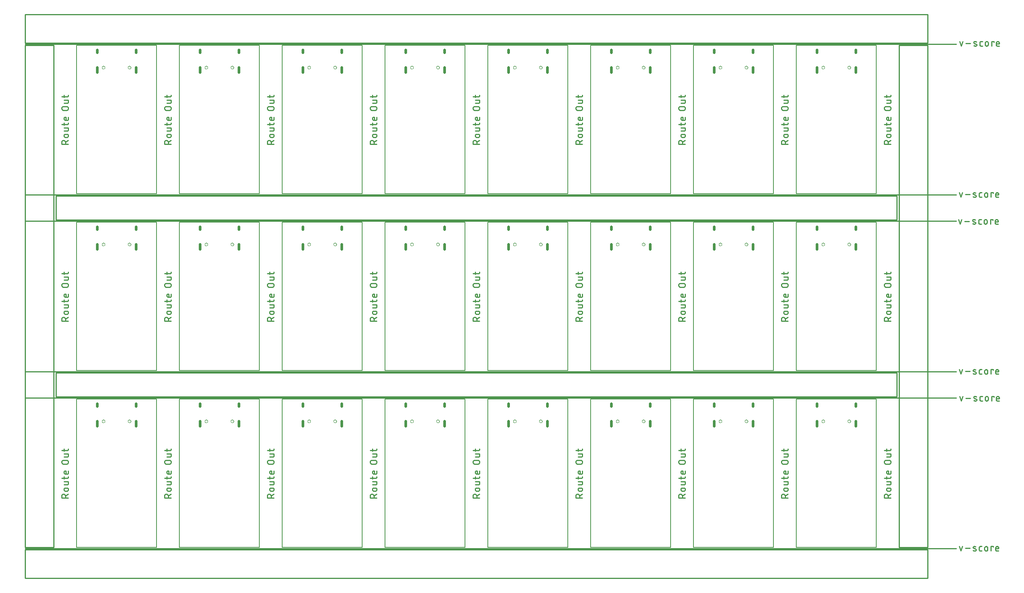
<source format=gko>
G04 EAGLE Gerber RS-274X export*
G75*
%MOMM*%
%FSLAX34Y34*%
%LPD*%
%IN*%
%IPPOS*%
%AMOC8*
5,1,8,0,0,1.08239X$1,22.5*%
G01*
%ADD10C,0.203200*%
%ADD11C,0.279400*%
%ADD12C,0.254000*%
%ADD13C,0.000000*%
%ADD14C,0.600000*%


D10*
X0Y330200D02*
X0Y0D01*
X177800Y0D01*
X177800Y330200D01*
X0Y330200D01*
D11*
X-17907Y110604D02*
X-32893Y110604D01*
X-32893Y114767D01*
X-32891Y114895D01*
X-32885Y115023D01*
X-32875Y115151D01*
X-32861Y115279D01*
X-32844Y115406D01*
X-32822Y115532D01*
X-32797Y115658D01*
X-32767Y115782D01*
X-32734Y115906D01*
X-32697Y116029D01*
X-32656Y116151D01*
X-32612Y116271D01*
X-32564Y116390D01*
X-32512Y116507D01*
X-32457Y116623D01*
X-32398Y116736D01*
X-32335Y116849D01*
X-32269Y116959D01*
X-32200Y117066D01*
X-32128Y117172D01*
X-32052Y117276D01*
X-31973Y117377D01*
X-31891Y117476D01*
X-31806Y117572D01*
X-31719Y117665D01*
X-31628Y117756D01*
X-31535Y117843D01*
X-31439Y117928D01*
X-31340Y118010D01*
X-31239Y118089D01*
X-31135Y118165D01*
X-31029Y118237D01*
X-30922Y118306D01*
X-30811Y118372D01*
X-30699Y118435D01*
X-30586Y118494D01*
X-30470Y118549D01*
X-30353Y118601D01*
X-30234Y118649D01*
X-30114Y118693D01*
X-29992Y118734D01*
X-29869Y118771D01*
X-29745Y118804D01*
X-29621Y118834D01*
X-29495Y118859D01*
X-29369Y118881D01*
X-29242Y118898D01*
X-29114Y118912D01*
X-28986Y118922D01*
X-28858Y118928D01*
X-28730Y118930D01*
X-28602Y118928D01*
X-28474Y118922D01*
X-28346Y118912D01*
X-28218Y118898D01*
X-28091Y118881D01*
X-27965Y118859D01*
X-27839Y118834D01*
X-27715Y118804D01*
X-27591Y118771D01*
X-27468Y118734D01*
X-27346Y118693D01*
X-27226Y118649D01*
X-27107Y118601D01*
X-26990Y118549D01*
X-26874Y118494D01*
X-26761Y118435D01*
X-26649Y118372D01*
X-26538Y118306D01*
X-26431Y118237D01*
X-26325Y118165D01*
X-26221Y118089D01*
X-26120Y118010D01*
X-26021Y117928D01*
X-25925Y117843D01*
X-25832Y117756D01*
X-25741Y117665D01*
X-25654Y117572D01*
X-25569Y117476D01*
X-25487Y117377D01*
X-25408Y117276D01*
X-25332Y117172D01*
X-25260Y117066D01*
X-25191Y116959D01*
X-25125Y116849D01*
X-25062Y116736D01*
X-25003Y116623D01*
X-24948Y116507D01*
X-24896Y116390D01*
X-24848Y116271D01*
X-24804Y116151D01*
X-24763Y116029D01*
X-24726Y115906D01*
X-24693Y115782D01*
X-24663Y115658D01*
X-24638Y115532D01*
X-24616Y115406D01*
X-24599Y115279D01*
X-24585Y115151D01*
X-24575Y115023D01*
X-24569Y114895D01*
X-24567Y114767D01*
X-24567Y110604D01*
X-24567Y115599D02*
X-17907Y118929D01*
X-21237Y125888D02*
X-24567Y125888D01*
X-24681Y125890D01*
X-24794Y125896D01*
X-24908Y125905D01*
X-25020Y125919D01*
X-25133Y125936D01*
X-25245Y125958D01*
X-25355Y125983D01*
X-25465Y126011D01*
X-25574Y126044D01*
X-25682Y126080D01*
X-25789Y126120D01*
X-25894Y126164D01*
X-25997Y126211D01*
X-26099Y126261D01*
X-26199Y126315D01*
X-26297Y126373D01*
X-26393Y126434D01*
X-26487Y126497D01*
X-26579Y126565D01*
X-26669Y126635D01*
X-26755Y126708D01*
X-26840Y126784D01*
X-26922Y126863D01*
X-27001Y126945D01*
X-27077Y127030D01*
X-27150Y127116D01*
X-27220Y127206D01*
X-27288Y127298D01*
X-27351Y127392D01*
X-27412Y127488D01*
X-27470Y127586D01*
X-27524Y127686D01*
X-27574Y127788D01*
X-27621Y127891D01*
X-27665Y127996D01*
X-27705Y128103D01*
X-27741Y128211D01*
X-27774Y128320D01*
X-27802Y128430D01*
X-27827Y128540D01*
X-27849Y128652D01*
X-27866Y128765D01*
X-27880Y128877D01*
X-27889Y128991D01*
X-27895Y129104D01*
X-27897Y129218D01*
X-27895Y129332D01*
X-27889Y129445D01*
X-27880Y129559D01*
X-27866Y129671D01*
X-27849Y129784D01*
X-27827Y129896D01*
X-27802Y130006D01*
X-27774Y130116D01*
X-27741Y130225D01*
X-27705Y130333D01*
X-27665Y130440D01*
X-27621Y130545D01*
X-27574Y130648D01*
X-27524Y130750D01*
X-27470Y130850D01*
X-27412Y130948D01*
X-27351Y131044D01*
X-27288Y131138D01*
X-27220Y131230D01*
X-27150Y131320D01*
X-27077Y131406D01*
X-27001Y131491D01*
X-26922Y131573D01*
X-26840Y131652D01*
X-26755Y131728D01*
X-26669Y131801D01*
X-26579Y131871D01*
X-26487Y131939D01*
X-26393Y132002D01*
X-26297Y132063D01*
X-26199Y132121D01*
X-26099Y132175D01*
X-25997Y132225D01*
X-25894Y132272D01*
X-25789Y132316D01*
X-25682Y132356D01*
X-25574Y132392D01*
X-25465Y132425D01*
X-25355Y132453D01*
X-25245Y132478D01*
X-25133Y132500D01*
X-25020Y132517D01*
X-24908Y132531D01*
X-24794Y132540D01*
X-24681Y132546D01*
X-24567Y132548D01*
X-21237Y132548D01*
X-21123Y132546D01*
X-21010Y132540D01*
X-20896Y132531D01*
X-20784Y132517D01*
X-20671Y132500D01*
X-20559Y132478D01*
X-20449Y132453D01*
X-20339Y132425D01*
X-20230Y132392D01*
X-20122Y132356D01*
X-20015Y132316D01*
X-19910Y132272D01*
X-19807Y132225D01*
X-19705Y132175D01*
X-19605Y132121D01*
X-19507Y132063D01*
X-19411Y132002D01*
X-19317Y131939D01*
X-19225Y131871D01*
X-19135Y131801D01*
X-19049Y131728D01*
X-18964Y131652D01*
X-18882Y131573D01*
X-18803Y131491D01*
X-18727Y131406D01*
X-18654Y131320D01*
X-18584Y131230D01*
X-18516Y131138D01*
X-18453Y131044D01*
X-18392Y130948D01*
X-18334Y130850D01*
X-18280Y130750D01*
X-18230Y130648D01*
X-18183Y130545D01*
X-18139Y130440D01*
X-18099Y130333D01*
X-18063Y130225D01*
X-18030Y130116D01*
X-18002Y130006D01*
X-17977Y129896D01*
X-17955Y129784D01*
X-17938Y129671D01*
X-17924Y129559D01*
X-17915Y129445D01*
X-17909Y129332D01*
X-17907Y129218D01*
X-17909Y129104D01*
X-17915Y128991D01*
X-17924Y128877D01*
X-17938Y128765D01*
X-17955Y128652D01*
X-17977Y128540D01*
X-18002Y128430D01*
X-18030Y128320D01*
X-18063Y128211D01*
X-18099Y128103D01*
X-18139Y127996D01*
X-18183Y127891D01*
X-18230Y127788D01*
X-18280Y127686D01*
X-18334Y127586D01*
X-18392Y127488D01*
X-18453Y127392D01*
X-18516Y127298D01*
X-18584Y127206D01*
X-18654Y127116D01*
X-18727Y127030D01*
X-18803Y126945D01*
X-18882Y126863D01*
X-18964Y126784D01*
X-19049Y126708D01*
X-19135Y126635D01*
X-19225Y126565D01*
X-19317Y126497D01*
X-19411Y126434D01*
X-19507Y126373D01*
X-19605Y126315D01*
X-19705Y126261D01*
X-19807Y126211D01*
X-19910Y126164D01*
X-20015Y126120D01*
X-20122Y126080D01*
X-20230Y126044D01*
X-20339Y126011D01*
X-20449Y125983D01*
X-20559Y125958D01*
X-20671Y125936D01*
X-20784Y125919D01*
X-20896Y125905D01*
X-21010Y125896D01*
X-21123Y125890D01*
X-21237Y125888D01*
X-20405Y139956D02*
X-27898Y139956D01*
X-20405Y139955D02*
X-20307Y139957D01*
X-20209Y139963D01*
X-20111Y139972D01*
X-20014Y139986D01*
X-19918Y140003D01*
X-19822Y140024D01*
X-19727Y140049D01*
X-19633Y140077D01*
X-19540Y140109D01*
X-19449Y140145D01*
X-19359Y140184D01*
X-19271Y140227D01*
X-19184Y140274D01*
X-19100Y140323D01*
X-19017Y140376D01*
X-18937Y140432D01*
X-18859Y140491D01*
X-18783Y140554D01*
X-18709Y140619D01*
X-18639Y140687D01*
X-18571Y140757D01*
X-18506Y140831D01*
X-18443Y140907D01*
X-18384Y140985D01*
X-18328Y141065D01*
X-18275Y141148D01*
X-18226Y141232D01*
X-18179Y141319D01*
X-18136Y141407D01*
X-18097Y141497D01*
X-18061Y141588D01*
X-18029Y141681D01*
X-18001Y141775D01*
X-17976Y141870D01*
X-17955Y141966D01*
X-17938Y142062D01*
X-17924Y142159D01*
X-17915Y142257D01*
X-17909Y142355D01*
X-17907Y142453D01*
X-17907Y146616D01*
X-27898Y146616D01*
X-27898Y152597D02*
X-27898Y157592D01*
X-32893Y154262D02*
X-20405Y154262D01*
X-20307Y154264D01*
X-20209Y154270D01*
X-20111Y154279D01*
X-20014Y154293D01*
X-19918Y154310D01*
X-19822Y154331D01*
X-19727Y154356D01*
X-19633Y154384D01*
X-19540Y154416D01*
X-19449Y154452D01*
X-19359Y154491D01*
X-19271Y154534D01*
X-19184Y154581D01*
X-19100Y154630D01*
X-19017Y154683D01*
X-18937Y154739D01*
X-18859Y154798D01*
X-18783Y154861D01*
X-18709Y154926D01*
X-18639Y154994D01*
X-18571Y155064D01*
X-18506Y155138D01*
X-18443Y155214D01*
X-18384Y155292D01*
X-18328Y155372D01*
X-18275Y155455D01*
X-18226Y155539D01*
X-18179Y155626D01*
X-18136Y155714D01*
X-18097Y155804D01*
X-18061Y155895D01*
X-18029Y155988D01*
X-18001Y156082D01*
X-17976Y156177D01*
X-17955Y156273D01*
X-17938Y156369D01*
X-17924Y156466D01*
X-17915Y156564D01*
X-17909Y156662D01*
X-17907Y156760D01*
X-17907Y157592D01*
X-17907Y166421D02*
X-17907Y170584D01*
X-17907Y166421D02*
X-17909Y166323D01*
X-17915Y166225D01*
X-17924Y166127D01*
X-17938Y166030D01*
X-17955Y165934D01*
X-17976Y165838D01*
X-18001Y165743D01*
X-18029Y165649D01*
X-18061Y165556D01*
X-18097Y165465D01*
X-18136Y165375D01*
X-18179Y165287D01*
X-18226Y165200D01*
X-18275Y165116D01*
X-18328Y165033D01*
X-18384Y164953D01*
X-18443Y164875D01*
X-18506Y164799D01*
X-18571Y164725D01*
X-18639Y164655D01*
X-18709Y164587D01*
X-18783Y164522D01*
X-18859Y164459D01*
X-18937Y164400D01*
X-19017Y164344D01*
X-19100Y164291D01*
X-19184Y164242D01*
X-19271Y164195D01*
X-19359Y164152D01*
X-19449Y164113D01*
X-19540Y164077D01*
X-19633Y164045D01*
X-19727Y164017D01*
X-19822Y163992D01*
X-19918Y163971D01*
X-20014Y163954D01*
X-20111Y163940D01*
X-20209Y163931D01*
X-20307Y163925D01*
X-20405Y163923D01*
X-20405Y163924D02*
X-24567Y163924D01*
X-24681Y163926D01*
X-24794Y163932D01*
X-24908Y163941D01*
X-25020Y163955D01*
X-25133Y163972D01*
X-25245Y163994D01*
X-25355Y164019D01*
X-25465Y164047D01*
X-25574Y164080D01*
X-25682Y164116D01*
X-25789Y164156D01*
X-25894Y164200D01*
X-25997Y164247D01*
X-26099Y164297D01*
X-26199Y164351D01*
X-26297Y164409D01*
X-26393Y164470D01*
X-26487Y164533D01*
X-26579Y164601D01*
X-26669Y164671D01*
X-26755Y164744D01*
X-26840Y164820D01*
X-26922Y164899D01*
X-27001Y164981D01*
X-27077Y165066D01*
X-27150Y165152D01*
X-27220Y165242D01*
X-27288Y165334D01*
X-27351Y165428D01*
X-27412Y165524D01*
X-27470Y165622D01*
X-27524Y165722D01*
X-27574Y165824D01*
X-27621Y165927D01*
X-27665Y166032D01*
X-27705Y166139D01*
X-27741Y166247D01*
X-27774Y166356D01*
X-27802Y166466D01*
X-27827Y166576D01*
X-27849Y166688D01*
X-27866Y166801D01*
X-27880Y166913D01*
X-27889Y167027D01*
X-27895Y167140D01*
X-27897Y167254D01*
X-27895Y167368D01*
X-27889Y167481D01*
X-27880Y167595D01*
X-27866Y167707D01*
X-27849Y167820D01*
X-27827Y167932D01*
X-27802Y168042D01*
X-27774Y168152D01*
X-27741Y168261D01*
X-27705Y168369D01*
X-27665Y168476D01*
X-27621Y168581D01*
X-27574Y168684D01*
X-27524Y168786D01*
X-27470Y168886D01*
X-27412Y168984D01*
X-27351Y169080D01*
X-27288Y169174D01*
X-27220Y169266D01*
X-27150Y169356D01*
X-27077Y169442D01*
X-27001Y169527D01*
X-26922Y169609D01*
X-26840Y169688D01*
X-26755Y169764D01*
X-26669Y169837D01*
X-26579Y169907D01*
X-26487Y169975D01*
X-26393Y170038D01*
X-26297Y170099D01*
X-26199Y170157D01*
X-26099Y170211D01*
X-25997Y170261D01*
X-25894Y170308D01*
X-25789Y170352D01*
X-25682Y170392D01*
X-25574Y170428D01*
X-25465Y170461D01*
X-25355Y170489D01*
X-25245Y170514D01*
X-25133Y170536D01*
X-25020Y170553D01*
X-24908Y170567D01*
X-24794Y170576D01*
X-24681Y170582D01*
X-24567Y170584D01*
X-22902Y170584D01*
X-22902Y163924D01*
X-22070Y186017D02*
X-28730Y186017D01*
X-28858Y186019D01*
X-28986Y186025D01*
X-29114Y186035D01*
X-29242Y186049D01*
X-29369Y186066D01*
X-29495Y186088D01*
X-29621Y186113D01*
X-29745Y186143D01*
X-29869Y186176D01*
X-29992Y186213D01*
X-30114Y186254D01*
X-30234Y186298D01*
X-30353Y186346D01*
X-30470Y186398D01*
X-30586Y186453D01*
X-30699Y186512D01*
X-30812Y186575D01*
X-30922Y186641D01*
X-31029Y186710D01*
X-31135Y186782D01*
X-31239Y186858D01*
X-31340Y186937D01*
X-31439Y187019D01*
X-31535Y187104D01*
X-31628Y187191D01*
X-31719Y187282D01*
X-31806Y187375D01*
X-31891Y187471D01*
X-31973Y187570D01*
X-32052Y187671D01*
X-32128Y187775D01*
X-32200Y187881D01*
X-32269Y187988D01*
X-32335Y188099D01*
X-32398Y188211D01*
X-32457Y188324D01*
X-32512Y188440D01*
X-32564Y188557D01*
X-32612Y188676D01*
X-32656Y188796D01*
X-32697Y188918D01*
X-32734Y189041D01*
X-32767Y189165D01*
X-32797Y189289D01*
X-32822Y189415D01*
X-32844Y189541D01*
X-32861Y189668D01*
X-32875Y189796D01*
X-32885Y189924D01*
X-32891Y190052D01*
X-32893Y190180D01*
X-32891Y190308D01*
X-32885Y190436D01*
X-32875Y190564D01*
X-32861Y190692D01*
X-32844Y190819D01*
X-32822Y190945D01*
X-32797Y191071D01*
X-32767Y191195D01*
X-32734Y191319D01*
X-32697Y191442D01*
X-32656Y191564D01*
X-32612Y191684D01*
X-32564Y191803D01*
X-32512Y191920D01*
X-32457Y192036D01*
X-32398Y192149D01*
X-32335Y192262D01*
X-32269Y192372D01*
X-32200Y192479D01*
X-32128Y192585D01*
X-32052Y192689D01*
X-31973Y192790D01*
X-31891Y192889D01*
X-31806Y192985D01*
X-31719Y193078D01*
X-31628Y193169D01*
X-31535Y193256D01*
X-31439Y193341D01*
X-31340Y193423D01*
X-31239Y193502D01*
X-31135Y193578D01*
X-31029Y193650D01*
X-30922Y193719D01*
X-30811Y193785D01*
X-30699Y193848D01*
X-30586Y193907D01*
X-30470Y193962D01*
X-30353Y194014D01*
X-30234Y194062D01*
X-30114Y194106D01*
X-29992Y194147D01*
X-29869Y194184D01*
X-29745Y194217D01*
X-29621Y194247D01*
X-29495Y194272D01*
X-29369Y194294D01*
X-29242Y194311D01*
X-29114Y194325D01*
X-28986Y194335D01*
X-28858Y194341D01*
X-28730Y194343D01*
X-28730Y194342D02*
X-22070Y194342D01*
X-22070Y194343D02*
X-21942Y194341D01*
X-21814Y194335D01*
X-21686Y194325D01*
X-21558Y194311D01*
X-21431Y194294D01*
X-21305Y194272D01*
X-21179Y194247D01*
X-21055Y194217D01*
X-20931Y194184D01*
X-20808Y194147D01*
X-20686Y194106D01*
X-20566Y194062D01*
X-20447Y194014D01*
X-20330Y193962D01*
X-20214Y193907D01*
X-20101Y193848D01*
X-19988Y193785D01*
X-19878Y193719D01*
X-19771Y193650D01*
X-19665Y193578D01*
X-19561Y193502D01*
X-19460Y193423D01*
X-19361Y193341D01*
X-19265Y193256D01*
X-19172Y193169D01*
X-19081Y193078D01*
X-18994Y192985D01*
X-18909Y192889D01*
X-18827Y192790D01*
X-18748Y192689D01*
X-18672Y192585D01*
X-18600Y192479D01*
X-18531Y192372D01*
X-18465Y192261D01*
X-18402Y192149D01*
X-18343Y192036D01*
X-18288Y191920D01*
X-18236Y191803D01*
X-18188Y191684D01*
X-18144Y191564D01*
X-18103Y191442D01*
X-18066Y191319D01*
X-18033Y191195D01*
X-18003Y191071D01*
X-17978Y190945D01*
X-17956Y190819D01*
X-17939Y190692D01*
X-17925Y190564D01*
X-17915Y190436D01*
X-17909Y190308D01*
X-17907Y190180D01*
X-17909Y190052D01*
X-17915Y189924D01*
X-17925Y189796D01*
X-17939Y189668D01*
X-17956Y189541D01*
X-17978Y189415D01*
X-18003Y189289D01*
X-18033Y189165D01*
X-18066Y189041D01*
X-18103Y188918D01*
X-18144Y188796D01*
X-18188Y188676D01*
X-18236Y188557D01*
X-18288Y188440D01*
X-18343Y188324D01*
X-18402Y188211D01*
X-18465Y188099D01*
X-18531Y187988D01*
X-18600Y187881D01*
X-18672Y187775D01*
X-18748Y187671D01*
X-18827Y187570D01*
X-18909Y187471D01*
X-18994Y187375D01*
X-19081Y187282D01*
X-19172Y187191D01*
X-19265Y187104D01*
X-19361Y187019D01*
X-19460Y186937D01*
X-19561Y186858D01*
X-19665Y186782D01*
X-19771Y186710D01*
X-19878Y186641D01*
X-19989Y186575D01*
X-20101Y186512D01*
X-20214Y186453D01*
X-20330Y186398D01*
X-20447Y186346D01*
X-20566Y186298D01*
X-20686Y186254D01*
X-20808Y186213D01*
X-20931Y186176D01*
X-21055Y186143D01*
X-21179Y186113D01*
X-21305Y186088D01*
X-21431Y186066D01*
X-21558Y186049D01*
X-21686Y186035D01*
X-21814Y186025D01*
X-21942Y186019D01*
X-22070Y186017D01*
X-20405Y201959D02*
X-27898Y201959D01*
X-20405Y201959D02*
X-20307Y201961D01*
X-20209Y201967D01*
X-20111Y201976D01*
X-20014Y201990D01*
X-19918Y202007D01*
X-19822Y202028D01*
X-19727Y202053D01*
X-19633Y202081D01*
X-19540Y202113D01*
X-19449Y202149D01*
X-19359Y202188D01*
X-19271Y202231D01*
X-19184Y202278D01*
X-19100Y202327D01*
X-19017Y202380D01*
X-18937Y202436D01*
X-18859Y202495D01*
X-18783Y202558D01*
X-18709Y202623D01*
X-18639Y202691D01*
X-18571Y202761D01*
X-18506Y202835D01*
X-18443Y202911D01*
X-18384Y202989D01*
X-18328Y203069D01*
X-18275Y203152D01*
X-18226Y203236D01*
X-18179Y203323D01*
X-18136Y203411D01*
X-18097Y203501D01*
X-18061Y203592D01*
X-18029Y203685D01*
X-18001Y203779D01*
X-17976Y203874D01*
X-17955Y203970D01*
X-17938Y204066D01*
X-17924Y204163D01*
X-17915Y204261D01*
X-17909Y204359D01*
X-17907Y204457D01*
X-17907Y208620D01*
X-27898Y208620D01*
X-27898Y214601D02*
X-27898Y219596D01*
X-32893Y216266D02*
X-20405Y216266D01*
X-20307Y216268D01*
X-20209Y216274D01*
X-20111Y216283D01*
X-20014Y216297D01*
X-19918Y216314D01*
X-19822Y216335D01*
X-19727Y216360D01*
X-19633Y216388D01*
X-19540Y216420D01*
X-19449Y216456D01*
X-19359Y216495D01*
X-19271Y216538D01*
X-19184Y216585D01*
X-19100Y216634D01*
X-19017Y216687D01*
X-18937Y216743D01*
X-18859Y216802D01*
X-18783Y216865D01*
X-18709Y216930D01*
X-18639Y216998D01*
X-18571Y217068D01*
X-18506Y217142D01*
X-18443Y217218D01*
X-18384Y217296D01*
X-18328Y217376D01*
X-18275Y217459D01*
X-18226Y217543D01*
X-18179Y217630D01*
X-18136Y217718D01*
X-18097Y217808D01*
X-18061Y217899D01*
X-18029Y217992D01*
X-18001Y218086D01*
X-17976Y218181D01*
X-17955Y218277D01*
X-17938Y218373D01*
X-17924Y218470D01*
X-17915Y218568D01*
X-17909Y218666D01*
X-17907Y218764D01*
X-17907Y219596D01*
D10*
X228600Y330200D02*
X228600Y0D01*
X406400Y0D01*
X406400Y330200D01*
X228600Y330200D01*
D11*
X210693Y110604D02*
X195707Y110604D01*
X195707Y114767D01*
X195709Y114895D01*
X195715Y115023D01*
X195725Y115151D01*
X195739Y115279D01*
X195756Y115406D01*
X195778Y115532D01*
X195803Y115658D01*
X195833Y115782D01*
X195866Y115906D01*
X195903Y116029D01*
X195944Y116151D01*
X195988Y116271D01*
X196036Y116390D01*
X196088Y116507D01*
X196143Y116623D01*
X196202Y116736D01*
X196265Y116849D01*
X196331Y116959D01*
X196400Y117066D01*
X196472Y117172D01*
X196548Y117276D01*
X196627Y117377D01*
X196709Y117476D01*
X196794Y117572D01*
X196881Y117665D01*
X196972Y117756D01*
X197065Y117843D01*
X197161Y117928D01*
X197260Y118010D01*
X197361Y118089D01*
X197465Y118165D01*
X197571Y118237D01*
X197678Y118306D01*
X197789Y118372D01*
X197901Y118435D01*
X198014Y118494D01*
X198130Y118549D01*
X198247Y118601D01*
X198366Y118649D01*
X198486Y118693D01*
X198608Y118734D01*
X198731Y118771D01*
X198855Y118804D01*
X198979Y118834D01*
X199105Y118859D01*
X199231Y118881D01*
X199358Y118898D01*
X199486Y118912D01*
X199614Y118922D01*
X199742Y118928D01*
X199870Y118930D01*
X199998Y118928D01*
X200126Y118922D01*
X200254Y118912D01*
X200382Y118898D01*
X200509Y118881D01*
X200635Y118859D01*
X200761Y118834D01*
X200885Y118804D01*
X201009Y118771D01*
X201132Y118734D01*
X201254Y118693D01*
X201374Y118649D01*
X201493Y118601D01*
X201610Y118549D01*
X201726Y118494D01*
X201839Y118435D01*
X201952Y118372D01*
X202062Y118306D01*
X202169Y118237D01*
X202275Y118165D01*
X202379Y118089D01*
X202480Y118010D01*
X202579Y117928D01*
X202675Y117843D01*
X202768Y117756D01*
X202859Y117665D01*
X202946Y117572D01*
X203031Y117476D01*
X203113Y117377D01*
X203192Y117276D01*
X203268Y117172D01*
X203340Y117066D01*
X203409Y116959D01*
X203475Y116849D01*
X203538Y116736D01*
X203597Y116623D01*
X203652Y116507D01*
X203704Y116390D01*
X203752Y116271D01*
X203796Y116151D01*
X203837Y116029D01*
X203874Y115906D01*
X203907Y115782D01*
X203937Y115658D01*
X203962Y115532D01*
X203984Y115406D01*
X204001Y115279D01*
X204015Y115151D01*
X204025Y115023D01*
X204031Y114895D01*
X204033Y114767D01*
X204033Y110604D01*
X204033Y115599D02*
X210693Y118929D01*
X207363Y125888D02*
X204033Y125888D01*
X203919Y125890D01*
X203806Y125896D01*
X203692Y125905D01*
X203580Y125919D01*
X203467Y125936D01*
X203355Y125958D01*
X203245Y125983D01*
X203135Y126011D01*
X203026Y126044D01*
X202918Y126080D01*
X202811Y126120D01*
X202706Y126164D01*
X202603Y126211D01*
X202501Y126261D01*
X202401Y126315D01*
X202303Y126373D01*
X202207Y126434D01*
X202113Y126497D01*
X202021Y126565D01*
X201931Y126635D01*
X201845Y126708D01*
X201760Y126784D01*
X201678Y126863D01*
X201599Y126945D01*
X201523Y127030D01*
X201450Y127116D01*
X201380Y127206D01*
X201312Y127298D01*
X201249Y127392D01*
X201188Y127488D01*
X201130Y127586D01*
X201076Y127686D01*
X201026Y127788D01*
X200979Y127891D01*
X200935Y127996D01*
X200895Y128103D01*
X200859Y128211D01*
X200826Y128320D01*
X200798Y128430D01*
X200773Y128540D01*
X200751Y128652D01*
X200734Y128765D01*
X200720Y128877D01*
X200711Y128991D01*
X200705Y129104D01*
X200703Y129218D01*
X200705Y129332D01*
X200711Y129445D01*
X200720Y129559D01*
X200734Y129671D01*
X200751Y129784D01*
X200773Y129896D01*
X200798Y130006D01*
X200826Y130116D01*
X200859Y130225D01*
X200895Y130333D01*
X200935Y130440D01*
X200979Y130545D01*
X201026Y130648D01*
X201076Y130750D01*
X201130Y130850D01*
X201188Y130948D01*
X201249Y131044D01*
X201312Y131138D01*
X201380Y131230D01*
X201450Y131320D01*
X201523Y131406D01*
X201599Y131491D01*
X201678Y131573D01*
X201760Y131652D01*
X201845Y131728D01*
X201931Y131801D01*
X202021Y131871D01*
X202113Y131939D01*
X202207Y132002D01*
X202303Y132063D01*
X202401Y132121D01*
X202501Y132175D01*
X202603Y132225D01*
X202706Y132272D01*
X202811Y132316D01*
X202918Y132356D01*
X203026Y132392D01*
X203135Y132425D01*
X203245Y132453D01*
X203355Y132478D01*
X203467Y132500D01*
X203580Y132517D01*
X203692Y132531D01*
X203806Y132540D01*
X203919Y132546D01*
X204033Y132548D01*
X207363Y132548D01*
X207477Y132546D01*
X207590Y132540D01*
X207704Y132531D01*
X207816Y132517D01*
X207929Y132500D01*
X208041Y132478D01*
X208151Y132453D01*
X208261Y132425D01*
X208370Y132392D01*
X208478Y132356D01*
X208585Y132316D01*
X208690Y132272D01*
X208793Y132225D01*
X208895Y132175D01*
X208995Y132121D01*
X209093Y132063D01*
X209189Y132002D01*
X209283Y131939D01*
X209375Y131871D01*
X209465Y131801D01*
X209551Y131728D01*
X209636Y131652D01*
X209718Y131573D01*
X209797Y131491D01*
X209873Y131406D01*
X209946Y131320D01*
X210016Y131230D01*
X210084Y131138D01*
X210147Y131044D01*
X210208Y130948D01*
X210266Y130850D01*
X210320Y130750D01*
X210370Y130648D01*
X210417Y130545D01*
X210461Y130440D01*
X210501Y130333D01*
X210537Y130225D01*
X210570Y130116D01*
X210598Y130006D01*
X210623Y129896D01*
X210645Y129784D01*
X210662Y129671D01*
X210676Y129559D01*
X210685Y129445D01*
X210691Y129332D01*
X210693Y129218D01*
X210691Y129104D01*
X210685Y128991D01*
X210676Y128877D01*
X210662Y128765D01*
X210645Y128652D01*
X210623Y128540D01*
X210598Y128430D01*
X210570Y128320D01*
X210537Y128211D01*
X210501Y128103D01*
X210461Y127996D01*
X210417Y127891D01*
X210370Y127788D01*
X210320Y127686D01*
X210266Y127586D01*
X210208Y127488D01*
X210147Y127392D01*
X210084Y127298D01*
X210016Y127206D01*
X209946Y127116D01*
X209873Y127030D01*
X209797Y126945D01*
X209718Y126863D01*
X209636Y126784D01*
X209551Y126708D01*
X209465Y126635D01*
X209375Y126565D01*
X209283Y126497D01*
X209189Y126434D01*
X209093Y126373D01*
X208995Y126315D01*
X208895Y126261D01*
X208793Y126211D01*
X208690Y126164D01*
X208585Y126120D01*
X208478Y126080D01*
X208370Y126044D01*
X208261Y126011D01*
X208151Y125983D01*
X208041Y125958D01*
X207929Y125936D01*
X207816Y125919D01*
X207704Y125905D01*
X207590Y125896D01*
X207477Y125890D01*
X207363Y125888D01*
X208195Y139956D02*
X200702Y139956D01*
X208195Y139955D02*
X208293Y139957D01*
X208391Y139963D01*
X208489Y139972D01*
X208586Y139986D01*
X208682Y140003D01*
X208778Y140024D01*
X208873Y140049D01*
X208967Y140077D01*
X209060Y140109D01*
X209151Y140145D01*
X209241Y140184D01*
X209329Y140227D01*
X209416Y140274D01*
X209500Y140323D01*
X209583Y140376D01*
X209663Y140432D01*
X209742Y140491D01*
X209817Y140554D01*
X209891Y140619D01*
X209961Y140687D01*
X210029Y140757D01*
X210095Y140831D01*
X210157Y140907D01*
X210216Y140985D01*
X210272Y141065D01*
X210325Y141148D01*
X210375Y141232D01*
X210421Y141319D01*
X210464Y141407D01*
X210503Y141497D01*
X210539Y141588D01*
X210571Y141681D01*
X210599Y141775D01*
X210624Y141870D01*
X210645Y141966D01*
X210662Y142062D01*
X210676Y142159D01*
X210685Y142257D01*
X210691Y142355D01*
X210693Y142453D01*
X210693Y146616D01*
X200702Y146616D01*
X200702Y152597D02*
X200702Y157592D01*
X195707Y154262D02*
X208195Y154262D01*
X208293Y154264D01*
X208391Y154270D01*
X208489Y154279D01*
X208586Y154293D01*
X208682Y154310D01*
X208778Y154331D01*
X208873Y154356D01*
X208967Y154384D01*
X209060Y154416D01*
X209151Y154452D01*
X209241Y154491D01*
X209329Y154534D01*
X209416Y154581D01*
X209500Y154630D01*
X209583Y154683D01*
X209663Y154739D01*
X209742Y154798D01*
X209817Y154861D01*
X209891Y154926D01*
X209961Y154994D01*
X210029Y155064D01*
X210095Y155138D01*
X210157Y155214D01*
X210216Y155292D01*
X210272Y155372D01*
X210325Y155455D01*
X210375Y155539D01*
X210421Y155626D01*
X210464Y155714D01*
X210503Y155804D01*
X210539Y155895D01*
X210571Y155988D01*
X210599Y156082D01*
X210624Y156177D01*
X210645Y156273D01*
X210662Y156369D01*
X210676Y156466D01*
X210685Y156564D01*
X210691Y156662D01*
X210693Y156760D01*
X210693Y157592D01*
X210693Y166421D02*
X210693Y170584D01*
X210693Y166421D02*
X210691Y166323D01*
X210685Y166225D01*
X210676Y166127D01*
X210662Y166030D01*
X210645Y165934D01*
X210624Y165838D01*
X210599Y165743D01*
X210571Y165649D01*
X210539Y165556D01*
X210503Y165465D01*
X210464Y165375D01*
X210421Y165287D01*
X210374Y165200D01*
X210325Y165116D01*
X210272Y165033D01*
X210216Y164953D01*
X210157Y164875D01*
X210095Y164799D01*
X210029Y164725D01*
X209961Y164655D01*
X209891Y164587D01*
X209817Y164522D01*
X209742Y164459D01*
X209663Y164400D01*
X209583Y164344D01*
X209500Y164291D01*
X209416Y164242D01*
X209329Y164195D01*
X209241Y164152D01*
X209151Y164113D01*
X209060Y164077D01*
X208967Y164045D01*
X208873Y164017D01*
X208778Y163992D01*
X208682Y163971D01*
X208586Y163954D01*
X208489Y163940D01*
X208391Y163931D01*
X208293Y163925D01*
X208195Y163923D01*
X208195Y163924D02*
X204033Y163924D01*
X203919Y163926D01*
X203806Y163932D01*
X203692Y163941D01*
X203580Y163955D01*
X203467Y163972D01*
X203355Y163994D01*
X203245Y164019D01*
X203135Y164047D01*
X203026Y164080D01*
X202918Y164116D01*
X202811Y164156D01*
X202706Y164200D01*
X202603Y164247D01*
X202501Y164297D01*
X202401Y164351D01*
X202303Y164409D01*
X202207Y164470D01*
X202113Y164533D01*
X202021Y164601D01*
X201931Y164671D01*
X201845Y164744D01*
X201760Y164820D01*
X201678Y164899D01*
X201599Y164981D01*
X201523Y165066D01*
X201450Y165152D01*
X201380Y165242D01*
X201312Y165334D01*
X201249Y165428D01*
X201188Y165524D01*
X201130Y165622D01*
X201076Y165722D01*
X201026Y165824D01*
X200979Y165927D01*
X200935Y166032D01*
X200895Y166139D01*
X200859Y166247D01*
X200826Y166356D01*
X200798Y166466D01*
X200773Y166576D01*
X200751Y166688D01*
X200734Y166801D01*
X200720Y166913D01*
X200711Y167027D01*
X200705Y167140D01*
X200703Y167254D01*
X200705Y167368D01*
X200711Y167481D01*
X200720Y167595D01*
X200734Y167707D01*
X200751Y167820D01*
X200773Y167932D01*
X200798Y168042D01*
X200826Y168152D01*
X200859Y168261D01*
X200895Y168369D01*
X200935Y168476D01*
X200979Y168581D01*
X201026Y168684D01*
X201076Y168786D01*
X201130Y168886D01*
X201188Y168984D01*
X201249Y169080D01*
X201312Y169174D01*
X201380Y169266D01*
X201450Y169356D01*
X201523Y169442D01*
X201599Y169527D01*
X201678Y169609D01*
X201760Y169688D01*
X201845Y169764D01*
X201931Y169837D01*
X202021Y169907D01*
X202113Y169975D01*
X202207Y170038D01*
X202303Y170099D01*
X202401Y170157D01*
X202501Y170211D01*
X202603Y170261D01*
X202706Y170308D01*
X202811Y170352D01*
X202918Y170392D01*
X203026Y170428D01*
X203135Y170461D01*
X203245Y170489D01*
X203355Y170514D01*
X203467Y170536D01*
X203580Y170553D01*
X203692Y170567D01*
X203806Y170576D01*
X203919Y170582D01*
X204033Y170584D01*
X205698Y170584D01*
X205698Y163924D01*
X206530Y186017D02*
X199870Y186017D01*
X199742Y186019D01*
X199614Y186025D01*
X199486Y186035D01*
X199358Y186049D01*
X199231Y186066D01*
X199105Y186088D01*
X198979Y186113D01*
X198855Y186143D01*
X198731Y186176D01*
X198608Y186213D01*
X198486Y186254D01*
X198366Y186298D01*
X198247Y186346D01*
X198130Y186398D01*
X198014Y186453D01*
X197901Y186512D01*
X197788Y186575D01*
X197678Y186641D01*
X197571Y186710D01*
X197465Y186782D01*
X197361Y186858D01*
X197260Y186937D01*
X197161Y187019D01*
X197065Y187104D01*
X196972Y187191D01*
X196881Y187282D01*
X196794Y187375D01*
X196709Y187471D01*
X196627Y187570D01*
X196548Y187671D01*
X196472Y187775D01*
X196400Y187881D01*
X196331Y187988D01*
X196265Y188099D01*
X196202Y188211D01*
X196143Y188324D01*
X196088Y188440D01*
X196036Y188557D01*
X195988Y188676D01*
X195944Y188796D01*
X195903Y188918D01*
X195866Y189041D01*
X195833Y189165D01*
X195803Y189289D01*
X195778Y189415D01*
X195756Y189541D01*
X195739Y189668D01*
X195725Y189796D01*
X195715Y189924D01*
X195709Y190052D01*
X195707Y190180D01*
X195709Y190308D01*
X195715Y190436D01*
X195725Y190564D01*
X195739Y190692D01*
X195756Y190819D01*
X195778Y190945D01*
X195803Y191071D01*
X195833Y191195D01*
X195866Y191319D01*
X195903Y191442D01*
X195944Y191564D01*
X195988Y191684D01*
X196036Y191803D01*
X196088Y191920D01*
X196143Y192036D01*
X196202Y192149D01*
X196265Y192262D01*
X196331Y192372D01*
X196400Y192479D01*
X196472Y192585D01*
X196548Y192689D01*
X196627Y192790D01*
X196709Y192889D01*
X196794Y192985D01*
X196881Y193078D01*
X196972Y193169D01*
X197065Y193256D01*
X197161Y193341D01*
X197260Y193423D01*
X197361Y193502D01*
X197465Y193578D01*
X197571Y193650D01*
X197678Y193719D01*
X197789Y193785D01*
X197901Y193848D01*
X198014Y193907D01*
X198130Y193962D01*
X198247Y194014D01*
X198366Y194062D01*
X198486Y194106D01*
X198608Y194147D01*
X198731Y194184D01*
X198855Y194217D01*
X198979Y194247D01*
X199105Y194272D01*
X199231Y194294D01*
X199358Y194311D01*
X199486Y194325D01*
X199614Y194335D01*
X199742Y194341D01*
X199870Y194343D01*
X199870Y194342D02*
X206530Y194342D01*
X206530Y194343D02*
X206658Y194341D01*
X206786Y194335D01*
X206914Y194325D01*
X207042Y194311D01*
X207169Y194294D01*
X207295Y194272D01*
X207421Y194247D01*
X207545Y194217D01*
X207669Y194184D01*
X207792Y194147D01*
X207914Y194106D01*
X208034Y194062D01*
X208153Y194014D01*
X208270Y193962D01*
X208386Y193907D01*
X208499Y193848D01*
X208612Y193785D01*
X208722Y193719D01*
X208829Y193650D01*
X208935Y193578D01*
X209039Y193502D01*
X209140Y193423D01*
X209239Y193341D01*
X209335Y193256D01*
X209428Y193169D01*
X209519Y193078D01*
X209606Y192985D01*
X209691Y192889D01*
X209773Y192790D01*
X209852Y192689D01*
X209928Y192585D01*
X210000Y192479D01*
X210069Y192372D01*
X210135Y192261D01*
X210198Y192149D01*
X210257Y192036D01*
X210312Y191920D01*
X210364Y191803D01*
X210412Y191684D01*
X210456Y191564D01*
X210497Y191442D01*
X210534Y191319D01*
X210567Y191195D01*
X210597Y191071D01*
X210622Y190945D01*
X210644Y190819D01*
X210661Y190692D01*
X210675Y190564D01*
X210685Y190436D01*
X210691Y190308D01*
X210693Y190180D01*
X210691Y190052D01*
X210685Y189924D01*
X210675Y189796D01*
X210661Y189668D01*
X210644Y189541D01*
X210622Y189415D01*
X210597Y189289D01*
X210567Y189165D01*
X210534Y189041D01*
X210497Y188918D01*
X210456Y188796D01*
X210412Y188676D01*
X210364Y188557D01*
X210312Y188440D01*
X210257Y188324D01*
X210198Y188211D01*
X210135Y188099D01*
X210069Y187988D01*
X210000Y187881D01*
X209928Y187775D01*
X209852Y187671D01*
X209773Y187570D01*
X209691Y187471D01*
X209606Y187375D01*
X209519Y187282D01*
X209428Y187191D01*
X209335Y187104D01*
X209239Y187019D01*
X209140Y186937D01*
X209039Y186858D01*
X208935Y186782D01*
X208829Y186710D01*
X208722Y186641D01*
X208612Y186575D01*
X208499Y186512D01*
X208386Y186453D01*
X208270Y186398D01*
X208153Y186346D01*
X208034Y186298D01*
X207914Y186254D01*
X207792Y186213D01*
X207669Y186176D01*
X207545Y186143D01*
X207421Y186113D01*
X207295Y186088D01*
X207169Y186066D01*
X207042Y186049D01*
X206914Y186035D01*
X206786Y186025D01*
X206658Y186019D01*
X206530Y186017D01*
X208195Y201959D02*
X200702Y201959D01*
X208195Y201959D02*
X208293Y201961D01*
X208391Y201967D01*
X208489Y201976D01*
X208586Y201990D01*
X208682Y202007D01*
X208778Y202028D01*
X208873Y202053D01*
X208967Y202081D01*
X209060Y202113D01*
X209151Y202149D01*
X209241Y202188D01*
X209329Y202231D01*
X209416Y202278D01*
X209500Y202327D01*
X209583Y202380D01*
X209663Y202436D01*
X209742Y202495D01*
X209817Y202558D01*
X209891Y202623D01*
X209961Y202691D01*
X210029Y202761D01*
X210095Y202835D01*
X210157Y202911D01*
X210216Y202989D01*
X210272Y203069D01*
X210325Y203152D01*
X210375Y203236D01*
X210421Y203323D01*
X210464Y203411D01*
X210503Y203501D01*
X210539Y203592D01*
X210571Y203685D01*
X210599Y203779D01*
X210624Y203874D01*
X210645Y203970D01*
X210662Y204066D01*
X210676Y204163D01*
X210685Y204261D01*
X210691Y204359D01*
X210693Y204457D01*
X210693Y208620D01*
X200702Y208620D01*
X200702Y214601D02*
X200702Y219596D01*
X195707Y216266D02*
X208195Y216266D01*
X208195Y216265D02*
X208293Y216267D01*
X208391Y216273D01*
X208489Y216282D01*
X208586Y216296D01*
X208682Y216313D01*
X208778Y216334D01*
X208873Y216359D01*
X208967Y216387D01*
X209060Y216419D01*
X209151Y216455D01*
X209241Y216494D01*
X209329Y216537D01*
X209416Y216584D01*
X209500Y216633D01*
X209583Y216686D01*
X209663Y216742D01*
X209742Y216801D01*
X209817Y216864D01*
X209891Y216929D01*
X209961Y216997D01*
X210029Y217067D01*
X210095Y217141D01*
X210157Y217217D01*
X210216Y217295D01*
X210272Y217375D01*
X210325Y217458D01*
X210375Y217542D01*
X210421Y217629D01*
X210464Y217717D01*
X210503Y217807D01*
X210539Y217898D01*
X210571Y217991D01*
X210599Y218085D01*
X210624Y218180D01*
X210645Y218276D01*
X210662Y218372D01*
X210676Y218469D01*
X210685Y218567D01*
X210691Y218665D01*
X210693Y218763D01*
X210693Y218764D02*
X210693Y219596D01*
D10*
X457200Y330200D02*
X457200Y0D01*
X635000Y0D01*
X635000Y330200D01*
X457200Y330200D01*
D11*
X439293Y110604D02*
X424307Y110604D01*
X424307Y114767D01*
X424309Y114895D01*
X424315Y115023D01*
X424325Y115151D01*
X424339Y115279D01*
X424356Y115406D01*
X424378Y115532D01*
X424403Y115658D01*
X424433Y115782D01*
X424466Y115906D01*
X424503Y116029D01*
X424544Y116151D01*
X424588Y116271D01*
X424636Y116390D01*
X424688Y116507D01*
X424743Y116623D01*
X424802Y116736D01*
X424865Y116849D01*
X424931Y116959D01*
X425000Y117066D01*
X425072Y117172D01*
X425148Y117276D01*
X425227Y117377D01*
X425309Y117476D01*
X425394Y117572D01*
X425481Y117665D01*
X425572Y117756D01*
X425665Y117843D01*
X425761Y117928D01*
X425860Y118010D01*
X425961Y118089D01*
X426065Y118165D01*
X426171Y118237D01*
X426278Y118306D01*
X426389Y118372D01*
X426501Y118435D01*
X426614Y118494D01*
X426730Y118549D01*
X426847Y118601D01*
X426966Y118649D01*
X427086Y118693D01*
X427208Y118734D01*
X427331Y118771D01*
X427455Y118804D01*
X427579Y118834D01*
X427705Y118859D01*
X427831Y118881D01*
X427958Y118898D01*
X428086Y118912D01*
X428214Y118922D01*
X428342Y118928D01*
X428470Y118930D01*
X428598Y118928D01*
X428726Y118922D01*
X428854Y118912D01*
X428982Y118898D01*
X429109Y118881D01*
X429235Y118859D01*
X429361Y118834D01*
X429485Y118804D01*
X429609Y118771D01*
X429732Y118734D01*
X429854Y118693D01*
X429974Y118649D01*
X430093Y118601D01*
X430210Y118549D01*
X430326Y118494D01*
X430439Y118435D01*
X430552Y118372D01*
X430662Y118306D01*
X430769Y118237D01*
X430875Y118165D01*
X430979Y118089D01*
X431080Y118010D01*
X431179Y117928D01*
X431275Y117843D01*
X431368Y117756D01*
X431459Y117665D01*
X431546Y117572D01*
X431631Y117476D01*
X431713Y117377D01*
X431792Y117276D01*
X431868Y117172D01*
X431940Y117066D01*
X432009Y116959D01*
X432075Y116849D01*
X432138Y116736D01*
X432197Y116623D01*
X432252Y116507D01*
X432304Y116390D01*
X432352Y116271D01*
X432396Y116151D01*
X432437Y116029D01*
X432474Y115906D01*
X432507Y115782D01*
X432537Y115658D01*
X432562Y115532D01*
X432584Y115406D01*
X432601Y115279D01*
X432615Y115151D01*
X432625Y115023D01*
X432631Y114895D01*
X432633Y114767D01*
X432633Y110604D01*
X432633Y115599D02*
X439293Y118929D01*
X435963Y125888D02*
X432633Y125888D01*
X432519Y125890D01*
X432406Y125896D01*
X432292Y125905D01*
X432180Y125919D01*
X432067Y125936D01*
X431955Y125958D01*
X431845Y125983D01*
X431735Y126011D01*
X431626Y126044D01*
X431518Y126080D01*
X431411Y126120D01*
X431306Y126164D01*
X431203Y126211D01*
X431101Y126261D01*
X431001Y126315D01*
X430903Y126373D01*
X430807Y126434D01*
X430713Y126497D01*
X430621Y126565D01*
X430531Y126635D01*
X430445Y126708D01*
X430360Y126784D01*
X430278Y126863D01*
X430199Y126945D01*
X430123Y127030D01*
X430050Y127116D01*
X429980Y127206D01*
X429912Y127298D01*
X429849Y127392D01*
X429788Y127488D01*
X429730Y127586D01*
X429676Y127686D01*
X429626Y127788D01*
X429579Y127891D01*
X429535Y127996D01*
X429495Y128103D01*
X429459Y128211D01*
X429426Y128320D01*
X429398Y128430D01*
X429373Y128540D01*
X429351Y128652D01*
X429334Y128765D01*
X429320Y128877D01*
X429311Y128991D01*
X429305Y129104D01*
X429303Y129218D01*
X429305Y129332D01*
X429311Y129445D01*
X429320Y129559D01*
X429334Y129671D01*
X429351Y129784D01*
X429373Y129896D01*
X429398Y130006D01*
X429426Y130116D01*
X429459Y130225D01*
X429495Y130333D01*
X429535Y130440D01*
X429579Y130545D01*
X429626Y130648D01*
X429676Y130750D01*
X429730Y130850D01*
X429788Y130948D01*
X429849Y131044D01*
X429912Y131138D01*
X429980Y131230D01*
X430050Y131320D01*
X430123Y131406D01*
X430199Y131491D01*
X430278Y131573D01*
X430360Y131652D01*
X430445Y131728D01*
X430531Y131801D01*
X430621Y131871D01*
X430713Y131939D01*
X430807Y132002D01*
X430903Y132063D01*
X431001Y132121D01*
X431101Y132175D01*
X431203Y132225D01*
X431306Y132272D01*
X431411Y132316D01*
X431518Y132356D01*
X431626Y132392D01*
X431735Y132425D01*
X431845Y132453D01*
X431955Y132478D01*
X432067Y132500D01*
X432180Y132517D01*
X432292Y132531D01*
X432406Y132540D01*
X432519Y132546D01*
X432633Y132548D01*
X435963Y132548D01*
X436077Y132546D01*
X436190Y132540D01*
X436304Y132531D01*
X436416Y132517D01*
X436529Y132500D01*
X436641Y132478D01*
X436751Y132453D01*
X436861Y132425D01*
X436970Y132392D01*
X437078Y132356D01*
X437185Y132316D01*
X437290Y132272D01*
X437393Y132225D01*
X437495Y132175D01*
X437595Y132121D01*
X437693Y132063D01*
X437789Y132002D01*
X437883Y131939D01*
X437975Y131871D01*
X438065Y131801D01*
X438151Y131728D01*
X438236Y131652D01*
X438318Y131573D01*
X438397Y131491D01*
X438473Y131406D01*
X438546Y131320D01*
X438616Y131230D01*
X438684Y131138D01*
X438747Y131044D01*
X438808Y130948D01*
X438866Y130850D01*
X438920Y130750D01*
X438970Y130648D01*
X439017Y130545D01*
X439061Y130440D01*
X439101Y130333D01*
X439137Y130225D01*
X439170Y130116D01*
X439198Y130006D01*
X439223Y129896D01*
X439245Y129784D01*
X439262Y129671D01*
X439276Y129559D01*
X439285Y129445D01*
X439291Y129332D01*
X439293Y129218D01*
X439291Y129104D01*
X439285Y128991D01*
X439276Y128877D01*
X439262Y128765D01*
X439245Y128652D01*
X439223Y128540D01*
X439198Y128430D01*
X439170Y128320D01*
X439137Y128211D01*
X439101Y128103D01*
X439061Y127996D01*
X439017Y127891D01*
X438970Y127788D01*
X438920Y127686D01*
X438866Y127586D01*
X438808Y127488D01*
X438747Y127392D01*
X438684Y127298D01*
X438616Y127206D01*
X438546Y127116D01*
X438473Y127030D01*
X438397Y126945D01*
X438318Y126863D01*
X438236Y126784D01*
X438151Y126708D01*
X438065Y126635D01*
X437975Y126565D01*
X437883Y126497D01*
X437789Y126434D01*
X437693Y126373D01*
X437595Y126315D01*
X437495Y126261D01*
X437393Y126211D01*
X437290Y126164D01*
X437185Y126120D01*
X437078Y126080D01*
X436970Y126044D01*
X436861Y126011D01*
X436751Y125983D01*
X436641Y125958D01*
X436529Y125936D01*
X436416Y125919D01*
X436304Y125905D01*
X436190Y125896D01*
X436077Y125890D01*
X435963Y125888D01*
X436795Y139956D02*
X429302Y139956D01*
X436795Y139955D02*
X436893Y139957D01*
X436991Y139963D01*
X437089Y139972D01*
X437186Y139986D01*
X437282Y140003D01*
X437378Y140024D01*
X437473Y140049D01*
X437567Y140077D01*
X437660Y140109D01*
X437751Y140145D01*
X437841Y140184D01*
X437929Y140227D01*
X438016Y140274D01*
X438100Y140323D01*
X438183Y140376D01*
X438263Y140432D01*
X438342Y140491D01*
X438417Y140554D01*
X438491Y140619D01*
X438561Y140687D01*
X438629Y140757D01*
X438695Y140831D01*
X438757Y140907D01*
X438816Y140985D01*
X438872Y141065D01*
X438925Y141148D01*
X438975Y141232D01*
X439021Y141319D01*
X439064Y141407D01*
X439103Y141497D01*
X439139Y141588D01*
X439171Y141681D01*
X439199Y141775D01*
X439224Y141870D01*
X439245Y141966D01*
X439262Y142062D01*
X439276Y142159D01*
X439285Y142257D01*
X439291Y142355D01*
X439293Y142453D01*
X439293Y146616D01*
X429302Y146616D01*
X429302Y152597D02*
X429302Y157592D01*
X424307Y154262D02*
X436795Y154262D01*
X436893Y154264D01*
X436991Y154270D01*
X437089Y154279D01*
X437186Y154293D01*
X437282Y154310D01*
X437378Y154331D01*
X437473Y154356D01*
X437567Y154384D01*
X437660Y154416D01*
X437751Y154452D01*
X437841Y154491D01*
X437929Y154534D01*
X438016Y154581D01*
X438100Y154630D01*
X438183Y154683D01*
X438263Y154739D01*
X438342Y154798D01*
X438417Y154861D01*
X438491Y154926D01*
X438561Y154994D01*
X438629Y155064D01*
X438695Y155138D01*
X438757Y155214D01*
X438816Y155292D01*
X438872Y155372D01*
X438925Y155455D01*
X438975Y155539D01*
X439021Y155626D01*
X439064Y155714D01*
X439103Y155804D01*
X439139Y155895D01*
X439171Y155988D01*
X439199Y156082D01*
X439224Y156177D01*
X439245Y156273D01*
X439262Y156369D01*
X439276Y156466D01*
X439285Y156564D01*
X439291Y156662D01*
X439293Y156760D01*
X439293Y157592D01*
X439293Y166421D02*
X439293Y170584D01*
X439293Y166421D02*
X439291Y166323D01*
X439285Y166225D01*
X439276Y166127D01*
X439262Y166030D01*
X439245Y165934D01*
X439224Y165838D01*
X439199Y165743D01*
X439171Y165649D01*
X439139Y165556D01*
X439103Y165465D01*
X439064Y165375D01*
X439021Y165287D01*
X438974Y165200D01*
X438925Y165116D01*
X438872Y165033D01*
X438816Y164953D01*
X438757Y164875D01*
X438695Y164799D01*
X438629Y164725D01*
X438561Y164655D01*
X438491Y164587D01*
X438417Y164522D01*
X438342Y164459D01*
X438263Y164400D01*
X438183Y164344D01*
X438100Y164291D01*
X438016Y164242D01*
X437929Y164195D01*
X437841Y164152D01*
X437751Y164113D01*
X437660Y164077D01*
X437567Y164045D01*
X437473Y164017D01*
X437378Y163992D01*
X437282Y163971D01*
X437186Y163954D01*
X437089Y163940D01*
X436991Y163931D01*
X436893Y163925D01*
X436795Y163923D01*
X436795Y163924D02*
X432633Y163924D01*
X432519Y163926D01*
X432406Y163932D01*
X432292Y163941D01*
X432180Y163955D01*
X432067Y163972D01*
X431955Y163994D01*
X431845Y164019D01*
X431735Y164047D01*
X431626Y164080D01*
X431518Y164116D01*
X431411Y164156D01*
X431306Y164200D01*
X431203Y164247D01*
X431101Y164297D01*
X431001Y164351D01*
X430903Y164409D01*
X430807Y164470D01*
X430713Y164533D01*
X430621Y164601D01*
X430531Y164671D01*
X430445Y164744D01*
X430360Y164820D01*
X430278Y164899D01*
X430199Y164981D01*
X430123Y165066D01*
X430050Y165152D01*
X429980Y165242D01*
X429912Y165334D01*
X429849Y165428D01*
X429788Y165524D01*
X429730Y165622D01*
X429676Y165722D01*
X429626Y165824D01*
X429579Y165927D01*
X429535Y166032D01*
X429495Y166139D01*
X429459Y166247D01*
X429426Y166356D01*
X429398Y166466D01*
X429373Y166576D01*
X429351Y166688D01*
X429334Y166801D01*
X429320Y166913D01*
X429311Y167027D01*
X429305Y167140D01*
X429303Y167254D01*
X429305Y167368D01*
X429311Y167481D01*
X429320Y167595D01*
X429334Y167707D01*
X429351Y167820D01*
X429373Y167932D01*
X429398Y168042D01*
X429426Y168152D01*
X429459Y168261D01*
X429495Y168369D01*
X429535Y168476D01*
X429579Y168581D01*
X429626Y168684D01*
X429676Y168786D01*
X429730Y168886D01*
X429788Y168984D01*
X429849Y169080D01*
X429912Y169174D01*
X429980Y169266D01*
X430050Y169356D01*
X430123Y169442D01*
X430199Y169527D01*
X430278Y169609D01*
X430360Y169688D01*
X430445Y169764D01*
X430531Y169837D01*
X430621Y169907D01*
X430713Y169975D01*
X430807Y170038D01*
X430903Y170099D01*
X431001Y170157D01*
X431101Y170211D01*
X431203Y170261D01*
X431306Y170308D01*
X431411Y170352D01*
X431518Y170392D01*
X431626Y170428D01*
X431735Y170461D01*
X431845Y170489D01*
X431955Y170514D01*
X432067Y170536D01*
X432180Y170553D01*
X432292Y170567D01*
X432406Y170576D01*
X432519Y170582D01*
X432633Y170584D01*
X434298Y170584D01*
X434298Y163924D01*
X435130Y186017D02*
X428470Y186017D01*
X428342Y186019D01*
X428214Y186025D01*
X428086Y186035D01*
X427958Y186049D01*
X427831Y186066D01*
X427705Y186088D01*
X427579Y186113D01*
X427455Y186143D01*
X427331Y186176D01*
X427208Y186213D01*
X427086Y186254D01*
X426966Y186298D01*
X426847Y186346D01*
X426730Y186398D01*
X426614Y186453D01*
X426501Y186512D01*
X426389Y186575D01*
X426278Y186641D01*
X426171Y186710D01*
X426065Y186782D01*
X425961Y186858D01*
X425860Y186937D01*
X425761Y187019D01*
X425665Y187104D01*
X425572Y187191D01*
X425481Y187282D01*
X425394Y187375D01*
X425309Y187471D01*
X425227Y187570D01*
X425148Y187671D01*
X425072Y187775D01*
X425000Y187881D01*
X424931Y187988D01*
X424865Y188099D01*
X424802Y188211D01*
X424743Y188324D01*
X424688Y188440D01*
X424636Y188557D01*
X424588Y188676D01*
X424544Y188796D01*
X424503Y188918D01*
X424466Y189041D01*
X424433Y189165D01*
X424403Y189289D01*
X424378Y189415D01*
X424356Y189541D01*
X424339Y189668D01*
X424325Y189796D01*
X424315Y189924D01*
X424309Y190052D01*
X424307Y190180D01*
X424309Y190308D01*
X424315Y190436D01*
X424325Y190564D01*
X424339Y190692D01*
X424356Y190819D01*
X424378Y190945D01*
X424403Y191071D01*
X424433Y191195D01*
X424466Y191319D01*
X424503Y191442D01*
X424544Y191564D01*
X424588Y191684D01*
X424636Y191803D01*
X424688Y191920D01*
X424743Y192036D01*
X424802Y192149D01*
X424865Y192262D01*
X424931Y192372D01*
X425000Y192479D01*
X425072Y192585D01*
X425148Y192689D01*
X425227Y192790D01*
X425309Y192889D01*
X425394Y192985D01*
X425481Y193078D01*
X425572Y193169D01*
X425665Y193256D01*
X425761Y193341D01*
X425860Y193423D01*
X425961Y193502D01*
X426065Y193578D01*
X426171Y193650D01*
X426278Y193719D01*
X426389Y193785D01*
X426501Y193848D01*
X426614Y193907D01*
X426730Y193962D01*
X426847Y194014D01*
X426966Y194062D01*
X427086Y194106D01*
X427208Y194147D01*
X427331Y194184D01*
X427455Y194217D01*
X427579Y194247D01*
X427705Y194272D01*
X427831Y194294D01*
X427958Y194311D01*
X428086Y194325D01*
X428214Y194335D01*
X428342Y194341D01*
X428470Y194343D01*
X428470Y194342D02*
X435130Y194342D01*
X435130Y194343D02*
X435258Y194341D01*
X435386Y194335D01*
X435514Y194325D01*
X435642Y194311D01*
X435769Y194294D01*
X435895Y194272D01*
X436021Y194247D01*
X436145Y194217D01*
X436269Y194184D01*
X436392Y194147D01*
X436514Y194106D01*
X436634Y194062D01*
X436753Y194014D01*
X436870Y193962D01*
X436986Y193907D01*
X437099Y193848D01*
X437212Y193785D01*
X437322Y193719D01*
X437429Y193650D01*
X437535Y193578D01*
X437639Y193502D01*
X437740Y193423D01*
X437839Y193341D01*
X437935Y193256D01*
X438028Y193169D01*
X438119Y193078D01*
X438206Y192985D01*
X438291Y192889D01*
X438373Y192790D01*
X438452Y192689D01*
X438528Y192585D01*
X438600Y192479D01*
X438669Y192372D01*
X438735Y192261D01*
X438798Y192149D01*
X438857Y192036D01*
X438912Y191920D01*
X438964Y191803D01*
X439012Y191684D01*
X439056Y191564D01*
X439097Y191442D01*
X439134Y191319D01*
X439167Y191195D01*
X439197Y191071D01*
X439222Y190945D01*
X439244Y190819D01*
X439261Y190692D01*
X439275Y190564D01*
X439285Y190436D01*
X439291Y190308D01*
X439293Y190180D01*
X439291Y190052D01*
X439285Y189924D01*
X439275Y189796D01*
X439261Y189668D01*
X439244Y189541D01*
X439222Y189415D01*
X439197Y189289D01*
X439167Y189165D01*
X439134Y189041D01*
X439097Y188918D01*
X439056Y188796D01*
X439012Y188676D01*
X438964Y188557D01*
X438912Y188440D01*
X438857Y188324D01*
X438798Y188211D01*
X438735Y188099D01*
X438669Y187988D01*
X438600Y187881D01*
X438528Y187775D01*
X438452Y187671D01*
X438373Y187570D01*
X438291Y187471D01*
X438206Y187375D01*
X438119Y187282D01*
X438028Y187191D01*
X437935Y187104D01*
X437839Y187019D01*
X437740Y186937D01*
X437639Y186858D01*
X437535Y186782D01*
X437429Y186710D01*
X437322Y186641D01*
X437212Y186575D01*
X437099Y186512D01*
X436986Y186453D01*
X436870Y186398D01*
X436753Y186346D01*
X436634Y186298D01*
X436514Y186254D01*
X436392Y186213D01*
X436269Y186176D01*
X436145Y186143D01*
X436021Y186113D01*
X435895Y186088D01*
X435769Y186066D01*
X435642Y186049D01*
X435514Y186035D01*
X435386Y186025D01*
X435258Y186019D01*
X435130Y186017D01*
X436795Y201959D02*
X429302Y201959D01*
X436795Y201959D02*
X436893Y201961D01*
X436991Y201967D01*
X437089Y201976D01*
X437186Y201990D01*
X437282Y202007D01*
X437378Y202028D01*
X437473Y202053D01*
X437567Y202081D01*
X437660Y202113D01*
X437751Y202149D01*
X437841Y202188D01*
X437929Y202231D01*
X438016Y202278D01*
X438100Y202327D01*
X438183Y202380D01*
X438263Y202436D01*
X438342Y202495D01*
X438417Y202558D01*
X438491Y202623D01*
X438561Y202691D01*
X438629Y202761D01*
X438695Y202835D01*
X438757Y202911D01*
X438816Y202989D01*
X438872Y203069D01*
X438925Y203152D01*
X438975Y203236D01*
X439021Y203323D01*
X439064Y203411D01*
X439103Y203501D01*
X439139Y203592D01*
X439171Y203685D01*
X439199Y203779D01*
X439224Y203874D01*
X439245Y203970D01*
X439262Y204066D01*
X439276Y204163D01*
X439285Y204261D01*
X439291Y204359D01*
X439293Y204457D01*
X439293Y208620D01*
X429302Y208620D01*
X429302Y214601D02*
X429302Y219596D01*
X424307Y216266D02*
X436795Y216266D01*
X436795Y216265D02*
X436893Y216267D01*
X436991Y216273D01*
X437089Y216282D01*
X437186Y216296D01*
X437282Y216313D01*
X437378Y216334D01*
X437473Y216359D01*
X437567Y216387D01*
X437660Y216419D01*
X437751Y216455D01*
X437841Y216494D01*
X437929Y216537D01*
X438016Y216584D01*
X438100Y216633D01*
X438183Y216686D01*
X438263Y216742D01*
X438342Y216801D01*
X438417Y216864D01*
X438491Y216929D01*
X438561Y216997D01*
X438629Y217067D01*
X438695Y217141D01*
X438757Y217217D01*
X438816Y217295D01*
X438872Y217375D01*
X438925Y217458D01*
X438975Y217542D01*
X439021Y217629D01*
X439064Y217717D01*
X439103Y217807D01*
X439139Y217898D01*
X439171Y217991D01*
X439199Y218085D01*
X439224Y218180D01*
X439245Y218276D01*
X439262Y218372D01*
X439276Y218469D01*
X439285Y218567D01*
X439291Y218665D01*
X439293Y218763D01*
X439293Y218764D02*
X439293Y219596D01*
D10*
X685800Y330200D02*
X685800Y0D01*
X863600Y0D01*
X863600Y330200D01*
X685800Y330200D01*
D11*
X667893Y110604D02*
X652907Y110604D01*
X652907Y114767D01*
X652909Y114895D01*
X652915Y115023D01*
X652925Y115151D01*
X652939Y115279D01*
X652956Y115406D01*
X652978Y115532D01*
X653003Y115658D01*
X653033Y115782D01*
X653066Y115906D01*
X653103Y116029D01*
X653144Y116151D01*
X653188Y116271D01*
X653236Y116390D01*
X653288Y116507D01*
X653343Y116623D01*
X653402Y116736D01*
X653465Y116849D01*
X653531Y116959D01*
X653600Y117066D01*
X653672Y117172D01*
X653748Y117276D01*
X653827Y117377D01*
X653909Y117476D01*
X653994Y117572D01*
X654081Y117665D01*
X654172Y117756D01*
X654265Y117843D01*
X654361Y117928D01*
X654460Y118010D01*
X654561Y118089D01*
X654665Y118165D01*
X654771Y118237D01*
X654878Y118306D01*
X654989Y118372D01*
X655101Y118435D01*
X655214Y118494D01*
X655330Y118549D01*
X655447Y118601D01*
X655566Y118649D01*
X655686Y118693D01*
X655808Y118734D01*
X655931Y118771D01*
X656055Y118804D01*
X656179Y118834D01*
X656305Y118859D01*
X656431Y118881D01*
X656558Y118898D01*
X656686Y118912D01*
X656814Y118922D01*
X656942Y118928D01*
X657070Y118930D01*
X657198Y118928D01*
X657326Y118922D01*
X657454Y118912D01*
X657582Y118898D01*
X657709Y118881D01*
X657835Y118859D01*
X657961Y118834D01*
X658085Y118804D01*
X658209Y118771D01*
X658332Y118734D01*
X658454Y118693D01*
X658574Y118649D01*
X658693Y118601D01*
X658810Y118549D01*
X658926Y118494D01*
X659039Y118435D01*
X659152Y118372D01*
X659262Y118306D01*
X659369Y118237D01*
X659475Y118165D01*
X659579Y118089D01*
X659680Y118010D01*
X659779Y117928D01*
X659875Y117843D01*
X659968Y117756D01*
X660059Y117665D01*
X660146Y117572D01*
X660231Y117476D01*
X660313Y117377D01*
X660392Y117276D01*
X660468Y117172D01*
X660540Y117066D01*
X660609Y116959D01*
X660675Y116849D01*
X660738Y116736D01*
X660797Y116623D01*
X660852Y116507D01*
X660904Y116390D01*
X660952Y116271D01*
X660996Y116151D01*
X661037Y116029D01*
X661074Y115906D01*
X661107Y115782D01*
X661137Y115658D01*
X661162Y115532D01*
X661184Y115406D01*
X661201Y115279D01*
X661215Y115151D01*
X661225Y115023D01*
X661231Y114895D01*
X661233Y114767D01*
X661233Y110604D01*
X661233Y115599D02*
X667893Y118929D01*
X664563Y125888D02*
X661233Y125888D01*
X661119Y125890D01*
X661006Y125896D01*
X660892Y125905D01*
X660780Y125919D01*
X660667Y125936D01*
X660555Y125958D01*
X660445Y125983D01*
X660335Y126011D01*
X660226Y126044D01*
X660118Y126080D01*
X660011Y126120D01*
X659906Y126164D01*
X659803Y126211D01*
X659701Y126261D01*
X659601Y126315D01*
X659503Y126373D01*
X659407Y126434D01*
X659313Y126497D01*
X659221Y126565D01*
X659131Y126635D01*
X659045Y126708D01*
X658960Y126784D01*
X658878Y126863D01*
X658799Y126945D01*
X658723Y127030D01*
X658650Y127116D01*
X658580Y127206D01*
X658512Y127298D01*
X658449Y127392D01*
X658388Y127488D01*
X658330Y127586D01*
X658276Y127686D01*
X658226Y127788D01*
X658179Y127891D01*
X658135Y127996D01*
X658095Y128103D01*
X658059Y128211D01*
X658026Y128320D01*
X657998Y128430D01*
X657973Y128540D01*
X657951Y128652D01*
X657934Y128765D01*
X657920Y128877D01*
X657911Y128991D01*
X657905Y129104D01*
X657903Y129218D01*
X657905Y129332D01*
X657911Y129445D01*
X657920Y129559D01*
X657934Y129671D01*
X657951Y129784D01*
X657973Y129896D01*
X657998Y130006D01*
X658026Y130116D01*
X658059Y130225D01*
X658095Y130333D01*
X658135Y130440D01*
X658179Y130545D01*
X658226Y130648D01*
X658276Y130750D01*
X658330Y130850D01*
X658388Y130948D01*
X658449Y131044D01*
X658512Y131138D01*
X658580Y131230D01*
X658650Y131320D01*
X658723Y131406D01*
X658799Y131491D01*
X658878Y131573D01*
X658960Y131652D01*
X659045Y131728D01*
X659131Y131801D01*
X659221Y131871D01*
X659313Y131939D01*
X659407Y132002D01*
X659503Y132063D01*
X659601Y132121D01*
X659701Y132175D01*
X659803Y132225D01*
X659906Y132272D01*
X660011Y132316D01*
X660118Y132356D01*
X660226Y132392D01*
X660335Y132425D01*
X660445Y132453D01*
X660555Y132478D01*
X660667Y132500D01*
X660780Y132517D01*
X660892Y132531D01*
X661006Y132540D01*
X661119Y132546D01*
X661233Y132548D01*
X664563Y132548D01*
X664677Y132546D01*
X664790Y132540D01*
X664904Y132531D01*
X665016Y132517D01*
X665129Y132500D01*
X665241Y132478D01*
X665351Y132453D01*
X665461Y132425D01*
X665570Y132392D01*
X665678Y132356D01*
X665785Y132316D01*
X665890Y132272D01*
X665993Y132225D01*
X666095Y132175D01*
X666195Y132121D01*
X666293Y132063D01*
X666389Y132002D01*
X666483Y131939D01*
X666575Y131871D01*
X666665Y131801D01*
X666751Y131728D01*
X666836Y131652D01*
X666918Y131573D01*
X666997Y131491D01*
X667073Y131406D01*
X667146Y131320D01*
X667216Y131230D01*
X667284Y131138D01*
X667347Y131044D01*
X667408Y130948D01*
X667466Y130850D01*
X667520Y130750D01*
X667570Y130648D01*
X667617Y130545D01*
X667661Y130440D01*
X667701Y130333D01*
X667737Y130225D01*
X667770Y130116D01*
X667798Y130006D01*
X667823Y129896D01*
X667845Y129784D01*
X667862Y129671D01*
X667876Y129559D01*
X667885Y129445D01*
X667891Y129332D01*
X667893Y129218D01*
X667891Y129104D01*
X667885Y128991D01*
X667876Y128877D01*
X667862Y128765D01*
X667845Y128652D01*
X667823Y128540D01*
X667798Y128430D01*
X667770Y128320D01*
X667737Y128211D01*
X667701Y128103D01*
X667661Y127996D01*
X667617Y127891D01*
X667570Y127788D01*
X667520Y127686D01*
X667466Y127586D01*
X667408Y127488D01*
X667347Y127392D01*
X667284Y127298D01*
X667216Y127206D01*
X667146Y127116D01*
X667073Y127030D01*
X666997Y126945D01*
X666918Y126863D01*
X666836Y126784D01*
X666751Y126708D01*
X666665Y126635D01*
X666575Y126565D01*
X666483Y126497D01*
X666389Y126434D01*
X666293Y126373D01*
X666195Y126315D01*
X666095Y126261D01*
X665993Y126211D01*
X665890Y126164D01*
X665785Y126120D01*
X665678Y126080D01*
X665570Y126044D01*
X665461Y126011D01*
X665351Y125983D01*
X665241Y125958D01*
X665129Y125936D01*
X665016Y125919D01*
X664904Y125905D01*
X664790Y125896D01*
X664677Y125890D01*
X664563Y125888D01*
X665395Y139956D02*
X657902Y139956D01*
X665395Y139955D02*
X665493Y139957D01*
X665591Y139963D01*
X665689Y139972D01*
X665786Y139986D01*
X665882Y140003D01*
X665978Y140024D01*
X666073Y140049D01*
X666167Y140077D01*
X666260Y140109D01*
X666351Y140145D01*
X666441Y140184D01*
X666529Y140227D01*
X666616Y140274D01*
X666700Y140323D01*
X666783Y140376D01*
X666863Y140432D01*
X666942Y140491D01*
X667017Y140554D01*
X667091Y140619D01*
X667161Y140687D01*
X667229Y140757D01*
X667295Y140831D01*
X667357Y140907D01*
X667416Y140985D01*
X667472Y141065D01*
X667525Y141148D01*
X667575Y141232D01*
X667621Y141319D01*
X667664Y141407D01*
X667703Y141497D01*
X667739Y141588D01*
X667771Y141681D01*
X667799Y141775D01*
X667824Y141870D01*
X667845Y141966D01*
X667862Y142062D01*
X667876Y142159D01*
X667885Y142257D01*
X667891Y142355D01*
X667893Y142453D01*
X667893Y146616D01*
X657902Y146616D01*
X657902Y152597D02*
X657902Y157592D01*
X652907Y154262D02*
X665395Y154262D01*
X665493Y154264D01*
X665591Y154270D01*
X665689Y154279D01*
X665786Y154293D01*
X665882Y154310D01*
X665978Y154331D01*
X666073Y154356D01*
X666167Y154384D01*
X666260Y154416D01*
X666351Y154452D01*
X666441Y154491D01*
X666529Y154534D01*
X666616Y154581D01*
X666700Y154630D01*
X666783Y154683D01*
X666863Y154739D01*
X666942Y154798D01*
X667017Y154861D01*
X667091Y154926D01*
X667161Y154994D01*
X667229Y155064D01*
X667295Y155138D01*
X667357Y155214D01*
X667416Y155292D01*
X667472Y155372D01*
X667525Y155455D01*
X667575Y155539D01*
X667621Y155626D01*
X667664Y155714D01*
X667703Y155804D01*
X667739Y155895D01*
X667771Y155988D01*
X667799Y156082D01*
X667824Y156177D01*
X667845Y156273D01*
X667862Y156369D01*
X667876Y156466D01*
X667885Y156564D01*
X667891Y156662D01*
X667893Y156760D01*
X667893Y157592D01*
X667893Y166421D02*
X667893Y170584D01*
X667893Y166421D02*
X667891Y166323D01*
X667885Y166225D01*
X667876Y166127D01*
X667862Y166030D01*
X667845Y165934D01*
X667824Y165838D01*
X667799Y165743D01*
X667771Y165649D01*
X667739Y165556D01*
X667703Y165465D01*
X667664Y165375D01*
X667621Y165287D01*
X667574Y165200D01*
X667525Y165116D01*
X667472Y165033D01*
X667416Y164953D01*
X667357Y164875D01*
X667295Y164799D01*
X667229Y164725D01*
X667161Y164655D01*
X667091Y164587D01*
X667017Y164522D01*
X666942Y164459D01*
X666863Y164400D01*
X666783Y164344D01*
X666700Y164291D01*
X666616Y164242D01*
X666529Y164195D01*
X666441Y164152D01*
X666351Y164113D01*
X666260Y164077D01*
X666167Y164045D01*
X666073Y164017D01*
X665978Y163992D01*
X665882Y163971D01*
X665786Y163954D01*
X665689Y163940D01*
X665591Y163931D01*
X665493Y163925D01*
X665395Y163923D01*
X665395Y163924D02*
X661233Y163924D01*
X661119Y163926D01*
X661006Y163932D01*
X660892Y163941D01*
X660780Y163955D01*
X660667Y163972D01*
X660555Y163994D01*
X660445Y164019D01*
X660335Y164047D01*
X660226Y164080D01*
X660118Y164116D01*
X660011Y164156D01*
X659906Y164200D01*
X659803Y164247D01*
X659701Y164297D01*
X659601Y164351D01*
X659503Y164409D01*
X659407Y164470D01*
X659313Y164533D01*
X659221Y164601D01*
X659131Y164671D01*
X659045Y164744D01*
X658960Y164820D01*
X658878Y164899D01*
X658799Y164981D01*
X658723Y165066D01*
X658650Y165152D01*
X658580Y165242D01*
X658512Y165334D01*
X658449Y165428D01*
X658388Y165524D01*
X658330Y165622D01*
X658276Y165722D01*
X658226Y165824D01*
X658179Y165927D01*
X658135Y166032D01*
X658095Y166139D01*
X658059Y166247D01*
X658026Y166356D01*
X657998Y166466D01*
X657973Y166576D01*
X657951Y166688D01*
X657934Y166801D01*
X657920Y166913D01*
X657911Y167027D01*
X657905Y167140D01*
X657903Y167254D01*
X657905Y167368D01*
X657911Y167481D01*
X657920Y167595D01*
X657934Y167707D01*
X657951Y167820D01*
X657973Y167932D01*
X657998Y168042D01*
X658026Y168152D01*
X658059Y168261D01*
X658095Y168369D01*
X658135Y168476D01*
X658179Y168581D01*
X658226Y168684D01*
X658276Y168786D01*
X658330Y168886D01*
X658388Y168984D01*
X658449Y169080D01*
X658512Y169174D01*
X658580Y169266D01*
X658650Y169356D01*
X658723Y169442D01*
X658799Y169527D01*
X658878Y169609D01*
X658960Y169688D01*
X659045Y169764D01*
X659131Y169837D01*
X659221Y169907D01*
X659313Y169975D01*
X659407Y170038D01*
X659503Y170099D01*
X659601Y170157D01*
X659701Y170211D01*
X659803Y170261D01*
X659906Y170308D01*
X660011Y170352D01*
X660118Y170392D01*
X660226Y170428D01*
X660335Y170461D01*
X660445Y170489D01*
X660555Y170514D01*
X660667Y170536D01*
X660780Y170553D01*
X660892Y170567D01*
X661006Y170576D01*
X661119Y170582D01*
X661233Y170584D01*
X662898Y170584D01*
X662898Y163924D01*
X663730Y186017D02*
X657070Y186017D01*
X656942Y186019D01*
X656814Y186025D01*
X656686Y186035D01*
X656558Y186049D01*
X656431Y186066D01*
X656305Y186088D01*
X656179Y186113D01*
X656055Y186143D01*
X655931Y186176D01*
X655808Y186213D01*
X655686Y186254D01*
X655566Y186298D01*
X655447Y186346D01*
X655330Y186398D01*
X655214Y186453D01*
X655101Y186512D01*
X654989Y186575D01*
X654878Y186641D01*
X654771Y186710D01*
X654665Y186782D01*
X654561Y186858D01*
X654460Y186937D01*
X654361Y187019D01*
X654265Y187104D01*
X654172Y187191D01*
X654081Y187282D01*
X653994Y187375D01*
X653909Y187471D01*
X653827Y187570D01*
X653748Y187671D01*
X653672Y187775D01*
X653600Y187881D01*
X653531Y187988D01*
X653465Y188099D01*
X653402Y188211D01*
X653343Y188324D01*
X653288Y188440D01*
X653236Y188557D01*
X653188Y188676D01*
X653144Y188796D01*
X653103Y188918D01*
X653066Y189041D01*
X653033Y189165D01*
X653003Y189289D01*
X652978Y189415D01*
X652956Y189541D01*
X652939Y189668D01*
X652925Y189796D01*
X652915Y189924D01*
X652909Y190052D01*
X652907Y190180D01*
X652909Y190308D01*
X652915Y190436D01*
X652925Y190564D01*
X652939Y190692D01*
X652956Y190819D01*
X652978Y190945D01*
X653003Y191071D01*
X653033Y191195D01*
X653066Y191319D01*
X653103Y191442D01*
X653144Y191564D01*
X653188Y191684D01*
X653236Y191803D01*
X653288Y191920D01*
X653343Y192036D01*
X653402Y192149D01*
X653465Y192262D01*
X653531Y192372D01*
X653600Y192479D01*
X653672Y192585D01*
X653748Y192689D01*
X653827Y192790D01*
X653909Y192889D01*
X653994Y192985D01*
X654081Y193078D01*
X654172Y193169D01*
X654265Y193256D01*
X654361Y193341D01*
X654460Y193423D01*
X654561Y193502D01*
X654665Y193578D01*
X654771Y193650D01*
X654878Y193719D01*
X654989Y193785D01*
X655101Y193848D01*
X655214Y193907D01*
X655330Y193962D01*
X655447Y194014D01*
X655566Y194062D01*
X655686Y194106D01*
X655808Y194147D01*
X655931Y194184D01*
X656055Y194217D01*
X656179Y194247D01*
X656305Y194272D01*
X656431Y194294D01*
X656558Y194311D01*
X656686Y194325D01*
X656814Y194335D01*
X656942Y194341D01*
X657070Y194343D01*
X657070Y194342D02*
X663730Y194342D01*
X663730Y194343D02*
X663858Y194341D01*
X663986Y194335D01*
X664114Y194325D01*
X664242Y194311D01*
X664369Y194294D01*
X664495Y194272D01*
X664621Y194247D01*
X664745Y194217D01*
X664869Y194184D01*
X664992Y194147D01*
X665114Y194106D01*
X665234Y194062D01*
X665353Y194014D01*
X665470Y193962D01*
X665586Y193907D01*
X665699Y193848D01*
X665812Y193785D01*
X665922Y193719D01*
X666029Y193650D01*
X666135Y193578D01*
X666239Y193502D01*
X666340Y193423D01*
X666439Y193341D01*
X666535Y193256D01*
X666628Y193169D01*
X666719Y193078D01*
X666806Y192985D01*
X666891Y192889D01*
X666973Y192790D01*
X667052Y192689D01*
X667128Y192585D01*
X667200Y192479D01*
X667269Y192372D01*
X667335Y192261D01*
X667398Y192149D01*
X667457Y192036D01*
X667512Y191920D01*
X667564Y191803D01*
X667612Y191684D01*
X667656Y191564D01*
X667697Y191442D01*
X667734Y191319D01*
X667767Y191195D01*
X667797Y191071D01*
X667822Y190945D01*
X667844Y190819D01*
X667861Y190692D01*
X667875Y190564D01*
X667885Y190436D01*
X667891Y190308D01*
X667893Y190180D01*
X667891Y190052D01*
X667885Y189924D01*
X667875Y189796D01*
X667861Y189668D01*
X667844Y189541D01*
X667822Y189415D01*
X667797Y189289D01*
X667767Y189165D01*
X667734Y189041D01*
X667697Y188918D01*
X667656Y188796D01*
X667612Y188676D01*
X667564Y188557D01*
X667512Y188440D01*
X667457Y188324D01*
X667398Y188211D01*
X667335Y188099D01*
X667269Y187988D01*
X667200Y187881D01*
X667128Y187775D01*
X667052Y187671D01*
X666973Y187570D01*
X666891Y187471D01*
X666806Y187375D01*
X666719Y187282D01*
X666628Y187191D01*
X666535Y187104D01*
X666439Y187019D01*
X666340Y186937D01*
X666239Y186858D01*
X666135Y186782D01*
X666029Y186710D01*
X665922Y186641D01*
X665812Y186575D01*
X665699Y186512D01*
X665586Y186453D01*
X665470Y186398D01*
X665353Y186346D01*
X665234Y186298D01*
X665114Y186254D01*
X664992Y186213D01*
X664869Y186176D01*
X664745Y186143D01*
X664621Y186113D01*
X664495Y186088D01*
X664369Y186066D01*
X664242Y186049D01*
X664114Y186035D01*
X663986Y186025D01*
X663858Y186019D01*
X663730Y186017D01*
X665395Y201959D02*
X657902Y201959D01*
X665395Y201959D02*
X665493Y201961D01*
X665591Y201967D01*
X665689Y201976D01*
X665786Y201990D01*
X665882Y202007D01*
X665978Y202028D01*
X666073Y202053D01*
X666167Y202081D01*
X666260Y202113D01*
X666351Y202149D01*
X666441Y202188D01*
X666529Y202231D01*
X666616Y202278D01*
X666700Y202327D01*
X666783Y202380D01*
X666863Y202436D01*
X666942Y202495D01*
X667017Y202558D01*
X667091Y202623D01*
X667161Y202691D01*
X667229Y202761D01*
X667295Y202835D01*
X667357Y202911D01*
X667416Y202989D01*
X667472Y203069D01*
X667525Y203152D01*
X667575Y203236D01*
X667621Y203323D01*
X667664Y203411D01*
X667703Y203501D01*
X667739Y203592D01*
X667771Y203685D01*
X667799Y203779D01*
X667824Y203874D01*
X667845Y203970D01*
X667862Y204066D01*
X667876Y204163D01*
X667885Y204261D01*
X667891Y204359D01*
X667893Y204457D01*
X667893Y208620D01*
X657902Y208620D01*
X657902Y214601D02*
X657902Y219596D01*
X652907Y216266D02*
X665395Y216266D01*
X665395Y216265D02*
X665493Y216267D01*
X665591Y216273D01*
X665689Y216282D01*
X665786Y216296D01*
X665882Y216313D01*
X665978Y216334D01*
X666073Y216359D01*
X666167Y216387D01*
X666260Y216419D01*
X666351Y216455D01*
X666441Y216494D01*
X666529Y216537D01*
X666616Y216584D01*
X666700Y216633D01*
X666783Y216686D01*
X666863Y216742D01*
X666942Y216801D01*
X667017Y216864D01*
X667091Y216929D01*
X667161Y216997D01*
X667229Y217067D01*
X667295Y217141D01*
X667357Y217217D01*
X667416Y217295D01*
X667472Y217375D01*
X667525Y217458D01*
X667575Y217542D01*
X667621Y217629D01*
X667664Y217717D01*
X667703Y217807D01*
X667739Y217898D01*
X667771Y217991D01*
X667799Y218085D01*
X667824Y218180D01*
X667845Y218276D01*
X667862Y218372D01*
X667876Y218469D01*
X667885Y218567D01*
X667891Y218665D01*
X667893Y218763D01*
X667893Y218764D02*
X667893Y219596D01*
D10*
X914400Y330200D02*
X914400Y0D01*
X1092200Y0D01*
X1092200Y330200D01*
X914400Y330200D01*
D11*
X896493Y110604D02*
X881507Y110604D01*
X881507Y114767D01*
X881509Y114895D01*
X881515Y115023D01*
X881525Y115151D01*
X881539Y115279D01*
X881556Y115406D01*
X881578Y115532D01*
X881603Y115658D01*
X881633Y115782D01*
X881666Y115906D01*
X881703Y116029D01*
X881744Y116151D01*
X881788Y116271D01*
X881836Y116390D01*
X881888Y116507D01*
X881943Y116623D01*
X882002Y116736D01*
X882065Y116849D01*
X882131Y116959D01*
X882200Y117066D01*
X882272Y117172D01*
X882348Y117276D01*
X882427Y117377D01*
X882509Y117476D01*
X882594Y117572D01*
X882681Y117665D01*
X882772Y117756D01*
X882865Y117843D01*
X882961Y117928D01*
X883060Y118010D01*
X883161Y118089D01*
X883265Y118165D01*
X883371Y118237D01*
X883478Y118306D01*
X883589Y118372D01*
X883701Y118435D01*
X883814Y118494D01*
X883930Y118549D01*
X884047Y118601D01*
X884166Y118649D01*
X884286Y118693D01*
X884408Y118734D01*
X884531Y118771D01*
X884655Y118804D01*
X884779Y118834D01*
X884905Y118859D01*
X885031Y118881D01*
X885158Y118898D01*
X885286Y118912D01*
X885414Y118922D01*
X885542Y118928D01*
X885670Y118930D01*
X885798Y118928D01*
X885926Y118922D01*
X886054Y118912D01*
X886182Y118898D01*
X886309Y118881D01*
X886435Y118859D01*
X886561Y118834D01*
X886685Y118804D01*
X886809Y118771D01*
X886932Y118734D01*
X887054Y118693D01*
X887174Y118649D01*
X887293Y118601D01*
X887410Y118549D01*
X887526Y118494D01*
X887639Y118435D01*
X887752Y118372D01*
X887862Y118306D01*
X887969Y118237D01*
X888075Y118165D01*
X888179Y118089D01*
X888280Y118010D01*
X888379Y117928D01*
X888475Y117843D01*
X888568Y117756D01*
X888659Y117665D01*
X888746Y117572D01*
X888831Y117476D01*
X888913Y117377D01*
X888992Y117276D01*
X889068Y117172D01*
X889140Y117066D01*
X889209Y116959D01*
X889275Y116849D01*
X889338Y116736D01*
X889397Y116623D01*
X889452Y116507D01*
X889504Y116390D01*
X889552Y116271D01*
X889596Y116151D01*
X889637Y116029D01*
X889674Y115906D01*
X889707Y115782D01*
X889737Y115658D01*
X889762Y115532D01*
X889784Y115406D01*
X889801Y115279D01*
X889815Y115151D01*
X889825Y115023D01*
X889831Y114895D01*
X889833Y114767D01*
X889833Y110604D01*
X889833Y115599D02*
X896493Y118929D01*
X893163Y125888D02*
X889833Y125888D01*
X889719Y125890D01*
X889606Y125896D01*
X889492Y125905D01*
X889380Y125919D01*
X889267Y125936D01*
X889155Y125958D01*
X889045Y125983D01*
X888935Y126011D01*
X888826Y126044D01*
X888718Y126080D01*
X888611Y126120D01*
X888506Y126164D01*
X888403Y126211D01*
X888301Y126261D01*
X888201Y126315D01*
X888103Y126373D01*
X888007Y126434D01*
X887913Y126497D01*
X887821Y126565D01*
X887731Y126635D01*
X887645Y126708D01*
X887560Y126784D01*
X887478Y126863D01*
X887399Y126945D01*
X887323Y127030D01*
X887250Y127116D01*
X887180Y127206D01*
X887112Y127298D01*
X887049Y127392D01*
X886988Y127488D01*
X886930Y127586D01*
X886876Y127686D01*
X886826Y127788D01*
X886779Y127891D01*
X886735Y127996D01*
X886695Y128103D01*
X886659Y128211D01*
X886626Y128320D01*
X886598Y128430D01*
X886573Y128540D01*
X886551Y128652D01*
X886534Y128765D01*
X886520Y128877D01*
X886511Y128991D01*
X886505Y129104D01*
X886503Y129218D01*
X886505Y129332D01*
X886511Y129445D01*
X886520Y129559D01*
X886534Y129671D01*
X886551Y129784D01*
X886573Y129896D01*
X886598Y130006D01*
X886626Y130116D01*
X886659Y130225D01*
X886695Y130333D01*
X886735Y130440D01*
X886779Y130545D01*
X886826Y130648D01*
X886876Y130750D01*
X886930Y130850D01*
X886988Y130948D01*
X887049Y131044D01*
X887112Y131138D01*
X887180Y131230D01*
X887250Y131320D01*
X887323Y131406D01*
X887399Y131491D01*
X887478Y131573D01*
X887560Y131652D01*
X887645Y131728D01*
X887731Y131801D01*
X887821Y131871D01*
X887913Y131939D01*
X888007Y132002D01*
X888103Y132063D01*
X888201Y132121D01*
X888301Y132175D01*
X888403Y132225D01*
X888506Y132272D01*
X888611Y132316D01*
X888718Y132356D01*
X888826Y132392D01*
X888935Y132425D01*
X889045Y132453D01*
X889155Y132478D01*
X889267Y132500D01*
X889380Y132517D01*
X889492Y132531D01*
X889606Y132540D01*
X889719Y132546D01*
X889833Y132548D01*
X893163Y132548D01*
X893277Y132546D01*
X893390Y132540D01*
X893504Y132531D01*
X893616Y132517D01*
X893729Y132500D01*
X893841Y132478D01*
X893951Y132453D01*
X894061Y132425D01*
X894170Y132392D01*
X894278Y132356D01*
X894385Y132316D01*
X894490Y132272D01*
X894593Y132225D01*
X894695Y132175D01*
X894795Y132121D01*
X894893Y132063D01*
X894989Y132002D01*
X895083Y131939D01*
X895175Y131871D01*
X895265Y131801D01*
X895351Y131728D01*
X895436Y131652D01*
X895518Y131573D01*
X895597Y131491D01*
X895673Y131406D01*
X895746Y131320D01*
X895816Y131230D01*
X895884Y131138D01*
X895947Y131044D01*
X896008Y130948D01*
X896066Y130850D01*
X896120Y130750D01*
X896170Y130648D01*
X896217Y130545D01*
X896261Y130440D01*
X896301Y130333D01*
X896337Y130225D01*
X896370Y130116D01*
X896398Y130006D01*
X896423Y129896D01*
X896445Y129784D01*
X896462Y129671D01*
X896476Y129559D01*
X896485Y129445D01*
X896491Y129332D01*
X896493Y129218D01*
X896491Y129104D01*
X896485Y128991D01*
X896476Y128877D01*
X896462Y128765D01*
X896445Y128652D01*
X896423Y128540D01*
X896398Y128430D01*
X896370Y128320D01*
X896337Y128211D01*
X896301Y128103D01*
X896261Y127996D01*
X896217Y127891D01*
X896170Y127788D01*
X896120Y127686D01*
X896066Y127586D01*
X896008Y127488D01*
X895947Y127392D01*
X895884Y127298D01*
X895816Y127206D01*
X895746Y127116D01*
X895673Y127030D01*
X895597Y126945D01*
X895518Y126863D01*
X895436Y126784D01*
X895351Y126708D01*
X895265Y126635D01*
X895175Y126565D01*
X895083Y126497D01*
X894989Y126434D01*
X894893Y126373D01*
X894795Y126315D01*
X894695Y126261D01*
X894593Y126211D01*
X894490Y126164D01*
X894385Y126120D01*
X894278Y126080D01*
X894170Y126044D01*
X894061Y126011D01*
X893951Y125983D01*
X893841Y125958D01*
X893729Y125936D01*
X893616Y125919D01*
X893504Y125905D01*
X893390Y125896D01*
X893277Y125890D01*
X893163Y125888D01*
X893995Y139956D02*
X886502Y139956D01*
X893995Y139955D02*
X894093Y139957D01*
X894191Y139963D01*
X894289Y139972D01*
X894386Y139986D01*
X894482Y140003D01*
X894578Y140024D01*
X894673Y140049D01*
X894767Y140077D01*
X894860Y140109D01*
X894951Y140145D01*
X895041Y140184D01*
X895129Y140227D01*
X895216Y140274D01*
X895300Y140323D01*
X895383Y140376D01*
X895463Y140432D01*
X895542Y140491D01*
X895617Y140554D01*
X895691Y140619D01*
X895761Y140687D01*
X895829Y140757D01*
X895895Y140831D01*
X895957Y140907D01*
X896016Y140985D01*
X896072Y141065D01*
X896125Y141148D01*
X896175Y141232D01*
X896221Y141319D01*
X896264Y141407D01*
X896303Y141497D01*
X896339Y141588D01*
X896371Y141681D01*
X896399Y141775D01*
X896424Y141870D01*
X896445Y141966D01*
X896462Y142062D01*
X896476Y142159D01*
X896485Y142257D01*
X896491Y142355D01*
X896493Y142453D01*
X896493Y146616D01*
X886502Y146616D01*
X886502Y152597D02*
X886502Y157592D01*
X881507Y154262D02*
X893995Y154262D01*
X894093Y154264D01*
X894191Y154270D01*
X894289Y154279D01*
X894386Y154293D01*
X894482Y154310D01*
X894578Y154331D01*
X894673Y154356D01*
X894767Y154384D01*
X894860Y154416D01*
X894951Y154452D01*
X895041Y154491D01*
X895129Y154534D01*
X895216Y154581D01*
X895300Y154630D01*
X895383Y154683D01*
X895463Y154739D01*
X895542Y154798D01*
X895617Y154861D01*
X895691Y154926D01*
X895761Y154994D01*
X895829Y155064D01*
X895895Y155138D01*
X895957Y155214D01*
X896016Y155292D01*
X896072Y155372D01*
X896125Y155455D01*
X896175Y155539D01*
X896221Y155626D01*
X896264Y155714D01*
X896303Y155804D01*
X896339Y155895D01*
X896371Y155988D01*
X896399Y156082D01*
X896424Y156177D01*
X896445Y156273D01*
X896462Y156369D01*
X896476Y156466D01*
X896485Y156564D01*
X896491Y156662D01*
X896493Y156760D01*
X896493Y157592D01*
X896493Y166421D02*
X896493Y170584D01*
X896493Y166421D02*
X896491Y166323D01*
X896485Y166225D01*
X896476Y166127D01*
X896462Y166030D01*
X896445Y165934D01*
X896424Y165838D01*
X896399Y165743D01*
X896371Y165649D01*
X896339Y165556D01*
X896303Y165465D01*
X896264Y165375D01*
X896221Y165287D01*
X896174Y165200D01*
X896125Y165116D01*
X896072Y165033D01*
X896016Y164953D01*
X895957Y164875D01*
X895895Y164799D01*
X895829Y164725D01*
X895761Y164655D01*
X895691Y164587D01*
X895617Y164522D01*
X895542Y164459D01*
X895463Y164400D01*
X895383Y164344D01*
X895300Y164291D01*
X895216Y164242D01*
X895129Y164195D01*
X895041Y164152D01*
X894951Y164113D01*
X894860Y164077D01*
X894767Y164045D01*
X894673Y164017D01*
X894578Y163992D01*
X894482Y163971D01*
X894386Y163954D01*
X894289Y163940D01*
X894191Y163931D01*
X894093Y163925D01*
X893995Y163923D01*
X893995Y163924D02*
X889833Y163924D01*
X889719Y163926D01*
X889606Y163932D01*
X889492Y163941D01*
X889380Y163955D01*
X889267Y163972D01*
X889155Y163994D01*
X889045Y164019D01*
X888935Y164047D01*
X888826Y164080D01*
X888718Y164116D01*
X888611Y164156D01*
X888506Y164200D01*
X888403Y164247D01*
X888301Y164297D01*
X888201Y164351D01*
X888103Y164409D01*
X888007Y164470D01*
X887913Y164533D01*
X887821Y164601D01*
X887731Y164671D01*
X887645Y164744D01*
X887560Y164820D01*
X887478Y164899D01*
X887399Y164981D01*
X887323Y165066D01*
X887250Y165152D01*
X887180Y165242D01*
X887112Y165334D01*
X887049Y165428D01*
X886988Y165524D01*
X886930Y165622D01*
X886876Y165722D01*
X886826Y165824D01*
X886779Y165927D01*
X886735Y166032D01*
X886695Y166139D01*
X886659Y166247D01*
X886626Y166356D01*
X886598Y166466D01*
X886573Y166576D01*
X886551Y166688D01*
X886534Y166801D01*
X886520Y166913D01*
X886511Y167027D01*
X886505Y167140D01*
X886503Y167254D01*
X886505Y167368D01*
X886511Y167481D01*
X886520Y167595D01*
X886534Y167707D01*
X886551Y167820D01*
X886573Y167932D01*
X886598Y168042D01*
X886626Y168152D01*
X886659Y168261D01*
X886695Y168369D01*
X886735Y168476D01*
X886779Y168581D01*
X886826Y168684D01*
X886876Y168786D01*
X886930Y168886D01*
X886988Y168984D01*
X887049Y169080D01*
X887112Y169174D01*
X887180Y169266D01*
X887250Y169356D01*
X887323Y169442D01*
X887399Y169527D01*
X887478Y169609D01*
X887560Y169688D01*
X887645Y169764D01*
X887731Y169837D01*
X887821Y169907D01*
X887913Y169975D01*
X888007Y170038D01*
X888103Y170099D01*
X888201Y170157D01*
X888301Y170211D01*
X888403Y170261D01*
X888506Y170308D01*
X888611Y170352D01*
X888718Y170392D01*
X888826Y170428D01*
X888935Y170461D01*
X889045Y170489D01*
X889155Y170514D01*
X889267Y170536D01*
X889380Y170553D01*
X889492Y170567D01*
X889606Y170576D01*
X889719Y170582D01*
X889833Y170584D01*
X891498Y170584D01*
X891498Y163924D01*
X892330Y186017D02*
X885670Y186017D01*
X885542Y186019D01*
X885414Y186025D01*
X885286Y186035D01*
X885158Y186049D01*
X885031Y186066D01*
X884905Y186088D01*
X884779Y186113D01*
X884655Y186143D01*
X884531Y186176D01*
X884408Y186213D01*
X884286Y186254D01*
X884166Y186298D01*
X884047Y186346D01*
X883930Y186398D01*
X883814Y186453D01*
X883701Y186512D01*
X883589Y186575D01*
X883478Y186641D01*
X883371Y186710D01*
X883265Y186782D01*
X883161Y186858D01*
X883060Y186937D01*
X882961Y187019D01*
X882865Y187104D01*
X882772Y187191D01*
X882681Y187282D01*
X882594Y187375D01*
X882509Y187471D01*
X882427Y187570D01*
X882348Y187671D01*
X882272Y187775D01*
X882200Y187881D01*
X882131Y187988D01*
X882065Y188099D01*
X882002Y188211D01*
X881943Y188324D01*
X881888Y188440D01*
X881836Y188557D01*
X881788Y188676D01*
X881744Y188796D01*
X881703Y188918D01*
X881666Y189041D01*
X881633Y189165D01*
X881603Y189289D01*
X881578Y189415D01*
X881556Y189541D01*
X881539Y189668D01*
X881525Y189796D01*
X881515Y189924D01*
X881509Y190052D01*
X881507Y190180D01*
X881509Y190308D01*
X881515Y190436D01*
X881525Y190564D01*
X881539Y190692D01*
X881556Y190819D01*
X881578Y190945D01*
X881603Y191071D01*
X881633Y191195D01*
X881666Y191319D01*
X881703Y191442D01*
X881744Y191564D01*
X881788Y191684D01*
X881836Y191803D01*
X881888Y191920D01*
X881943Y192036D01*
X882002Y192149D01*
X882065Y192262D01*
X882131Y192372D01*
X882200Y192479D01*
X882272Y192585D01*
X882348Y192689D01*
X882427Y192790D01*
X882509Y192889D01*
X882594Y192985D01*
X882681Y193078D01*
X882772Y193169D01*
X882865Y193256D01*
X882961Y193341D01*
X883060Y193423D01*
X883161Y193502D01*
X883265Y193578D01*
X883371Y193650D01*
X883478Y193719D01*
X883589Y193785D01*
X883701Y193848D01*
X883814Y193907D01*
X883930Y193962D01*
X884047Y194014D01*
X884166Y194062D01*
X884286Y194106D01*
X884408Y194147D01*
X884531Y194184D01*
X884655Y194217D01*
X884779Y194247D01*
X884905Y194272D01*
X885031Y194294D01*
X885158Y194311D01*
X885286Y194325D01*
X885414Y194335D01*
X885542Y194341D01*
X885670Y194343D01*
X885670Y194342D02*
X892330Y194342D01*
X892330Y194343D02*
X892458Y194341D01*
X892586Y194335D01*
X892714Y194325D01*
X892842Y194311D01*
X892969Y194294D01*
X893095Y194272D01*
X893221Y194247D01*
X893345Y194217D01*
X893469Y194184D01*
X893592Y194147D01*
X893714Y194106D01*
X893834Y194062D01*
X893953Y194014D01*
X894070Y193962D01*
X894186Y193907D01*
X894299Y193848D01*
X894412Y193785D01*
X894522Y193719D01*
X894629Y193650D01*
X894735Y193578D01*
X894839Y193502D01*
X894940Y193423D01*
X895039Y193341D01*
X895135Y193256D01*
X895228Y193169D01*
X895319Y193078D01*
X895406Y192985D01*
X895491Y192889D01*
X895573Y192790D01*
X895652Y192689D01*
X895728Y192585D01*
X895800Y192479D01*
X895869Y192372D01*
X895935Y192261D01*
X895998Y192149D01*
X896057Y192036D01*
X896112Y191920D01*
X896164Y191803D01*
X896212Y191684D01*
X896256Y191564D01*
X896297Y191442D01*
X896334Y191319D01*
X896367Y191195D01*
X896397Y191071D01*
X896422Y190945D01*
X896444Y190819D01*
X896461Y190692D01*
X896475Y190564D01*
X896485Y190436D01*
X896491Y190308D01*
X896493Y190180D01*
X896491Y190052D01*
X896485Y189924D01*
X896475Y189796D01*
X896461Y189668D01*
X896444Y189541D01*
X896422Y189415D01*
X896397Y189289D01*
X896367Y189165D01*
X896334Y189041D01*
X896297Y188918D01*
X896256Y188796D01*
X896212Y188676D01*
X896164Y188557D01*
X896112Y188440D01*
X896057Y188324D01*
X895998Y188211D01*
X895935Y188099D01*
X895869Y187988D01*
X895800Y187881D01*
X895728Y187775D01*
X895652Y187671D01*
X895573Y187570D01*
X895491Y187471D01*
X895406Y187375D01*
X895319Y187282D01*
X895228Y187191D01*
X895135Y187104D01*
X895039Y187019D01*
X894940Y186937D01*
X894839Y186858D01*
X894735Y186782D01*
X894629Y186710D01*
X894522Y186641D01*
X894412Y186575D01*
X894299Y186512D01*
X894186Y186453D01*
X894070Y186398D01*
X893953Y186346D01*
X893834Y186298D01*
X893714Y186254D01*
X893592Y186213D01*
X893469Y186176D01*
X893345Y186143D01*
X893221Y186113D01*
X893095Y186088D01*
X892969Y186066D01*
X892842Y186049D01*
X892714Y186035D01*
X892586Y186025D01*
X892458Y186019D01*
X892330Y186017D01*
X893995Y201959D02*
X886502Y201959D01*
X893995Y201959D02*
X894093Y201961D01*
X894191Y201967D01*
X894289Y201976D01*
X894386Y201990D01*
X894482Y202007D01*
X894578Y202028D01*
X894673Y202053D01*
X894767Y202081D01*
X894860Y202113D01*
X894951Y202149D01*
X895041Y202188D01*
X895129Y202231D01*
X895216Y202278D01*
X895300Y202327D01*
X895383Y202380D01*
X895463Y202436D01*
X895542Y202495D01*
X895617Y202558D01*
X895691Y202623D01*
X895761Y202691D01*
X895829Y202761D01*
X895895Y202835D01*
X895957Y202911D01*
X896016Y202989D01*
X896072Y203069D01*
X896125Y203152D01*
X896175Y203236D01*
X896221Y203323D01*
X896264Y203411D01*
X896303Y203501D01*
X896339Y203592D01*
X896371Y203685D01*
X896399Y203779D01*
X896424Y203874D01*
X896445Y203970D01*
X896462Y204066D01*
X896476Y204163D01*
X896485Y204261D01*
X896491Y204359D01*
X896493Y204457D01*
X896493Y208620D01*
X886502Y208620D01*
X886502Y214601D02*
X886502Y219596D01*
X881507Y216266D02*
X893995Y216266D01*
X893995Y216265D02*
X894093Y216267D01*
X894191Y216273D01*
X894289Y216282D01*
X894386Y216296D01*
X894482Y216313D01*
X894578Y216334D01*
X894673Y216359D01*
X894767Y216387D01*
X894860Y216419D01*
X894951Y216455D01*
X895041Y216494D01*
X895129Y216537D01*
X895216Y216584D01*
X895300Y216633D01*
X895383Y216686D01*
X895463Y216742D01*
X895542Y216801D01*
X895617Y216864D01*
X895691Y216929D01*
X895761Y216997D01*
X895829Y217067D01*
X895895Y217141D01*
X895957Y217217D01*
X896016Y217295D01*
X896072Y217375D01*
X896125Y217458D01*
X896175Y217542D01*
X896221Y217629D01*
X896264Y217717D01*
X896303Y217807D01*
X896339Y217898D01*
X896371Y217991D01*
X896399Y218085D01*
X896424Y218180D01*
X896445Y218276D01*
X896462Y218372D01*
X896476Y218469D01*
X896485Y218567D01*
X896491Y218665D01*
X896493Y218763D01*
X896493Y218764D02*
X896493Y219596D01*
D10*
X1143000Y330200D02*
X1143000Y0D01*
X1320800Y0D01*
X1320800Y330200D01*
X1143000Y330200D01*
D11*
X1125093Y110604D02*
X1110107Y110604D01*
X1110107Y114767D01*
X1110109Y114895D01*
X1110115Y115023D01*
X1110125Y115151D01*
X1110139Y115279D01*
X1110156Y115406D01*
X1110178Y115532D01*
X1110203Y115658D01*
X1110233Y115782D01*
X1110266Y115906D01*
X1110303Y116029D01*
X1110344Y116151D01*
X1110388Y116271D01*
X1110436Y116390D01*
X1110488Y116507D01*
X1110543Y116623D01*
X1110602Y116736D01*
X1110665Y116849D01*
X1110731Y116959D01*
X1110800Y117066D01*
X1110872Y117172D01*
X1110948Y117276D01*
X1111027Y117377D01*
X1111109Y117476D01*
X1111194Y117572D01*
X1111281Y117665D01*
X1111372Y117756D01*
X1111465Y117843D01*
X1111561Y117928D01*
X1111660Y118010D01*
X1111761Y118089D01*
X1111865Y118165D01*
X1111971Y118237D01*
X1112078Y118306D01*
X1112189Y118372D01*
X1112301Y118435D01*
X1112414Y118494D01*
X1112530Y118549D01*
X1112647Y118601D01*
X1112766Y118649D01*
X1112886Y118693D01*
X1113008Y118734D01*
X1113131Y118771D01*
X1113255Y118804D01*
X1113379Y118834D01*
X1113505Y118859D01*
X1113631Y118881D01*
X1113758Y118898D01*
X1113886Y118912D01*
X1114014Y118922D01*
X1114142Y118928D01*
X1114270Y118930D01*
X1114398Y118928D01*
X1114526Y118922D01*
X1114654Y118912D01*
X1114782Y118898D01*
X1114909Y118881D01*
X1115035Y118859D01*
X1115161Y118834D01*
X1115285Y118804D01*
X1115409Y118771D01*
X1115532Y118734D01*
X1115654Y118693D01*
X1115774Y118649D01*
X1115893Y118601D01*
X1116010Y118549D01*
X1116126Y118494D01*
X1116239Y118435D01*
X1116352Y118372D01*
X1116462Y118306D01*
X1116569Y118237D01*
X1116675Y118165D01*
X1116779Y118089D01*
X1116880Y118010D01*
X1116979Y117928D01*
X1117075Y117843D01*
X1117168Y117756D01*
X1117259Y117665D01*
X1117346Y117572D01*
X1117431Y117476D01*
X1117513Y117377D01*
X1117592Y117276D01*
X1117668Y117172D01*
X1117740Y117066D01*
X1117809Y116959D01*
X1117875Y116849D01*
X1117938Y116736D01*
X1117997Y116623D01*
X1118052Y116507D01*
X1118104Y116390D01*
X1118152Y116271D01*
X1118196Y116151D01*
X1118237Y116029D01*
X1118274Y115906D01*
X1118307Y115782D01*
X1118337Y115658D01*
X1118362Y115532D01*
X1118384Y115406D01*
X1118401Y115279D01*
X1118415Y115151D01*
X1118425Y115023D01*
X1118431Y114895D01*
X1118433Y114767D01*
X1118433Y110604D01*
X1118433Y115599D02*
X1125093Y118929D01*
X1121763Y125888D02*
X1118433Y125888D01*
X1118319Y125890D01*
X1118206Y125896D01*
X1118092Y125905D01*
X1117980Y125919D01*
X1117867Y125936D01*
X1117755Y125958D01*
X1117645Y125983D01*
X1117535Y126011D01*
X1117426Y126044D01*
X1117318Y126080D01*
X1117211Y126120D01*
X1117106Y126164D01*
X1117003Y126211D01*
X1116901Y126261D01*
X1116801Y126315D01*
X1116703Y126373D01*
X1116607Y126434D01*
X1116513Y126497D01*
X1116421Y126565D01*
X1116331Y126635D01*
X1116245Y126708D01*
X1116160Y126784D01*
X1116078Y126863D01*
X1115999Y126945D01*
X1115923Y127030D01*
X1115850Y127116D01*
X1115780Y127206D01*
X1115712Y127298D01*
X1115649Y127392D01*
X1115588Y127488D01*
X1115530Y127586D01*
X1115476Y127686D01*
X1115426Y127788D01*
X1115379Y127891D01*
X1115335Y127996D01*
X1115295Y128103D01*
X1115259Y128211D01*
X1115226Y128320D01*
X1115198Y128430D01*
X1115173Y128540D01*
X1115151Y128652D01*
X1115134Y128765D01*
X1115120Y128877D01*
X1115111Y128991D01*
X1115105Y129104D01*
X1115103Y129218D01*
X1115105Y129332D01*
X1115111Y129445D01*
X1115120Y129559D01*
X1115134Y129671D01*
X1115151Y129784D01*
X1115173Y129896D01*
X1115198Y130006D01*
X1115226Y130116D01*
X1115259Y130225D01*
X1115295Y130333D01*
X1115335Y130440D01*
X1115379Y130545D01*
X1115426Y130648D01*
X1115476Y130750D01*
X1115530Y130850D01*
X1115588Y130948D01*
X1115649Y131044D01*
X1115712Y131138D01*
X1115780Y131230D01*
X1115850Y131320D01*
X1115923Y131406D01*
X1115999Y131491D01*
X1116078Y131573D01*
X1116160Y131652D01*
X1116245Y131728D01*
X1116331Y131801D01*
X1116421Y131871D01*
X1116513Y131939D01*
X1116607Y132002D01*
X1116703Y132063D01*
X1116801Y132121D01*
X1116901Y132175D01*
X1117003Y132225D01*
X1117106Y132272D01*
X1117211Y132316D01*
X1117318Y132356D01*
X1117426Y132392D01*
X1117535Y132425D01*
X1117645Y132453D01*
X1117755Y132478D01*
X1117867Y132500D01*
X1117980Y132517D01*
X1118092Y132531D01*
X1118206Y132540D01*
X1118319Y132546D01*
X1118433Y132548D01*
X1121763Y132548D01*
X1121877Y132546D01*
X1121990Y132540D01*
X1122104Y132531D01*
X1122216Y132517D01*
X1122329Y132500D01*
X1122441Y132478D01*
X1122551Y132453D01*
X1122661Y132425D01*
X1122770Y132392D01*
X1122878Y132356D01*
X1122985Y132316D01*
X1123090Y132272D01*
X1123193Y132225D01*
X1123295Y132175D01*
X1123395Y132121D01*
X1123493Y132063D01*
X1123589Y132002D01*
X1123683Y131939D01*
X1123775Y131871D01*
X1123865Y131801D01*
X1123951Y131728D01*
X1124036Y131652D01*
X1124118Y131573D01*
X1124197Y131491D01*
X1124273Y131406D01*
X1124346Y131320D01*
X1124416Y131230D01*
X1124484Y131138D01*
X1124547Y131044D01*
X1124608Y130948D01*
X1124666Y130850D01*
X1124720Y130750D01*
X1124770Y130648D01*
X1124817Y130545D01*
X1124861Y130440D01*
X1124901Y130333D01*
X1124937Y130225D01*
X1124970Y130116D01*
X1124998Y130006D01*
X1125023Y129896D01*
X1125045Y129784D01*
X1125062Y129671D01*
X1125076Y129559D01*
X1125085Y129445D01*
X1125091Y129332D01*
X1125093Y129218D01*
X1125091Y129104D01*
X1125085Y128991D01*
X1125076Y128877D01*
X1125062Y128765D01*
X1125045Y128652D01*
X1125023Y128540D01*
X1124998Y128430D01*
X1124970Y128320D01*
X1124937Y128211D01*
X1124901Y128103D01*
X1124861Y127996D01*
X1124817Y127891D01*
X1124770Y127788D01*
X1124720Y127686D01*
X1124666Y127586D01*
X1124608Y127488D01*
X1124547Y127392D01*
X1124484Y127298D01*
X1124416Y127206D01*
X1124346Y127116D01*
X1124273Y127030D01*
X1124197Y126945D01*
X1124118Y126863D01*
X1124036Y126784D01*
X1123951Y126708D01*
X1123865Y126635D01*
X1123775Y126565D01*
X1123683Y126497D01*
X1123589Y126434D01*
X1123493Y126373D01*
X1123395Y126315D01*
X1123295Y126261D01*
X1123193Y126211D01*
X1123090Y126164D01*
X1122985Y126120D01*
X1122878Y126080D01*
X1122770Y126044D01*
X1122661Y126011D01*
X1122551Y125983D01*
X1122441Y125958D01*
X1122329Y125936D01*
X1122216Y125919D01*
X1122104Y125905D01*
X1121990Y125896D01*
X1121877Y125890D01*
X1121763Y125888D01*
X1122595Y139956D02*
X1115102Y139956D01*
X1122595Y139955D02*
X1122693Y139957D01*
X1122791Y139963D01*
X1122889Y139972D01*
X1122986Y139986D01*
X1123082Y140003D01*
X1123178Y140024D01*
X1123273Y140049D01*
X1123367Y140077D01*
X1123460Y140109D01*
X1123551Y140145D01*
X1123641Y140184D01*
X1123729Y140227D01*
X1123816Y140274D01*
X1123900Y140323D01*
X1123983Y140376D01*
X1124063Y140432D01*
X1124142Y140491D01*
X1124217Y140554D01*
X1124291Y140619D01*
X1124361Y140687D01*
X1124429Y140757D01*
X1124495Y140831D01*
X1124557Y140907D01*
X1124616Y140985D01*
X1124672Y141065D01*
X1124725Y141148D01*
X1124775Y141232D01*
X1124821Y141319D01*
X1124864Y141407D01*
X1124903Y141497D01*
X1124939Y141588D01*
X1124971Y141681D01*
X1124999Y141775D01*
X1125024Y141870D01*
X1125045Y141966D01*
X1125062Y142062D01*
X1125076Y142159D01*
X1125085Y142257D01*
X1125091Y142355D01*
X1125093Y142453D01*
X1125093Y146616D01*
X1115102Y146616D01*
X1115102Y152597D02*
X1115102Y157592D01*
X1110107Y154262D02*
X1122595Y154262D01*
X1122693Y154264D01*
X1122791Y154270D01*
X1122889Y154279D01*
X1122986Y154293D01*
X1123082Y154310D01*
X1123178Y154331D01*
X1123273Y154356D01*
X1123367Y154384D01*
X1123460Y154416D01*
X1123551Y154452D01*
X1123641Y154491D01*
X1123729Y154534D01*
X1123816Y154581D01*
X1123900Y154630D01*
X1123983Y154683D01*
X1124063Y154739D01*
X1124142Y154798D01*
X1124217Y154861D01*
X1124291Y154926D01*
X1124361Y154994D01*
X1124429Y155064D01*
X1124495Y155138D01*
X1124557Y155214D01*
X1124616Y155292D01*
X1124672Y155372D01*
X1124725Y155455D01*
X1124775Y155539D01*
X1124821Y155626D01*
X1124864Y155714D01*
X1124903Y155804D01*
X1124939Y155895D01*
X1124971Y155988D01*
X1124999Y156082D01*
X1125024Y156177D01*
X1125045Y156273D01*
X1125062Y156369D01*
X1125076Y156466D01*
X1125085Y156564D01*
X1125091Y156662D01*
X1125093Y156760D01*
X1125093Y157592D01*
X1125093Y166421D02*
X1125093Y170584D01*
X1125093Y166421D02*
X1125091Y166323D01*
X1125085Y166225D01*
X1125076Y166127D01*
X1125062Y166030D01*
X1125045Y165934D01*
X1125024Y165838D01*
X1124999Y165743D01*
X1124971Y165649D01*
X1124939Y165556D01*
X1124903Y165465D01*
X1124864Y165375D01*
X1124821Y165287D01*
X1124774Y165200D01*
X1124725Y165116D01*
X1124672Y165033D01*
X1124616Y164953D01*
X1124557Y164875D01*
X1124495Y164799D01*
X1124429Y164725D01*
X1124361Y164655D01*
X1124291Y164587D01*
X1124217Y164522D01*
X1124142Y164459D01*
X1124063Y164400D01*
X1123983Y164344D01*
X1123900Y164291D01*
X1123816Y164242D01*
X1123729Y164195D01*
X1123641Y164152D01*
X1123551Y164113D01*
X1123460Y164077D01*
X1123367Y164045D01*
X1123273Y164017D01*
X1123178Y163992D01*
X1123082Y163971D01*
X1122986Y163954D01*
X1122889Y163940D01*
X1122791Y163931D01*
X1122693Y163925D01*
X1122595Y163923D01*
X1122595Y163924D02*
X1118433Y163924D01*
X1118319Y163926D01*
X1118206Y163932D01*
X1118092Y163941D01*
X1117980Y163955D01*
X1117867Y163972D01*
X1117755Y163994D01*
X1117645Y164019D01*
X1117535Y164047D01*
X1117426Y164080D01*
X1117318Y164116D01*
X1117211Y164156D01*
X1117106Y164200D01*
X1117003Y164247D01*
X1116901Y164297D01*
X1116801Y164351D01*
X1116703Y164409D01*
X1116607Y164470D01*
X1116513Y164533D01*
X1116421Y164601D01*
X1116331Y164671D01*
X1116245Y164744D01*
X1116160Y164820D01*
X1116078Y164899D01*
X1115999Y164981D01*
X1115923Y165066D01*
X1115850Y165152D01*
X1115780Y165242D01*
X1115712Y165334D01*
X1115649Y165428D01*
X1115588Y165524D01*
X1115530Y165622D01*
X1115476Y165722D01*
X1115426Y165824D01*
X1115379Y165927D01*
X1115335Y166032D01*
X1115295Y166139D01*
X1115259Y166247D01*
X1115226Y166356D01*
X1115198Y166466D01*
X1115173Y166576D01*
X1115151Y166688D01*
X1115134Y166801D01*
X1115120Y166913D01*
X1115111Y167027D01*
X1115105Y167140D01*
X1115103Y167254D01*
X1115105Y167368D01*
X1115111Y167481D01*
X1115120Y167595D01*
X1115134Y167707D01*
X1115151Y167820D01*
X1115173Y167932D01*
X1115198Y168042D01*
X1115226Y168152D01*
X1115259Y168261D01*
X1115295Y168369D01*
X1115335Y168476D01*
X1115379Y168581D01*
X1115426Y168684D01*
X1115476Y168786D01*
X1115530Y168886D01*
X1115588Y168984D01*
X1115649Y169080D01*
X1115712Y169174D01*
X1115780Y169266D01*
X1115850Y169356D01*
X1115923Y169442D01*
X1115999Y169527D01*
X1116078Y169609D01*
X1116160Y169688D01*
X1116245Y169764D01*
X1116331Y169837D01*
X1116421Y169907D01*
X1116513Y169975D01*
X1116607Y170038D01*
X1116703Y170099D01*
X1116801Y170157D01*
X1116901Y170211D01*
X1117003Y170261D01*
X1117106Y170308D01*
X1117211Y170352D01*
X1117318Y170392D01*
X1117426Y170428D01*
X1117535Y170461D01*
X1117645Y170489D01*
X1117755Y170514D01*
X1117867Y170536D01*
X1117980Y170553D01*
X1118092Y170567D01*
X1118206Y170576D01*
X1118319Y170582D01*
X1118433Y170584D01*
X1120098Y170584D01*
X1120098Y163924D01*
X1120930Y186017D02*
X1114270Y186017D01*
X1114142Y186019D01*
X1114014Y186025D01*
X1113886Y186035D01*
X1113758Y186049D01*
X1113631Y186066D01*
X1113505Y186088D01*
X1113379Y186113D01*
X1113255Y186143D01*
X1113131Y186176D01*
X1113008Y186213D01*
X1112886Y186254D01*
X1112766Y186298D01*
X1112647Y186346D01*
X1112530Y186398D01*
X1112414Y186453D01*
X1112301Y186512D01*
X1112189Y186575D01*
X1112078Y186641D01*
X1111971Y186710D01*
X1111865Y186782D01*
X1111761Y186858D01*
X1111660Y186937D01*
X1111561Y187019D01*
X1111465Y187104D01*
X1111372Y187191D01*
X1111281Y187282D01*
X1111194Y187375D01*
X1111109Y187471D01*
X1111027Y187570D01*
X1110948Y187671D01*
X1110872Y187775D01*
X1110800Y187881D01*
X1110731Y187988D01*
X1110665Y188099D01*
X1110602Y188211D01*
X1110543Y188324D01*
X1110488Y188440D01*
X1110436Y188557D01*
X1110388Y188676D01*
X1110344Y188796D01*
X1110303Y188918D01*
X1110266Y189041D01*
X1110233Y189165D01*
X1110203Y189289D01*
X1110178Y189415D01*
X1110156Y189541D01*
X1110139Y189668D01*
X1110125Y189796D01*
X1110115Y189924D01*
X1110109Y190052D01*
X1110107Y190180D01*
X1110109Y190308D01*
X1110115Y190436D01*
X1110125Y190564D01*
X1110139Y190692D01*
X1110156Y190819D01*
X1110178Y190945D01*
X1110203Y191071D01*
X1110233Y191195D01*
X1110266Y191319D01*
X1110303Y191442D01*
X1110344Y191564D01*
X1110388Y191684D01*
X1110436Y191803D01*
X1110488Y191920D01*
X1110543Y192036D01*
X1110602Y192149D01*
X1110665Y192262D01*
X1110731Y192372D01*
X1110800Y192479D01*
X1110872Y192585D01*
X1110948Y192689D01*
X1111027Y192790D01*
X1111109Y192889D01*
X1111194Y192985D01*
X1111281Y193078D01*
X1111372Y193169D01*
X1111465Y193256D01*
X1111561Y193341D01*
X1111660Y193423D01*
X1111761Y193502D01*
X1111865Y193578D01*
X1111971Y193650D01*
X1112078Y193719D01*
X1112189Y193785D01*
X1112301Y193848D01*
X1112414Y193907D01*
X1112530Y193962D01*
X1112647Y194014D01*
X1112766Y194062D01*
X1112886Y194106D01*
X1113008Y194147D01*
X1113131Y194184D01*
X1113255Y194217D01*
X1113379Y194247D01*
X1113505Y194272D01*
X1113631Y194294D01*
X1113758Y194311D01*
X1113886Y194325D01*
X1114014Y194335D01*
X1114142Y194341D01*
X1114270Y194343D01*
X1114270Y194342D02*
X1120930Y194342D01*
X1120930Y194343D02*
X1121058Y194341D01*
X1121186Y194335D01*
X1121314Y194325D01*
X1121442Y194311D01*
X1121569Y194294D01*
X1121695Y194272D01*
X1121821Y194247D01*
X1121945Y194217D01*
X1122069Y194184D01*
X1122192Y194147D01*
X1122314Y194106D01*
X1122434Y194062D01*
X1122553Y194014D01*
X1122670Y193962D01*
X1122786Y193907D01*
X1122899Y193848D01*
X1123012Y193785D01*
X1123122Y193719D01*
X1123229Y193650D01*
X1123335Y193578D01*
X1123439Y193502D01*
X1123540Y193423D01*
X1123639Y193341D01*
X1123735Y193256D01*
X1123828Y193169D01*
X1123919Y193078D01*
X1124006Y192985D01*
X1124091Y192889D01*
X1124173Y192790D01*
X1124252Y192689D01*
X1124328Y192585D01*
X1124400Y192479D01*
X1124469Y192372D01*
X1124535Y192261D01*
X1124598Y192149D01*
X1124657Y192036D01*
X1124712Y191920D01*
X1124764Y191803D01*
X1124812Y191684D01*
X1124856Y191564D01*
X1124897Y191442D01*
X1124934Y191319D01*
X1124967Y191195D01*
X1124997Y191071D01*
X1125022Y190945D01*
X1125044Y190819D01*
X1125061Y190692D01*
X1125075Y190564D01*
X1125085Y190436D01*
X1125091Y190308D01*
X1125093Y190180D01*
X1125091Y190052D01*
X1125085Y189924D01*
X1125075Y189796D01*
X1125061Y189668D01*
X1125044Y189541D01*
X1125022Y189415D01*
X1124997Y189289D01*
X1124967Y189165D01*
X1124934Y189041D01*
X1124897Y188918D01*
X1124856Y188796D01*
X1124812Y188676D01*
X1124764Y188557D01*
X1124712Y188440D01*
X1124657Y188324D01*
X1124598Y188211D01*
X1124535Y188099D01*
X1124469Y187988D01*
X1124400Y187881D01*
X1124328Y187775D01*
X1124252Y187671D01*
X1124173Y187570D01*
X1124091Y187471D01*
X1124006Y187375D01*
X1123919Y187282D01*
X1123828Y187191D01*
X1123735Y187104D01*
X1123639Y187019D01*
X1123540Y186937D01*
X1123439Y186858D01*
X1123335Y186782D01*
X1123229Y186710D01*
X1123122Y186641D01*
X1123012Y186575D01*
X1122899Y186512D01*
X1122786Y186453D01*
X1122670Y186398D01*
X1122553Y186346D01*
X1122434Y186298D01*
X1122314Y186254D01*
X1122192Y186213D01*
X1122069Y186176D01*
X1121945Y186143D01*
X1121821Y186113D01*
X1121695Y186088D01*
X1121569Y186066D01*
X1121442Y186049D01*
X1121314Y186035D01*
X1121186Y186025D01*
X1121058Y186019D01*
X1120930Y186017D01*
X1122595Y201959D02*
X1115102Y201959D01*
X1122595Y201959D02*
X1122693Y201961D01*
X1122791Y201967D01*
X1122889Y201976D01*
X1122986Y201990D01*
X1123082Y202007D01*
X1123178Y202028D01*
X1123273Y202053D01*
X1123367Y202081D01*
X1123460Y202113D01*
X1123551Y202149D01*
X1123641Y202188D01*
X1123729Y202231D01*
X1123816Y202278D01*
X1123900Y202327D01*
X1123983Y202380D01*
X1124063Y202436D01*
X1124142Y202495D01*
X1124217Y202558D01*
X1124291Y202623D01*
X1124361Y202691D01*
X1124429Y202761D01*
X1124495Y202835D01*
X1124557Y202911D01*
X1124616Y202989D01*
X1124672Y203069D01*
X1124725Y203152D01*
X1124775Y203236D01*
X1124821Y203323D01*
X1124864Y203411D01*
X1124903Y203501D01*
X1124939Y203592D01*
X1124971Y203685D01*
X1124999Y203779D01*
X1125024Y203874D01*
X1125045Y203970D01*
X1125062Y204066D01*
X1125076Y204163D01*
X1125085Y204261D01*
X1125091Y204359D01*
X1125093Y204457D01*
X1125093Y208620D01*
X1115102Y208620D01*
X1115102Y214601D02*
X1115102Y219596D01*
X1110107Y216266D02*
X1122595Y216266D01*
X1122595Y216265D02*
X1122693Y216267D01*
X1122791Y216273D01*
X1122889Y216282D01*
X1122986Y216296D01*
X1123082Y216313D01*
X1123178Y216334D01*
X1123273Y216359D01*
X1123367Y216387D01*
X1123460Y216419D01*
X1123551Y216455D01*
X1123641Y216494D01*
X1123729Y216537D01*
X1123816Y216584D01*
X1123900Y216633D01*
X1123983Y216686D01*
X1124063Y216742D01*
X1124142Y216801D01*
X1124217Y216864D01*
X1124291Y216929D01*
X1124361Y216997D01*
X1124429Y217067D01*
X1124495Y217141D01*
X1124557Y217217D01*
X1124616Y217295D01*
X1124672Y217375D01*
X1124725Y217458D01*
X1124775Y217542D01*
X1124821Y217629D01*
X1124864Y217717D01*
X1124903Y217807D01*
X1124939Y217898D01*
X1124971Y217991D01*
X1124999Y218085D01*
X1125024Y218180D01*
X1125045Y218276D01*
X1125062Y218372D01*
X1125076Y218469D01*
X1125085Y218567D01*
X1125091Y218665D01*
X1125093Y218763D01*
X1125093Y218764D02*
X1125093Y219596D01*
D10*
X1371600Y330200D02*
X1371600Y0D01*
X1549400Y0D01*
X1549400Y330200D01*
X1371600Y330200D01*
D11*
X1353693Y110604D02*
X1338707Y110604D01*
X1338707Y114767D01*
X1338709Y114895D01*
X1338715Y115023D01*
X1338725Y115151D01*
X1338739Y115279D01*
X1338756Y115406D01*
X1338778Y115532D01*
X1338803Y115658D01*
X1338833Y115782D01*
X1338866Y115906D01*
X1338903Y116029D01*
X1338944Y116151D01*
X1338988Y116271D01*
X1339036Y116390D01*
X1339088Y116507D01*
X1339143Y116623D01*
X1339202Y116736D01*
X1339265Y116849D01*
X1339331Y116959D01*
X1339400Y117066D01*
X1339472Y117172D01*
X1339548Y117276D01*
X1339627Y117377D01*
X1339709Y117476D01*
X1339794Y117572D01*
X1339881Y117665D01*
X1339972Y117756D01*
X1340065Y117843D01*
X1340161Y117928D01*
X1340260Y118010D01*
X1340361Y118089D01*
X1340465Y118165D01*
X1340571Y118237D01*
X1340678Y118306D01*
X1340789Y118372D01*
X1340901Y118435D01*
X1341014Y118494D01*
X1341130Y118549D01*
X1341247Y118601D01*
X1341366Y118649D01*
X1341486Y118693D01*
X1341608Y118734D01*
X1341731Y118771D01*
X1341855Y118804D01*
X1341979Y118834D01*
X1342105Y118859D01*
X1342231Y118881D01*
X1342358Y118898D01*
X1342486Y118912D01*
X1342614Y118922D01*
X1342742Y118928D01*
X1342870Y118930D01*
X1342998Y118928D01*
X1343126Y118922D01*
X1343254Y118912D01*
X1343382Y118898D01*
X1343509Y118881D01*
X1343635Y118859D01*
X1343761Y118834D01*
X1343885Y118804D01*
X1344009Y118771D01*
X1344132Y118734D01*
X1344254Y118693D01*
X1344374Y118649D01*
X1344493Y118601D01*
X1344610Y118549D01*
X1344726Y118494D01*
X1344839Y118435D01*
X1344952Y118372D01*
X1345062Y118306D01*
X1345169Y118237D01*
X1345275Y118165D01*
X1345379Y118089D01*
X1345480Y118010D01*
X1345579Y117928D01*
X1345675Y117843D01*
X1345768Y117756D01*
X1345859Y117665D01*
X1345946Y117572D01*
X1346031Y117476D01*
X1346113Y117377D01*
X1346192Y117276D01*
X1346268Y117172D01*
X1346340Y117066D01*
X1346409Y116959D01*
X1346475Y116849D01*
X1346538Y116736D01*
X1346597Y116623D01*
X1346652Y116507D01*
X1346704Y116390D01*
X1346752Y116271D01*
X1346796Y116151D01*
X1346837Y116029D01*
X1346874Y115906D01*
X1346907Y115782D01*
X1346937Y115658D01*
X1346962Y115532D01*
X1346984Y115406D01*
X1347001Y115279D01*
X1347015Y115151D01*
X1347025Y115023D01*
X1347031Y114895D01*
X1347033Y114767D01*
X1347033Y110604D01*
X1347033Y115599D02*
X1353693Y118929D01*
X1350363Y125888D02*
X1347033Y125888D01*
X1346919Y125890D01*
X1346806Y125896D01*
X1346692Y125905D01*
X1346580Y125919D01*
X1346467Y125936D01*
X1346355Y125958D01*
X1346245Y125983D01*
X1346135Y126011D01*
X1346026Y126044D01*
X1345918Y126080D01*
X1345811Y126120D01*
X1345706Y126164D01*
X1345603Y126211D01*
X1345501Y126261D01*
X1345401Y126315D01*
X1345303Y126373D01*
X1345207Y126434D01*
X1345113Y126497D01*
X1345021Y126565D01*
X1344931Y126635D01*
X1344845Y126708D01*
X1344760Y126784D01*
X1344678Y126863D01*
X1344599Y126945D01*
X1344523Y127030D01*
X1344450Y127116D01*
X1344380Y127206D01*
X1344312Y127298D01*
X1344249Y127392D01*
X1344188Y127488D01*
X1344130Y127586D01*
X1344076Y127686D01*
X1344026Y127788D01*
X1343979Y127891D01*
X1343935Y127996D01*
X1343895Y128103D01*
X1343859Y128211D01*
X1343826Y128320D01*
X1343798Y128430D01*
X1343773Y128540D01*
X1343751Y128652D01*
X1343734Y128765D01*
X1343720Y128877D01*
X1343711Y128991D01*
X1343705Y129104D01*
X1343703Y129218D01*
X1343705Y129332D01*
X1343711Y129445D01*
X1343720Y129559D01*
X1343734Y129671D01*
X1343751Y129784D01*
X1343773Y129896D01*
X1343798Y130006D01*
X1343826Y130116D01*
X1343859Y130225D01*
X1343895Y130333D01*
X1343935Y130440D01*
X1343979Y130545D01*
X1344026Y130648D01*
X1344076Y130750D01*
X1344130Y130850D01*
X1344188Y130948D01*
X1344249Y131044D01*
X1344312Y131138D01*
X1344380Y131230D01*
X1344450Y131320D01*
X1344523Y131406D01*
X1344599Y131491D01*
X1344678Y131573D01*
X1344760Y131652D01*
X1344845Y131728D01*
X1344931Y131801D01*
X1345021Y131871D01*
X1345113Y131939D01*
X1345207Y132002D01*
X1345303Y132063D01*
X1345401Y132121D01*
X1345501Y132175D01*
X1345603Y132225D01*
X1345706Y132272D01*
X1345811Y132316D01*
X1345918Y132356D01*
X1346026Y132392D01*
X1346135Y132425D01*
X1346245Y132453D01*
X1346355Y132478D01*
X1346467Y132500D01*
X1346580Y132517D01*
X1346692Y132531D01*
X1346806Y132540D01*
X1346919Y132546D01*
X1347033Y132548D01*
X1350363Y132548D01*
X1350477Y132546D01*
X1350590Y132540D01*
X1350704Y132531D01*
X1350816Y132517D01*
X1350929Y132500D01*
X1351041Y132478D01*
X1351151Y132453D01*
X1351261Y132425D01*
X1351370Y132392D01*
X1351478Y132356D01*
X1351585Y132316D01*
X1351690Y132272D01*
X1351793Y132225D01*
X1351895Y132175D01*
X1351995Y132121D01*
X1352093Y132063D01*
X1352189Y132002D01*
X1352283Y131939D01*
X1352375Y131871D01*
X1352465Y131801D01*
X1352551Y131728D01*
X1352636Y131652D01*
X1352718Y131573D01*
X1352797Y131491D01*
X1352873Y131406D01*
X1352946Y131320D01*
X1353016Y131230D01*
X1353084Y131138D01*
X1353147Y131044D01*
X1353208Y130948D01*
X1353266Y130850D01*
X1353320Y130750D01*
X1353370Y130648D01*
X1353417Y130545D01*
X1353461Y130440D01*
X1353501Y130333D01*
X1353537Y130225D01*
X1353570Y130116D01*
X1353598Y130006D01*
X1353623Y129896D01*
X1353645Y129784D01*
X1353662Y129671D01*
X1353676Y129559D01*
X1353685Y129445D01*
X1353691Y129332D01*
X1353693Y129218D01*
X1353691Y129104D01*
X1353685Y128991D01*
X1353676Y128877D01*
X1353662Y128765D01*
X1353645Y128652D01*
X1353623Y128540D01*
X1353598Y128430D01*
X1353570Y128320D01*
X1353537Y128211D01*
X1353501Y128103D01*
X1353461Y127996D01*
X1353417Y127891D01*
X1353370Y127788D01*
X1353320Y127686D01*
X1353266Y127586D01*
X1353208Y127488D01*
X1353147Y127392D01*
X1353084Y127298D01*
X1353016Y127206D01*
X1352946Y127116D01*
X1352873Y127030D01*
X1352797Y126945D01*
X1352718Y126863D01*
X1352636Y126784D01*
X1352551Y126708D01*
X1352465Y126635D01*
X1352375Y126565D01*
X1352283Y126497D01*
X1352189Y126434D01*
X1352093Y126373D01*
X1351995Y126315D01*
X1351895Y126261D01*
X1351793Y126211D01*
X1351690Y126164D01*
X1351585Y126120D01*
X1351478Y126080D01*
X1351370Y126044D01*
X1351261Y126011D01*
X1351151Y125983D01*
X1351041Y125958D01*
X1350929Y125936D01*
X1350816Y125919D01*
X1350704Y125905D01*
X1350590Y125896D01*
X1350477Y125890D01*
X1350363Y125888D01*
X1351195Y139956D02*
X1343702Y139956D01*
X1351195Y139955D02*
X1351293Y139957D01*
X1351391Y139963D01*
X1351489Y139972D01*
X1351586Y139986D01*
X1351682Y140003D01*
X1351778Y140024D01*
X1351873Y140049D01*
X1351967Y140077D01*
X1352060Y140109D01*
X1352151Y140145D01*
X1352241Y140184D01*
X1352329Y140227D01*
X1352416Y140274D01*
X1352500Y140323D01*
X1352583Y140376D01*
X1352663Y140432D01*
X1352742Y140491D01*
X1352817Y140554D01*
X1352891Y140619D01*
X1352961Y140687D01*
X1353029Y140757D01*
X1353095Y140831D01*
X1353157Y140907D01*
X1353216Y140985D01*
X1353272Y141065D01*
X1353325Y141148D01*
X1353375Y141232D01*
X1353421Y141319D01*
X1353464Y141407D01*
X1353503Y141497D01*
X1353539Y141588D01*
X1353571Y141681D01*
X1353599Y141775D01*
X1353624Y141870D01*
X1353645Y141966D01*
X1353662Y142062D01*
X1353676Y142159D01*
X1353685Y142257D01*
X1353691Y142355D01*
X1353693Y142453D01*
X1353693Y146616D01*
X1343702Y146616D01*
X1343702Y152597D02*
X1343702Y157592D01*
X1338707Y154262D02*
X1351195Y154262D01*
X1351293Y154264D01*
X1351391Y154270D01*
X1351489Y154279D01*
X1351586Y154293D01*
X1351682Y154310D01*
X1351778Y154331D01*
X1351873Y154356D01*
X1351967Y154384D01*
X1352060Y154416D01*
X1352151Y154452D01*
X1352241Y154491D01*
X1352329Y154534D01*
X1352416Y154581D01*
X1352500Y154630D01*
X1352583Y154683D01*
X1352663Y154739D01*
X1352742Y154798D01*
X1352817Y154861D01*
X1352891Y154926D01*
X1352961Y154994D01*
X1353029Y155064D01*
X1353095Y155138D01*
X1353157Y155214D01*
X1353216Y155292D01*
X1353272Y155372D01*
X1353325Y155455D01*
X1353375Y155539D01*
X1353421Y155626D01*
X1353464Y155714D01*
X1353503Y155804D01*
X1353539Y155895D01*
X1353571Y155988D01*
X1353599Y156082D01*
X1353624Y156177D01*
X1353645Y156273D01*
X1353662Y156369D01*
X1353676Y156466D01*
X1353685Y156564D01*
X1353691Y156662D01*
X1353693Y156760D01*
X1353693Y157592D01*
X1353693Y166421D02*
X1353693Y170584D01*
X1353693Y166421D02*
X1353691Y166323D01*
X1353685Y166225D01*
X1353676Y166127D01*
X1353662Y166030D01*
X1353645Y165934D01*
X1353624Y165838D01*
X1353599Y165743D01*
X1353571Y165649D01*
X1353539Y165556D01*
X1353503Y165465D01*
X1353464Y165375D01*
X1353421Y165287D01*
X1353374Y165200D01*
X1353325Y165116D01*
X1353272Y165033D01*
X1353216Y164953D01*
X1353157Y164875D01*
X1353095Y164799D01*
X1353029Y164725D01*
X1352961Y164655D01*
X1352891Y164587D01*
X1352817Y164522D01*
X1352742Y164459D01*
X1352663Y164400D01*
X1352583Y164344D01*
X1352500Y164291D01*
X1352416Y164242D01*
X1352329Y164195D01*
X1352241Y164152D01*
X1352151Y164113D01*
X1352060Y164077D01*
X1351967Y164045D01*
X1351873Y164017D01*
X1351778Y163992D01*
X1351682Y163971D01*
X1351586Y163954D01*
X1351489Y163940D01*
X1351391Y163931D01*
X1351293Y163925D01*
X1351195Y163923D01*
X1351195Y163924D02*
X1347033Y163924D01*
X1346919Y163926D01*
X1346806Y163932D01*
X1346692Y163941D01*
X1346580Y163955D01*
X1346467Y163972D01*
X1346355Y163994D01*
X1346245Y164019D01*
X1346135Y164047D01*
X1346026Y164080D01*
X1345918Y164116D01*
X1345811Y164156D01*
X1345706Y164200D01*
X1345603Y164247D01*
X1345501Y164297D01*
X1345401Y164351D01*
X1345303Y164409D01*
X1345207Y164470D01*
X1345113Y164533D01*
X1345021Y164601D01*
X1344931Y164671D01*
X1344845Y164744D01*
X1344760Y164820D01*
X1344678Y164899D01*
X1344599Y164981D01*
X1344523Y165066D01*
X1344450Y165152D01*
X1344380Y165242D01*
X1344312Y165334D01*
X1344249Y165428D01*
X1344188Y165524D01*
X1344130Y165622D01*
X1344076Y165722D01*
X1344026Y165824D01*
X1343979Y165927D01*
X1343935Y166032D01*
X1343895Y166139D01*
X1343859Y166247D01*
X1343826Y166356D01*
X1343798Y166466D01*
X1343773Y166576D01*
X1343751Y166688D01*
X1343734Y166801D01*
X1343720Y166913D01*
X1343711Y167027D01*
X1343705Y167140D01*
X1343703Y167254D01*
X1343705Y167368D01*
X1343711Y167481D01*
X1343720Y167595D01*
X1343734Y167707D01*
X1343751Y167820D01*
X1343773Y167932D01*
X1343798Y168042D01*
X1343826Y168152D01*
X1343859Y168261D01*
X1343895Y168369D01*
X1343935Y168476D01*
X1343979Y168581D01*
X1344026Y168684D01*
X1344076Y168786D01*
X1344130Y168886D01*
X1344188Y168984D01*
X1344249Y169080D01*
X1344312Y169174D01*
X1344380Y169266D01*
X1344450Y169356D01*
X1344523Y169442D01*
X1344599Y169527D01*
X1344678Y169609D01*
X1344760Y169688D01*
X1344845Y169764D01*
X1344931Y169837D01*
X1345021Y169907D01*
X1345113Y169975D01*
X1345207Y170038D01*
X1345303Y170099D01*
X1345401Y170157D01*
X1345501Y170211D01*
X1345603Y170261D01*
X1345706Y170308D01*
X1345811Y170352D01*
X1345918Y170392D01*
X1346026Y170428D01*
X1346135Y170461D01*
X1346245Y170489D01*
X1346355Y170514D01*
X1346467Y170536D01*
X1346580Y170553D01*
X1346692Y170567D01*
X1346806Y170576D01*
X1346919Y170582D01*
X1347033Y170584D01*
X1348698Y170584D01*
X1348698Y163924D01*
X1349530Y186017D02*
X1342870Y186017D01*
X1342742Y186019D01*
X1342614Y186025D01*
X1342486Y186035D01*
X1342358Y186049D01*
X1342231Y186066D01*
X1342105Y186088D01*
X1341979Y186113D01*
X1341855Y186143D01*
X1341731Y186176D01*
X1341608Y186213D01*
X1341486Y186254D01*
X1341366Y186298D01*
X1341247Y186346D01*
X1341130Y186398D01*
X1341014Y186453D01*
X1340901Y186512D01*
X1340789Y186575D01*
X1340678Y186641D01*
X1340571Y186710D01*
X1340465Y186782D01*
X1340361Y186858D01*
X1340260Y186937D01*
X1340161Y187019D01*
X1340065Y187104D01*
X1339972Y187191D01*
X1339881Y187282D01*
X1339794Y187375D01*
X1339709Y187471D01*
X1339627Y187570D01*
X1339548Y187671D01*
X1339472Y187775D01*
X1339400Y187881D01*
X1339331Y187988D01*
X1339265Y188099D01*
X1339202Y188211D01*
X1339143Y188324D01*
X1339088Y188440D01*
X1339036Y188557D01*
X1338988Y188676D01*
X1338944Y188796D01*
X1338903Y188918D01*
X1338866Y189041D01*
X1338833Y189165D01*
X1338803Y189289D01*
X1338778Y189415D01*
X1338756Y189541D01*
X1338739Y189668D01*
X1338725Y189796D01*
X1338715Y189924D01*
X1338709Y190052D01*
X1338707Y190180D01*
X1338709Y190308D01*
X1338715Y190436D01*
X1338725Y190564D01*
X1338739Y190692D01*
X1338756Y190819D01*
X1338778Y190945D01*
X1338803Y191071D01*
X1338833Y191195D01*
X1338866Y191319D01*
X1338903Y191442D01*
X1338944Y191564D01*
X1338988Y191684D01*
X1339036Y191803D01*
X1339088Y191920D01*
X1339143Y192036D01*
X1339202Y192149D01*
X1339265Y192262D01*
X1339331Y192372D01*
X1339400Y192479D01*
X1339472Y192585D01*
X1339548Y192689D01*
X1339627Y192790D01*
X1339709Y192889D01*
X1339794Y192985D01*
X1339881Y193078D01*
X1339972Y193169D01*
X1340065Y193256D01*
X1340161Y193341D01*
X1340260Y193423D01*
X1340361Y193502D01*
X1340465Y193578D01*
X1340571Y193650D01*
X1340678Y193719D01*
X1340789Y193785D01*
X1340901Y193848D01*
X1341014Y193907D01*
X1341130Y193962D01*
X1341247Y194014D01*
X1341366Y194062D01*
X1341486Y194106D01*
X1341608Y194147D01*
X1341731Y194184D01*
X1341855Y194217D01*
X1341979Y194247D01*
X1342105Y194272D01*
X1342231Y194294D01*
X1342358Y194311D01*
X1342486Y194325D01*
X1342614Y194335D01*
X1342742Y194341D01*
X1342870Y194343D01*
X1342870Y194342D02*
X1349530Y194342D01*
X1349530Y194343D02*
X1349658Y194341D01*
X1349786Y194335D01*
X1349914Y194325D01*
X1350042Y194311D01*
X1350169Y194294D01*
X1350295Y194272D01*
X1350421Y194247D01*
X1350545Y194217D01*
X1350669Y194184D01*
X1350792Y194147D01*
X1350914Y194106D01*
X1351034Y194062D01*
X1351153Y194014D01*
X1351270Y193962D01*
X1351386Y193907D01*
X1351499Y193848D01*
X1351612Y193785D01*
X1351722Y193719D01*
X1351829Y193650D01*
X1351935Y193578D01*
X1352039Y193502D01*
X1352140Y193423D01*
X1352239Y193341D01*
X1352335Y193256D01*
X1352428Y193169D01*
X1352519Y193078D01*
X1352606Y192985D01*
X1352691Y192889D01*
X1352773Y192790D01*
X1352852Y192689D01*
X1352928Y192585D01*
X1353000Y192479D01*
X1353069Y192372D01*
X1353135Y192261D01*
X1353198Y192149D01*
X1353257Y192036D01*
X1353312Y191920D01*
X1353364Y191803D01*
X1353412Y191684D01*
X1353456Y191564D01*
X1353497Y191442D01*
X1353534Y191319D01*
X1353567Y191195D01*
X1353597Y191071D01*
X1353622Y190945D01*
X1353644Y190819D01*
X1353661Y190692D01*
X1353675Y190564D01*
X1353685Y190436D01*
X1353691Y190308D01*
X1353693Y190180D01*
X1353691Y190052D01*
X1353685Y189924D01*
X1353675Y189796D01*
X1353661Y189668D01*
X1353644Y189541D01*
X1353622Y189415D01*
X1353597Y189289D01*
X1353567Y189165D01*
X1353534Y189041D01*
X1353497Y188918D01*
X1353456Y188796D01*
X1353412Y188676D01*
X1353364Y188557D01*
X1353312Y188440D01*
X1353257Y188324D01*
X1353198Y188211D01*
X1353135Y188099D01*
X1353069Y187988D01*
X1353000Y187881D01*
X1352928Y187775D01*
X1352852Y187671D01*
X1352773Y187570D01*
X1352691Y187471D01*
X1352606Y187375D01*
X1352519Y187282D01*
X1352428Y187191D01*
X1352335Y187104D01*
X1352239Y187019D01*
X1352140Y186937D01*
X1352039Y186858D01*
X1351935Y186782D01*
X1351829Y186710D01*
X1351722Y186641D01*
X1351612Y186575D01*
X1351499Y186512D01*
X1351386Y186453D01*
X1351270Y186398D01*
X1351153Y186346D01*
X1351034Y186298D01*
X1350914Y186254D01*
X1350792Y186213D01*
X1350669Y186176D01*
X1350545Y186143D01*
X1350421Y186113D01*
X1350295Y186088D01*
X1350169Y186066D01*
X1350042Y186049D01*
X1349914Y186035D01*
X1349786Y186025D01*
X1349658Y186019D01*
X1349530Y186017D01*
X1351195Y201959D02*
X1343702Y201959D01*
X1351195Y201959D02*
X1351293Y201961D01*
X1351391Y201967D01*
X1351489Y201976D01*
X1351586Y201990D01*
X1351682Y202007D01*
X1351778Y202028D01*
X1351873Y202053D01*
X1351967Y202081D01*
X1352060Y202113D01*
X1352151Y202149D01*
X1352241Y202188D01*
X1352329Y202231D01*
X1352416Y202278D01*
X1352500Y202327D01*
X1352583Y202380D01*
X1352663Y202436D01*
X1352742Y202495D01*
X1352817Y202558D01*
X1352891Y202623D01*
X1352961Y202691D01*
X1353029Y202761D01*
X1353095Y202835D01*
X1353157Y202911D01*
X1353216Y202989D01*
X1353272Y203069D01*
X1353325Y203152D01*
X1353375Y203236D01*
X1353421Y203323D01*
X1353464Y203411D01*
X1353503Y203501D01*
X1353539Y203592D01*
X1353571Y203685D01*
X1353599Y203779D01*
X1353624Y203874D01*
X1353645Y203970D01*
X1353662Y204066D01*
X1353676Y204163D01*
X1353685Y204261D01*
X1353691Y204359D01*
X1353693Y204457D01*
X1353693Y208620D01*
X1343702Y208620D01*
X1343702Y214601D02*
X1343702Y219596D01*
X1338707Y216266D02*
X1351195Y216266D01*
X1351195Y216265D02*
X1351293Y216267D01*
X1351391Y216273D01*
X1351489Y216282D01*
X1351586Y216296D01*
X1351682Y216313D01*
X1351778Y216334D01*
X1351873Y216359D01*
X1351967Y216387D01*
X1352060Y216419D01*
X1352151Y216455D01*
X1352241Y216494D01*
X1352329Y216537D01*
X1352416Y216584D01*
X1352500Y216633D01*
X1352583Y216686D01*
X1352663Y216742D01*
X1352742Y216801D01*
X1352817Y216864D01*
X1352891Y216929D01*
X1352961Y216997D01*
X1353029Y217067D01*
X1353095Y217141D01*
X1353157Y217217D01*
X1353216Y217295D01*
X1353272Y217375D01*
X1353325Y217458D01*
X1353375Y217542D01*
X1353421Y217629D01*
X1353464Y217717D01*
X1353503Y217807D01*
X1353539Y217898D01*
X1353571Y217991D01*
X1353599Y218085D01*
X1353624Y218180D01*
X1353645Y218276D01*
X1353662Y218372D01*
X1353676Y218469D01*
X1353685Y218567D01*
X1353691Y218665D01*
X1353693Y218763D01*
X1353693Y218764D02*
X1353693Y219596D01*
D10*
X1600200Y330200D02*
X1600200Y0D01*
X1778000Y0D01*
X1778000Y330200D01*
X1600200Y330200D01*
D11*
X1582293Y110604D02*
X1567307Y110604D01*
X1567307Y114767D01*
X1567309Y114895D01*
X1567315Y115023D01*
X1567325Y115151D01*
X1567339Y115279D01*
X1567356Y115406D01*
X1567378Y115532D01*
X1567403Y115658D01*
X1567433Y115782D01*
X1567466Y115906D01*
X1567503Y116029D01*
X1567544Y116151D01*
X1567588Y116271D01*
X1567636Y116390D01*
X1567688Y116507D01*
X1567743Y116623D01*
X1567802Y116736D01*
X1567865Y116849D01*
X1567931Y116959D01*
X1568000Y117066D01*
X1568072Y117172D01*
X1568148Y117276D01*
X1568227Y117377D01*
X1568309Y117476D01*
X1568394Y117572D01*
X1568481Y117665D01*
X1568572Y117756D01*
X1568665Y117843D01*
X1568761Y117928D01*
X1568860Y118010D01*
X1568961Y118089D01*
X1569065Y118165D01*
X1569171Y118237D01*
X1569278Y118306D01*
X1569389Y118372D01*
X1569501Y118435D01*
X1569614Y118494D01*
X1569730Y118549D01*
X1569847Y118601D01*
X1569966Y118649D01*
X1570086Y118693D01*
X1570208Y118734D01*
X1570331Y118771D01*
X1570455Y118804D01*
X1570579Y118834D01*
X1570705Y118859D01*
X1570831Y118881D01*
X1570958Y118898D01*
X1571086Y118912D01*
X1571214Y118922D01*
X1571342Y118928D01*
X1571470Y118930D01*
X1571598Y118928D01*
X1571726Y118922D01*
X1571854Y118912D01*
X1571982Y118898D01*
X1572109Y118881D01*
X1572235Y118859D01*
X1572361Y118834D01*
X1572485Y118804D01*
X1572609Y118771D01*
X1572732Y118734D01*
X1572854Y118693D01*
X1572974Y118649D01*
X1573093Y118601D01*
X1573210Y118549D01*
X1573326Y118494D01*
X1573439Y118435D01*
X1573552Y118372D01*
X1573662Y118306D01*
X1573769Y118237D01*
X1573875Y118165D01*
X1573979Y118089D01*
X1574080Y118010D01*
X1574179Y117928D01*
X1574275Y117843D01*
X1574368Y117756D01*
X1574459Y117665D01*
X1574546Y117572D01*
X1574631Y117476D01*
X1574713Y117377D01*
X1574792Y117276D01*
X1574868Y117172D01*
X1574940Y117066D01*
X1575009Y116959D01*
X1575075Y116849D01*
X1575138Y116736D01*
X1575197Y116623D01*
X1575252Y116507D01*
X1575304Y116390D01*
X1575352Y116271D01*
X1575396Y116151D01*
X1575437Y116029D01*
X1575474Y115906D01*
X1575507Y115782D01*
X1575537Y115658D01*
X1575562Y115532D01*
X1575584Y115406D01*
X1575601Y115279D01*
X1575615Y115151D01*
X1575625Y115023D01*
X1575631Y114895D01*
X1575633Y114767D01*
X1575633Y110604D01*
X1575633Y115599D02*
X1582293Y118929D01*
X1578963Y125888D02*
X1575633Y125888D01*
X1575519Y125890D01*
X1575406Y125896D01*
X1575292Y125905D01*
X1575180Y125919D01*
X1575067Y125936D01*
X1574955Y125958D01*
X1574845Y125983D01*
X1574735Y126011D01*
X1574626Y126044D01*
X1574518Y126080D01*
X1574411Y126120D01*
X1574306Y126164D01*
X1574203Y126211D01*
X1574101Y126261D01*
X1574001Y126315D01*
X1573903Y126373D01*
X1573807Y126434D01*
X1573713Y126497D01*
X1573621Y126565D01*
X1573531Y126635D01*
X1573445Y126708D01*
X1573360Y126784D01*
X1573278Y126863D01*
X1573199Y126945D01*
X1573123Y127030D01*
X1573050Y127116D01*
X1572980Y127206D01*
X1572912Y127298D01*
X1572849Y127392D01*
X1572788Y127488D01*
X1572730Y127586D01*
X1572676Y127686D01*
X1572626Y127788D01*
X1572579Y127891D01*
X1572535Y127996D01*
X1572495Y128103D01*
X1572459Y128211D01*
X1572426Y128320D01*
X1572398Y128430D01*
X1572373Y128540D01*
X1572351Y128652D01*
X1572334Y128765D01*
X1572320Y128877D01*
X1572311Y128991D01*
X1572305Y129104D01*
X1572303Y129218D01*
X1572305Y129332D01*
X1572311Y129445D01*
X1572320Y129559D01*
X1572334Y129671D01*
X1572351Y129784D01*
X1572373Y129896D01*
X1572398Y130006D01*
X1572426Y130116D01*
X1572459Y130225D01*
X1572495Y130333D01*
X1572535Y130440D01*
X1572579Y130545D01*
X1572626Y130648D01*
X1572676Y130750D01*
X1572730Y130850D01*
X1572788Y130948D01*
X1572849Y131044D01*
X1572912Y131138D01*
X1572980Y131230D01*
X1573050Y131320D01*
X1573123Y131406D01*
X1573199Y131491D01*
X1573278Y131573D01*
X1573360Y131652D01*
X1573445Y131728D01*
X1573531Y131801D01*
X1573621Y131871D01*
X1573713Y131939D01*
X1573807Y132002D01*
X1573903Y132063D01*
X1574001Y132121D01*
X1574101Y132175D01*
X1574203Y132225D01*
X1574306Y132272D01*
X1574411Y132316D01*
X1574518Y132356D01*
X1574626Y132392D01*
X1574735Y132425D01*
X1574845Y132453D01*
X1574955Y132478D01*
X1575067Y132500D01*
X1575180Y132517D01*
X1575292Y132531D01*
X1575406Y132540D01*
X1575519Y132546D01*
X1575633Y132548D01*
X1578963Y132548D01*
X1579077Y132546D01*
X1579190Y132540D01*
X1579304Y132531D01*
X1579416Y132517D01*
X1579529Y132500D01*
X1579641Y132478D01*
X1579751Y132453D01*
X1579861Y132425D01*
X1579970Y132392D01*
X1580078Y132356D01*
X1580185Y132316D01*
X1580290Y132272D01*
X1580393Y132225D01*
X1580495Y132175D01*
X1580595Y132121D01*
X1580693Y132063D01*
X1580789Y132002D01*
X1580883Y131939D01*
X1580975Y131871D01*
X1581065Y131801D01*
X1581151Y131728D01*
X1581236Y131652D01*
X1581318Y131573D01*
X1581397Y131491D01*
X1581473Y131406D01*
X1581546Y131320D01*
X1581616Y131230D01*
X1581684Y131138D01*
X1581747Y131044D01*
X1581808Y130948D01*
X1581866Y130850D01*
X1581920Y130750D01*
X1581970Y130648D01*
X1582017Y130545D01*
X1582061Y130440D01*
X1582101Y130333D01*
X1582137Y130225D01*
X1582170Y130116D01*
X1582198Y130006D01*
X1582223Y129896D01*
X1582245Y129784D01*
X1582262Y129671D01*
X1582276Y129559D01*
X1582285Y129445D01*
X1582291Y129332D01*
X1582293Y129218D01*
X1582291Y129104D01*
X1582285Y128991D01*
X1582276Y128877D01*
X1582262Y128765D01*
X1582245Y128652D01*
X1582223Y128540D01*
X1582198Y128430D01*
X1582170Y128320D01*
X1582137Y128211D01*
X1582101Y128103D01*
X1582061Y127996D01*
X1582017Y127891D01*
X1581970Y127788D01*
X1581920Y127686D01*
X1581866Y127586D01*
X1581808Y127488D01*
X1581747Y127392D01*
X1581684Y127298D01*
X1581616Y127206D01*
X1581546Y127116D01*
X1581473Y127030D01*
X1581397Y126945D01*
X1581318Y126863D01*
X1581236Y126784D01*
X1581151Y126708D01*
X1581065Y126635D01*
X1580975Y126565D01*
X1580883Y126497D01*
X1580789Y126434D01*
X1580693Y126373D01*
X1580595Y126315D01*
X1580495Y126261D01*
X1580393Y126211D01*
X1580290Y126164D01*
X1580185Y126120D01*
X1580078Y126080D01*
X1579970Y126044D01*
X1579861Y126011D01*
X1579751Y125983D01*
X1579641Y125958D01*
X1579529Y125936D01*
X1579416Y125919D01*
X1579304Y125905D01*
X1579190Y125896D01*
X1579077Y125890D01*
X1578963Y125888D01*
X1579795Y139956D02*
X1572302Y139956D01*
X1579795Y139955D02*
X1579893Y139957D01*
X1579991Y139963D01*
X1580089Y139972D01*
X1580186Y139986D01*
X1580282Y140003D01*
X1580378Y140024D01*
X1580473Y140049D01*
X1580567Y140077D01*
X1580660Y140109D01*
X1580751Y140145D01*
X1580841Y140184D01*
X1580929Y140227D01*
X1581016Y140274D01*
X1581100Y140323D01*
X1581183Y140376D01*
X1581263Y140432D01*
X1581342Y140491D01*
X1581417Y140554D01*
X1581491Y140619D01*
X1581561Y140687D01*
X1581629Y140757D01*
X1581695Y140831D01*
X1581757Y140907D01*
X1581816Y140985D01*
X1581872Y141065D01*
X1581925Y141148D01*
X1581975Y141232D01*
X1582021Y141319D01*
X1582064Y141407D01*
X1582103Y141497D01*
X1582139Y141588D01*
X1582171Y141681D01*
X1582199Y141775D01*
X1582224Y141870D01*
X1582245Y141966D01*
X1582262Y142062D01*
X1582276Y142159D01*
X1582285Y142257D01*
X1582291Y142355D01*
X1582293Y142453D01*
X1582293Y146616D01*
X1572302Y146616D01*
X1572302Y152597D02*
X1572302Y157592D01*
X1567307Y154262D02*
X1579795Y154262D01*
X1579893Y154264D01*
X1579991Y154270D01*
X1580089Y154279D01*
X1580186Y154293D01*
X1580282Y154310D01*
X1580378Y154331D01*
X1580473Y154356D01*
X1580567Y154384D01*
X1580660Y154416D01*
X1580751Y154452D01*
X1580841Y154491D01*
X1580929Y154534D01*
X1581016Y154581D01*
X1581100Y154630D01*
X1581183Y154683D01*
X1581263Y154739D01*
X1581342Y154798D01*
X1581417Y154861D01*
X1581491Y154926D01*
X1581561Y154994D01*
X1581629Y155064D01*
X1581695Y155138D01*
X1581757Y155214D01*
X1581816Y155292D01*
X1581872Y155372D01*
X1581925Y155455D01*
X1581975Y155539D01*
X1582021Y155626D01*
X1582064Y155714D01*
X1582103Y155804D01*
X1582139Y155895D01*
X1582171Y155988D01*
X1582199Y156082D01*
X1582224Y156177D01*
X1582245Y156273D01*
X1582262Y156369D01*
X1582276Y156466D01*
X1582285Y156564D01*
X1582291Y156662D01*
X1582293Y156760D01*
X1582293Y157592D01*
X1582293Y166421D02*
X1582293Y170584D01*
X1582293Y166421D02*
X1582291Y166323D01*
X1582285Y166225D01*
X1582276Y166127D01*
X1582262Y166030D01*
X1582245Y165934D01*
X1582224Y165838D01*
X1582199Y165743D01*
X1582171Y165649D01*
X1582139Y165556D01*
X1582103Y165465D01*
X1582064Y165375D01*
X1582021Y165287D01*
X1581974Y165200D01*
X1581925Y165116D01*
X1581872Y165033D01*
X1581816Y164953D01*
X1581757Y164875D01*
X1581695Y164799D01*
X1581629Y164725D01*
X1581561Y164655D01*
X1581491Y164587D01*
X1581417Y164522D01*
X1581342Y164459D01*
X1581263Y164400D01*
X1581183Y164344D01*
X1581100Y164291D01*
X1581016Y164242D01*
X1580929Y164195D01*
X1580841Y164152D01*
X1580751Y164113D01*
X1580660Y164077D01*
X1580567Y164045D01*
X1580473Y164017D01*
X1580378Y163992D01*
X1580282Y163971D01*
X1580186Y163954D01*
X1580089Y163940D01*
X1579991Y163931D01*
X1579893Y163925D01*
X1579795Y163923D01*
X1579795Y163924D02*
X1575633Y163924D01*
X1575519Y163926D01*
X1575406Y163932D01*
X1575292Y163941D01*
X1575180Y163955D01*
X1575067Y163972D01*
X1574955Y163994D01*
X1574845Y164019D01*
X1574735Y164047D01*
X1574626Y164080D01*
X1574518Y164116D01*
X1574411Y164156D01*
X1574306Y164200D01*
X1574203Y164247D01*
X1574101Y164297D01*
X1574001Y164351D01*
X1573903Y164409D01*
X1573807Y164470D01*
X1573713Y164533D01*
X1573621Y164601D01*
X1573531Y164671D01*
X1573445Y164744D01*
X1573360Y164820D01*
X1573278Y164899D01*
X1573199Y164981D01*
X1573123Y165066D01*
X1573050Y165152D01*
X1572980Y165242D01*
X1572912Y165334D01*
X1572849Y165428D01*
X1572788Y165524D01*
X1572730Y165622D01*
X1572676Y165722D01*
X1572626Y165824D01*
X1572579Y165927D01*
X1572535Y166032D01*
X1572495Y166139D01*
X1572459Y166247D01*
X1572426Y166356D01*
X1572398Y166466D01*
X1572373Y166576D01*
X1572351Y166688D01*
X1572334Y166801D01*
X1572320Y166913D01*
X1572311Y167027D01*
X1572305Y167140D01*
X1572303Y167254D01*
X1572305Y167368D01*
X1572311Y167481D01*
X1572320Y167595D01*
X1572334Y167707D01*
X1572351Y167820D01*
X1572373Y167932D01*
X1572398Y168042D01*
X1572426Y168152D01*
X1572459Y168261D01*
X1572495Y168369D01*
X1572535Y168476D01*
X1572579Y168581D01*
X1572626Y168684D01*
X1572676Y168786D01*
X1572730Y168886D01*
X1572788Y168984D01*
X1572849Y169080D01*
X1572912Y169174D01*
X1572980Y169266D01*
X1573050Y169356D01*
X1573123Y169442D01*
X1573199Y169527D01*
X1573278Y169609D01*
X1573360Y169688D01*
X1573445Y169764D01*
X1573531Y169837D01*
X1573621Y169907D01*
X1573713Y169975D01*
X1573807Y170038D01*
X1573903Y170099D01*
X1574001Y170157D01*
X1574101Y170211D01*
X1574203Y170261D01*
X1574306Y170308D01*
X1574411Y170352D01*
X1574518Y170392D01*
X1574626Y170428D01*
X1574735Y170461D01*
X1574845Y170489D01*
X1574955Y170514D01*
X1575067Y170536D01*
X1575180Y170553D01*
X1575292Y170567D01*
X1575406Y170576D01*
X1575519Y170582D01*
X1575633Y170584D01*
X1577298Y170584D01*
X1577298Y163924D01*
X1578130Y186017D02*
X1571470Y186017D01*
X1571342Y186019D01*
X1571214Y186025D01*
X1571086Y186035D01*
X1570958Y186049D01*
X1570831Y186066D01*
X1570705Y186088D01*
X1570579Y186113D01*
X1570455Y186143D01*
X1570331Y186176D01*
X1570208Y186213D01*
X1570086Y186254D01*
X1569966Y186298D01*
X1569847Y186346D01*
X1569730Y186398D01*
X1569614Y186453D01*
X1569501Y186512D01*
X1569389Y186575D01*
X1569278Y186641D01*
X1569171Y186710D01*
X1569065Y186782D01*
X1568961Y186858D01*
X1568860Y186937D01*
X1568761Y187019D01*
X1568665Y187104D01*
X1568572Y187191D01*
X1568481Y187282D01*
X1568394Y187375D01*
X1568309Y187471D01*
X1568227Y187570D01*
X1568148Y187671D01*
X1568072Y187775D01*
X1568000Y187881D01*
X1567931Y187988D01*
X1567865Y188099D01*
X1567802Y188211D01*
X1567743Y188324D01*
X1567688Y188440D01*
X1567636Y188557D01*
X1567588Y188676D01*
X1567544Y188796D01*
X1567503Y188918D01*
X1567466Y189041D01*
X1567433Y189165D01*
X1567403Y189289D01*
X1567378Y189415D01*
X1567356Y189541D01*
X1567339Y189668D01*
X1567325Y189796D01*
X1567315Y189924D01*
X1567309Y190052D01*
X1567307Y190180D01*
X1567309Y190308D01*
X1567315Y190436D01*
X1567325Y190564D01*
X1567339Y190692D01*
X1567356Y190819D01*
X1567378Y190945D01*
X1567403Y191071D01*
X1567433Y191195D01*
X1567466Y191319D01*
X1567503Y191442D01*
X1567544Y191564D01*
X1567588Y191684D01*
X1567636Y191803D01*
X1567688Y191920D01*
X1567743Y192036D01*
X1567802Y192149D01*
X1567865Y192262D01*
X1567931Y192372D01*
X1568000Y192479D01*
X1568072Y192585D01*
X1568148Y192689D01*
X1568227Y192790D01*
X1568309Y192889D01*
X1568394Y192985D01*
X1568481Y193078D01*
X1568572Y193169D01*
X1568665Y193256D01*
X1568761Y193341D01*
X1568860Y193423D01*
X1568961Y193502D01*
X1569065Y193578D01*
X1569171Y193650D01*
X1569278Y193719D01*
X1569389Y193785D01*
X1569501Y193848D01*
X1569614Y193907D01*
X1569730Y193962D01*
X1569847Y194014D01*
X1569966Y194062D01*
X1570086Y194106D01*
X1570208Y194147D01*
X1570331Y194184D01*
X1570455Y194217D01*
X1570579Y194247D01*
X1570705Y194272D01*
X1570831Y194294D01*
X1570958Y194311D01*
X1571086Y194325D01*
X1571214Y194335D01*
X1571342Y194341D01*
X1571470Y194343D01*
X1571470Y194342D02*
X1578130Y194342D01*
X1578130Y194343D02*
X1578258Y194341D01*
X1578386Y194335D01*
X1578514Y194325D01*
X1578642Y194311D01*
X1578769Y194294D01*
X1578895Y194272D01*
X1579021Y194247D01*
X1579145Y194217D01*
X1579269Y194184D01*
X1579392Y194147D01*
X1579514Y194106D01*
X1579634Y194062D01*
X1579753Y194014D01*
X1579870Y193962D01*
X1579986Y193907D01*
X1580099Y193848D01*
X1580212Y193785D01*
X1580322Y193719D01*
X1580429Y193650D01*
X1580535Y193578D01*
X1580639Y193502D01*
X1580740Y193423D01*
X1580839Y193341D01*
X1580935Y193256D01*
X1581028Y193169D01*
X1581119Y193078D01*
X1581206Y192985D01*
X1581291Y192889D01*
X1581373Y192790D01*
X1581452Y192689D01*
X1581528Y192585D01*
X1581600Y192479D01*
X1581669Y192372D01*
X1581735Y192261D01*
X1581798Y192149D01*
X1581857Y192036D01*
X1581912Y191920D01*
X1581964Y191803D01*
X1582012Y191684D01*
X1582056Y191564D01*
X1582097Y191442D01*
X1582134Y191319D01*
X1582167Y191195D01*
X1582197Y191071D01*
X1582222Y190945D01*
X1582244Y190819D01*
X1582261Y190692D01*
X1582275Y190564D01*
X1582285Y190436D01*
X1582291Y190308D01*
X1582293Y190180D01*
X1582291Y190052D01*
X1582285Y189924D01*
X1582275Y189796D01*
X1582261Y189668D01*
X1582244Y189541D01*
X1582222Y189415D01*
X1582197Y189289D01*
X1582167Y189165D01*
X1582134Y189041D01*
X1582097Y188918D01*
X1582056Y188796D01*
X1582012Y188676D01*
X1581964Y188557D01*
X1581912Y188440D01*
X1581857Y188324D01*
X1581798Y188211D01*
X1581735Y188099D01*
X1581669Y187988D01*
X1581600Y187881D01*
X1581528Y187775D01*
X1581452Y187671D01*
X1581373Y187570D01*
X1581291Y187471D01*
X1581206Y187375D01*
X1581119Y187282D01*
X1581028Y187191D01*
X1580935Y187104D01*
X1580839Y187019D01*
X1580740Y186937D01*
X1580639Y186858D01*
X1580535Y186782D01*
X1580429Y186710D01*
X1580322Y186641D01*
X1580212Y186575D01*
X1580099Y186512D01*
X1579986Y186453D01*
X1579870Y186398D01*
X1579753Y186346D01*
X1579634Y186298D01*
X1579514Y186254D01*
X1579392Y186213D01*
X1579269Y186176D01*
X1579145Y186143D01*
X1579021Y186113D01*
X1578895Y186088D01*
X1578769Y186066D01*
X1578642Y186049D01*
X1578514Y186035D01*
X1578386Y186025D01*
X1578258Y186019D01*
X1578130Y186017D01*
X1579795Y201959D02*
X1572302Y201959D01*
X1579795Y201959D02*
X1579893Y201961D01*
X1579991Y201967D01*
X1580089Y201976D01*
X1580186Y201990D01*
X1580282Y202007D01*
X1580378Y202028D01*
X1580473Y202053D01*
X1580567Y202081D01*
X1580660Y202113D01*
X1580751Y202149D01*
X1580841Y202188D01*
X1580929Y202231D01*
X1581016Y202278D01*
X1581100Y202327D01*
X1581183Y202380D01*
X1581263Y202436D01*
X1581342Y202495D01*
X1581417Y202558D01*
X1581491Y202623D01*
X1581561Y202691D01*
X1581629Y202761D01*
X1581695Y202835D01*
X1581757Y202911D01*
X1581816Y202989D01*
X1581872Y203069D01*
X1581925Y203152D01*
X1581975Y203236D01*
X1582021Y203323D01*
X1582064Y203411D01*
X1582103Y203501D01*
X1582139Y203592D01*
X1582171Y203685D01*
X1582199Y203779D01*
X1582224Y203874D01*
X1582245Y203970D01*
X1582262Y204066D01*
X1582276Y204163D01*
X1582285Y204261D01*
X1582291Y204359D01*
X1582293Y204457D01*
X1582293Y208620D01*
X1572302Y208620D01*
X1572302Y214601D02*
X1572302Y219596D01*
X1567307Y216266D02*
X1579795Y216266D01*
X1579795Y216265D02*
X1579893Y216267D01*
X1579991Y216273D01*
X1580089Y216282D01*
X1580186Y216296D01*
X1580282Y216313D01*
X1580378Y216334D01*
X1580473Y216359D01*
X1580567Y216387D01*
X1580660Y216419D01*
X1580751Y216455D01*
X1580841Y216494D01*
X1580929Y216537D01*
X1581016Y216584D01*
X1581100Y216633D01*
X1581183Y216686D01*
X1581263Y216742D01*
X1581342Y216801D01*
X1581417Y216864D01*
X1581491Y216929D01*
X1581561Y216997D01*
X1581629Y217067D01*
X1581695Y217141D01*
X1581757Y217217D01*
X1581816Y217295D01*
X1581872Y217375D01*
X1581925Y217458D01*
X1581975Y217542D01*
X1582021Y217629D01*
X1582064Y217717D01*
X1582103Y217807D01*
X1582139Y217898D01*
X1582171Y217991D01*
X1582199Y218085D01*
X1582224Y218180D01*
X1582245Y218276D01*
X1582262Y218372D01*
X1582276Y218469D01*
X1582285Y218567D01*
X1582291Y218665D01*
X1582293Y218763D01*
X1582293Y218764D02*
X1582293Y219596D01*
X1795907Y110604D02*
X1810893Y110604D01*
X1795907Y110604D02*
X1795907Y114767D01*
X1795909Y114895D01*
X1795915Y115023D01*
X1795925Y115151D01*
X1795939Y115279D01*
X1795956Y115406D01*
X1795978Y115532D01*
X1796003Y115658D01*
X1796033Y115782D01*
X1796066Y115906D01*
X1796103Y116029D01*
X1796144Y116151D01*
X1796188Y116271D01*
X1796236Y116390D01*
X1796288Y116507D01*
X1796343Y116623D01*
X1796402Y116736D01*
X1796465Y116849D01*
X1796531Y116959D01*
X1796600Y117066D01*
X1796672Y117172D01*
X1796748Y117276D01*
X1796827Y117377D01*
X1796909Y117476D01*
X1796994Y117572D01*
X1797081Y117665D01*
X1797172Y117756D01*
X1797265Y117843D01*
X1797361Y117928D01*
X1797460Y118010D01*
X1797561Y118089D01*
X1797665Y118165D01*
X1797771Y118237D01*
X1797878Y118306D01*
X1797989Y118372D01*
X1798101Y118435D01*
X1798214Y118494D01*
X1798330Y118549D01*
X1798447Y118601D01*
X1798566Y118649D01*
X1798686Y118693D01*
X1798808Y118734D01*
X1798931Y118771D01*
X1799055Y118804D01*
X1799179Y118834D01*
X1799305Y118859D01*
X1799431Y118881D01*
X1799558Y118898D01*
X1799686Y118912D01*
X1799814Y118922D01*
X1799942Y118928D01*
X1800070Y118930D01*
X1800198Y118928D01*
X1800326Y118922D01*
X1800454Y118912D01*
X1800582Y118898D01*
X1800709Y118881D01*
X1800835Y118859D01*
X1800961Y118834D01*
X1801085Y118804D01*
X1801209Y118771D01*
X1801332Y118734D01*
X1801454Y118693D01*
X1801574Y118649D01*
X1801693Y118601D01*
X1801810Y118549D01*
X1801926Y118494D01*
X1802039Y118435D01*
X1802152Y118372D01*
X1802262Y118306D01*
X1802369Y118237D01*
X1802475Y118165D01*
X1802579Y118089D01*
X1802680Y118010D01*
X1802779Y117928D01*
X1802875Y117843D01*
X1802968Y117756D01*
X1803059Y117665D01*
X1803146Y117572D01*
X1803231Y117476D01*
X1803313Y117377D01*
X1803392Y117276D01*
X1803468Y117172D01*
X1803540Y117066D01*
X1803609Y116959D01*
X1803675Y116849D01*
X1803738Y116736D01*
X1803797Y116623D01*
X1803852Y116507D01*
X1803904Y116390D01*
X1803952Y116271D01*
X1803996Y116151D01*
X1804037Y116029D01*
X1804074Y115906D01*
X1804107Y115782D01*
X1804137Y115658D01*
X1804162Y115532D01*
X1804184Y115406D01*
X1804201Y115279D01*
X1804215Y115151D01*
X1804225Y115023D01*
X1804231Y114895D01*
X1804233Y114767D01*
X1804233Y110604D01*
X1804233Y115599D02*
X1810893Y118929D01*
X1807563Y125888D02*
X1804233Y125888D01*
X1804119Y125890D01*
X1804006Y125896D01*
X1803892Y125905D01*
X1803780Y125919D01*
X1803667Y125936D01*
X1803555Y125958D01*
X1803445Y125983D01*
X1803335Y126011D01*
X1803226Y126044D01*
X1803118Y126080D01*
X1803011Y126120D01*
X1802906Y126164D01*
X1802803Y126211D01*
X1802701Y126261D01*
X1802601Y126315D01*
X1802503Y126373D01*
X1802407Y126434D01*
X1802313Y126497D01*
X1802221Y126565D01*
X1802131Y126635D01*
X1802045Y126708D01*
X1801960Y126784D01*
X1801878Y126863D01*
X1801799Y126945D01*
X1801723Y127030D01*
X1801650Y127116D01*
X1801580Y127206D01*
X1801512Y127298D01*
X1801449Y127392D01*
X1801388Y127488D01*
X1801330Y127586D01*
X1801276Y127686D01*
X1801226Y127788D01*
X1801179Y127891D01*
X1801135Y127996D01*
X1801095Y128103D01*
X1801059Y128211D01*
X1801026Y128320D01*
X1800998Y128430D01*
X1800973Y128540D01*
X1800951Y128652D01*
X1800934Y128765D01*
X1800920Y128877D01*
X1800911Y128991D01*
X1800905Y129104D01*
X1800903Y129218D01*
X1800905Y129332D01*
X1800911Y129445D01*
X1800920Y129559D01*
X1800934Y129671D01*
X1800951Y129784D01*
X1800973Y129896D01*
X1800998Y130006D01*
X1801026Y130116D01*
X1801059Y130225D01*
X1801095Y130333D01*
X1801135Y130440D01*
X1801179Y130545D01*
X1801226Y130648D01*
X1801276Y130750D01*
X1801330Y130850D01*
X1801388Y130948D01*
X1801449Y131044D01*
X1801512Y131138D01*
X1801580Y131230D01*
X1801650Y131320D01*
X1801723Y131406D01*
X1801799Y131491D01*
X1801878Y131573D01*
X1801960Y131652D01*
X1802045Y131728D01*
X1802131Y131801D01*
X1802221Y131871D01*
X1802313Y131939D01*
X1802407Y132002D01*
X1802503Y132063D01*
X1802601Y132121D01*
X1802701Y132175D01*
X1802803Y132225D01*
X1802906Y132272D01*
X1803011Y132316D01*
X1803118Y132356D01*
X1803226Y132392D01*
X1803335Y132425D01*
X1803445Y132453D01*
X1803555Y132478D01*
X1803667Y132500D01*
X1803780Y132517D01*
X1803892Y132531D01*
X1804006Y132540D01*
X1804119Y132546D01*
X1804233Y132548D01*
X1807563Y132548D01*
X1807677Y132546D01*
X1807790Y132540D01*
X1807904Y132531D01*
X1808016Y132517D01*
X1808129Y132500D01*
X1808241Y132478D01*
X1808351Y132453D01*
X1808461Y132425D01*
X1808570Y132392D01*
X1808678Y132356D01*
X1808785Y132316D01*
X1808890Y132272D01*
X1808993Y132225D01*
X1809095Y132175D01*
X1809195Y132121D01*
X1809293Y132063D01*
X1809389Y132002D01*
X1809483Y131939D01*
X1809575Y131871D01*
X1809665Y131801D01*
X1809751Y131728D01*
X1809836Y131652D01*
X1809918Y131573D01*
X1809997Y131491D01*
X1810073Y131406D01*
X1810146Y131320D01*
X1810216Y131230D01*
X1810284Y131138D01*
X1810347Y131044D01*
X1810408Y130948D01*
X1810466Y130850D01*
X1810520Y130750D01*
X1810570Y130648D01*
X1810617Y130545D01*
X1810661Y130440D01*
X1810701Y130333D01*
X1810737Y130225D01*
X1810770Y130116D01*
X1810798Y130006D01*
X1810823Y129896D01*
X1810845Y129784D01*
X1810862Y129671D01*
X1810876Y129559D01*
X1810885Y129445D01*
X1810891Y129332D01*
X1810893Y129218D01*
X1810891Y129104D01*
X1810885Y128991D01*
X1810876Y128877D01*
X1810862Y128765D01*
X1810845Y128652D01*
X1810823Y128540D01*
X1810798Y128430D01*
X1810770Y128320D01*
X1810737Y128211D01*
X1810701Y128103D01*
X1810661Y127996D01*
X1810617Y127891D01*
X1810570Y127788D01*
X1810520Y127686D01*
X1810466Y127586D01*
X1810408Y127488D01*
X1810347Y127392D01*
X1810284Y127298D01*
X1810216Y127206D01*
X1810146Y127116D01*
X1810073Y127030D01*
X1809997Y126945D01*
X1809918Y126863D01*
X1809836Y126784D01*
X1809751Y126708D01*
X1809665Y126635D01*
X1809575Y126565D01*
X1809483Y126497D01*
X1809389Y126434D01*
X1809293Y126373D01*
X1809195Y126315D01*
X1809095Y126261D01*
X1808993Y126211D01*
X1808890Y126164D01*
X1808785Y126120D01*
X1808678Y126080D01*
X1808570Y126044D01*
X1808461Y126011D01*
X1808351Y125983D01*
X1808241Y125958D01*
X1808129Y125936D01*
X1808016Y125919D01*
X1807904Y125905D01*
X1807790Y125896D01*
X1807677Y125890D01*
X1807563Y125888D01*
X1808395Y139956D02*
X1800902Y139956D01*
X1808395Y139955D02*
X1808493Y139957D01*
X1808591Y139963D01*
X1808689Y139972D01*
X1808786Y139986D01*
X1808882Y140003D01*
X1808978Y140024D01*
X1809073Y140049D01*
X1809167Y140077D01*
X1809260Y140109D01*
X1809351Y140145D01*
X1809441Y140184D01*
X1809529Y140227D01*
X1809616Y140274D01*
X1809700Y140323D01*
X1809783Y140376D01*
X1809863Y140432D01*
X1809942Y140491D01*
X1810017Y140554D01*
X1810091Y140619D01*
X1810161Y140687D01*
X1810229Y140757D01*
X1810295Y140831D01*
X1810357Y140907D01*
X1810416Y140985D01*
X1810472Y141065D01*
X1810525Y141148D01*
X1810575Y141232D01*
X1810621Y141319D01*
X1810664Y141407D01*
X1810703Y141497D01*
X1810739Y141588D01*
X1810771Y141681D01*
X1810799Y141775D01*
X1810824Y141870D01*
X1810845Y141966D01*
X1810862Y142062D01*
X1810876Y142159D01*
X1810885Y142257D01*
X1810891Y142355D01*
X1810893Y142453D01*
X1810893Y146616D01*
X1800902Y146616D01*
X1800902Y152597D02*
X1800902Y157592D01*
X1795907Y154262D02*
X1808395Y154262D01*
X1808493Y154264D01*
X1808591Y154270D01*
X1808689Y154279D01*
X1808786Y154293D01*
X1808882Y154310D01*
X1808978Y154331D01*
X1809073Y154356D01*
X1809167Y154384D01*
X1809260Y154416D01*
X1809351Y154452D01*
X1809441Y154491D01*
X1809529Y154534D01*
X1809616Y154581D01*
X1809700Y154630D01*
X1809783Y154683D01*
X1809863Y154739D01*
X1809942Y154798D01*
X1810017Y154861D01*
X1810091Y154926D01*
X1810161Y154994D01*
X1810229Y155064D01*
X1810295Y155138D01*
X1810357Y155214D01*
X1810416Y155292D01*
X1810472Y155372D01*
X1810525Y155455D01*
X1810575Y155539D01*
X1810621Y155626D01*
X1810664Y155714D01*
X1810703Y155804D01*
X1810739Y155895D01*
X1810771Y155988D01*
X1810799Y156082D01*
X1810824Y156177D01*
X1810845Y156273D01*
X1810862Y156369D01*
X1810876Y156466D01*
X1810885Y156564D01*
X1810891Y156662D01*
X1810893Y156760D01*
X1810893Y157592D01*
X1810893Y166421D02*
X1810893Y170584D01*
X1810893Y166421D02*
X1810891Y166323D01*
X1810885Y166225D01*
X1810876Y166127D01*
X1810862Y166030D01*
X1810845Y165934D01*
X1810824Y165838D01*
X1810799Y165743D01*
X1810771Y165649D01*
X1810739Y165556D01*
X1810703Y165465D01*
X1810664Y165375D01*
X1810621Y165287D01*
X1810574Y165200D01*
X1810525Y165116D01*
X1810472Y165033D01*
X1810416Y164953D01*
X1810357Y164875D01*
X1810295Y164799D01*
X1810229Y164725D01*
X1810161Y164655D01*
X1810091Y164587D01*
X1810017Y164522D01*
X1809942Y164459D01*
X1809863Y164400D01*
X1809783Y164344D01*
X1809700Y164291D01*
X1809616Y164242D01*
X1809529Y164195D01*
X1809441Y164152D01*
X1809351Y164113D01*
X1809260Y164077D01*
X1809167Y164045D01*
X1809073Y164017D01*
X1808978Y163992D01*
X1808882Y163971D01*
X1808786Y163954D01*
X1808689Y163940D01*
X1808591Y163931D01*
X1808493Y163925D01*
X1808395Y163923D01*
X1808395Y163924D02*
X1804233Y163924D01*
X1804119Y163926D01*
X1804006Y163932D01*
X1803892Y163941D01*
X1803780Y163955D01*
X1803667Y163972D01*
X1803555Y163994D01*
X1803445Y164019D01*
X1803335Y164047D01*
X1803226Y164080D01*
X1803118Y164116D01*
X1803011Y164156D01*
X1802906Y164200D01*
X1802803Y164247D01*
X1802701Y164297D01*
X1802601Y164351D01*
X1802503Y164409D01*
X1802407Y164470D01*
X1802313Y164533D01*
X1802221Y164601D01*
X1802131Y164671D01*
X1802045Y164744D01*
X1801960Y164820D01*
X1801878Y164899D01*
X1801799Y164981D01*
X1801723Y165066D01*
X1801650Y165152D01*
X1801580Y165242D01*
X1801512Y165334D01*
X1801449Y165428D01*
X1801388Y165524D01*
X1801330Y165622D01*
X1801276Y165722D01*
X1801226Y165824D01*
X1801179Y165927D01*
X1801135Y166032D01*
X1801095Y166139D01*
X1801059Y166247D01*
X1801026Y166356D01*
X1800998Y166466D01*
X1800973Y166576D01*
X1800951Y166688D01*
X1800934Y166801D01*
X1800920Y166913D01*
X1800911Y167027D01*
X1800905Y167140D01*
X1800903Y167254D01*
X1800905Y167368D01*
X1800911Y167481D01*
X1800920Y167595D01*
X1800934Y167707D01*
X1800951Y167820D01*
X1800973Y167932D01*
X1800998Y168042D01*
X1801026Y168152D01*
X1801059Y168261D01*
X1801095Y168369D01*
X1801135Y168476D01*
X1801179Y168581D01*
X1801226Y168684D01*
X1801276Y168786D01*
X1801330Y168886D01*
X1801388Y168984D01*
X1801449Y169080D01*
X1801512Y169174D01*
X1801580Y169266D01*
X1801650Y169356D01*
X1801723Y169442D01*
X1801799Y169527D01*
X1801878Y169609D01*
X1801960Y169688D01*
X1802045Y169764D01*
X1802131Y169837D01*
X1802221Y169907D01*
X1802313Y169975D01*
X1802407Y170038D01*
X1802503Y170099D01*
X1802601Y170157D01*
X1802701Y170211D01*
X1802803Y170261D01*
X1802906Y170308D01*
X1803011Y170352D01*
X1803118Y170392D01*
X1803226Y170428D01*
X1803335Y170461D01*
X1803445Y170489D01*
X1803555Y170514D01*
X1803667Y170536D01*
X1803780Y170553D01*
X1803892Y170567D01*
X1804006Y170576D01*
X1804119Y170582D01*
X1804233Y170584D01*
X1805898Y170584D01*
X1805898Y163924D01*
X1806730Y186017D02*
X1800070Y186017D01*
X1799942Y186019D01*
X1799814Y186025D01*
X1799686Y186035D01*
X1799558Y186049D01*
X1799431Y186066D01*
X1799305Y186088D01*
X1799179Y186113D01*
X1799055Y186143D01*
X1798931Y186176D01*
X1798808Y186213D01*
X1798686Y186254D01*
X1798566Y186298D01*
X1798447Y186346D01*
X1798330Y186398D01*
X1798214Y186453D01*
X1798101Y186512D01*
X1797989Y186575D01*
X1797878Y186641D01*
X1797771Y186710D01*
X1797665Y186782D01*
X1797561Y186858D01*
X1797460Y186937D01*
X1797361Y187019D01*
X1797265Y187104D01*
X1797172Y187191D01*
X1797081Y187282D01*
X1796994Y187375D01*
X1796909Y187471D01*
X1796827Y187570D01*
X1796748Y187671D01*
X1796672Y187775D01*
X1796600Y187881D01*
X1796531Y187988D01*
X1796465Y188099D01*
X1796402Y188211D01*
X1796343Y188324D01*
X1796288Y188440D01*
X1796236Y188557D01*
X1796188Y188676D01*
X1796144Y188796D01*
X1796103Y188918D01*
X1796066Y189041D01*
X1796033Y189165D01*
X1796003Y189289D01*
X1795978Y189415D01*
X1795956Y189541D01*
X1795939Y189668D01*
X1795925Y189796D01*
X1795915Y189924D01*
X1795909Y190052D01*
X1795907Y190180D01*
X1795909Y190308D01*
X1795915Y190436D01*
X1795925Y190564D01*
X1795939Y190692D01*
X1795956Y190819D01*
X1795978Y190945D01*
X1796003Y191071D01*
X1796033Y191195D01*
X1796066Y191319D01*
X1796103Y191442D01*
X1796144Y191564D01*
X1796188Y191684D01*
X1796236Y191803D01*
X1796288Y191920D01*
X1796343Y192036D01*
X1796402Y192149D01*
X1796465Y192262D01*
X1796531Y192372D01*
X1796600Y192479D01*
X1796672Y192585D01*
X1796748Y192689D01*
X1796827Y192790D01*
X1796909Y192889D01*
X1796994Y192985D01*
X1797081Y193078D01*
X1797172Y193169D01*
X1797265Y193256D01*
X1797361Y193341D01*
X1797460Y193423D01*
X1797561Y193502D01*
X1797665Y193578D01*
X1797771Y193650D01*
X1797878Y193719D01*
X1797989Y193785D01*
X1798101Y193848D01*
X1798214Y193907D01*
X1798330Y193962D01*
X1798447Y194014D01*
X1798566Y194062D01*
X1798686Y194106D01*
X1798808Y194147D01*
X1798931Y194184D01*
X1799055Y194217D01*
X1799179Y194247D01*
X1799305Y194272D01*
X1799431Y194294D01*
X1799558Y194311D01*
X1799686Y194325D01*
X1799814Y194335D01*
X1799942Y194341D01*
X1800070Y194343D01*
X1800070Y194342D02*
X1806730Y194342D01*
X1806730Y194343D02*
X1806858Y194341D01*
X1806986Y194335D01*
X1807114Y194325D01*
X1807242Y194311D01*
X1807369Y194294D01*
X1807495Y194272D01*
X1807621Y194247D01*
X1807745Y194217D01*
X1807869Y194184D01*
X1807992Y194147D01*
X1808114Y194106D01*
X1808234Y194062D01*
X1808353Y194014D01*
X1808470Y193962D01*
X1808586Y193907D01*
X1808699Y193848D01*
X1808812Y193785D01*
X1808922Y193719D01*
X1809029Y193650D01*
X1809135Y193578D01*
X1809239Y193502D01*
X1809340Y193423D01*
X1809439Y193341D01*
X1809535Y193256D01*
X1809628Y193169D01*
X1809719Y193078D01*
X1809806Y192985D01*
X1809891Y192889D01*
X1809973Y192790D01*
X1810052Y192689D01*
X1810128Y192585D01*
X1810200Y192479D01*
X1810269Y192372D01*
X1810335Y192261D01*
X1810398Y192149D01*
X1810457Y192036D01*
X1810512Y191920D01*
X1810564Y191803D01*
X1810612Y191684D01*
X1810656Y191564D01*
X1810697Y191442D01*
X1810734Y191319D01*
X1810767Y191195D01*
X1810797Y191071D01*
X1810822Y190945D01*
X1810844Y190819D01*
X1810861Y190692D01*
X1810875Y190564D01*
X1810885Y190436D01*
X1810891Y190308D01*
X1810893Y190180D01*
X1810891Y190052D01*
X1810885Y189924D01*
X1810875Y189796D01*
X1810861Y189668D01*
X1810844Y189541D01*
X1810822Y189415D01*
X1810797Y189289D01*
X1810767Y189165D01*
X1810734Y189041D01*
X1810697Y188918D01*
X1810656Y188796D01*
X1810612Y188676D01*
X1810564Y188557D01*
X1810512Y188440D01*
X1810457Y188324D01*
X1810398Y188211D01*
X1810335Y188099D01*
X1810269Y187988D01*
X1810200Y187881D01*
X1810128Y187775D01*
X1810052Y187671D01*
X1809973Y187570D01*
X1809891Y187471D01*
X1809806Y187375D01*
X1809719Y187282D01*
X1809628Y187191D01*
X1809535Y187104D01*
X1809439Y187019D01*
X1809340Y186937D01*
X1809239Y186858D01*
X1809135Y186782D01*
X1809029Y186710D01*
X1808922Y186641D01*
X1808812Y186575D01*
X1808699Y186512D01*
X1808586Y186453D01*
X1808470Y186398D01*
X1808353Y186346D01*
X1808234Y186298D01*
X1808114Y186254D01*
X1807992Y186213D01*
X1807869Y186176D01*
X1807745Y186143D01*
X1807621Y186113D01*
X1807495Y186088D01*
X1807369Y186066D01*
X1807242Y186049D01*
X1807114Y186035D01*
X1806986Y186025D01*
X1806858Y186019D01*
X1806730Y186017D01*
X1808395Y201959D02*
X1800902Y201959D01*
X1808395Y201959D02*
X1808493Y201961D01*
X1808591Y201967D01*
X1808689Y201976D01*
X1808786Y201990D01*
X1808882Y202007D01*
X1808978Y202028D01*
X1809073Y202053D01*
X1809167Y202081D01*
X1809260Y202113D01*
X1809351Y202149D01*
X1809441Y202188D01*
X1809529Y202231D01*
X1809616Y202278D01*
X1809700Y202327D01*
X1809783Y202380D01*
X1809863Y202436D01*
X1809942Y202495D01*
X1810017Y202558D01*
X1810091Y202623D01*
X1810161Y202691D01*
X1810229Y202761D01*
X1810295Y202835D01*
X1810357Y202911D01*
X1810416Y202989D01*
X1810472Y203069D01*
X1810525Y203152D01*
X1810575Y203236D01*
X1810621Y203323D01*
X1810664Y203411D01*
X1810703Y203501D01*
X1810739Y203592D01*
X1810771Y203685D01*
X1810799Y203779D01*
X1810824Y203874D01*
X1810845Y203970D01*
X1810862Y204066D01*
X1810876Y204163D01*
X1810885Y204261D01*
X1810891Y204359D01*
X1810893Y204457D01*
X1810893Y208620D01*
X1800902Y208620D01*
X1800902Y214601D02*
X1800902Y219596D01*
X1795907Y216266D02*
X1808395Y216266D01*
X1808395Y216265D02*
X1808493Y216267D01*
X1808591Y216273D01*
X1808689Y216282D01*
X1808786Y216296D01*
X1808882Y216313D01*
X1808978Y216334D01*
X1809073Y216359D01*
X1809167Y216387D01*
X1809260Y216419D01*
X1809351Y216455D01*
X1809441Y216494D01*
X1809529Y216537D01*
X1809616Y216584D01*
X1809700Y216633D01*
X1809783Y216686D01*
X1809863Y216742D01*
X1809942Y216801D01*
X1810017Y216864D01*
X1810091Y216929D01*
X1810161Y216997D01*
X1810229Y217067D01*
X1810295Y217141D01*
X1810357Y217217D01*
X1810416Y217295D01*
X1810472Y217375D01*
X1810525Y217458D01*
X1810575Y217542D01*
X1810621Y217629D01*
X1810664Y217717D01*
X1810703Y217807D01*
X1810739Y217898D01*
X1810771Y217991D01*
X1810799Y218085D01*
X1810824Y218180D01*
X1810845Y218276D01*
X1810862Y218372D01*
X1810876Y218469D01*
X1810885Y218567D01*
X1810891Y218665D01*
X1810893Y218763D01*
X1810893Y218764D02*
X1810893Y219596D01*
D10*
X0Y393700D02*
X0Y723900D01*
X0Y393700D02*
X177800Y393700D01*
X177800Y723900D01*
X0Y723900D01*
D11*
X-17907Y504304D02*
X-32893Y504304D01*
X-32893Y508467D01*
X-32891Y508595D01*
X-32885Y508723D01*
X-32875Y508851D01*
X-32861Y508979D01*
X-32844Y509106D01*
X-32822Y509232D01*
X-32797Y509358D01*
X-32767Y509482D01*
X-32734Y509606D01*
X-32697Y509729D01*
X-32656Y509851D01*
X-32612Y509971D01*
X-32564Y510090D01*
X-32512Y510207D01*
X-32457Y510323D01*
X-32398Y510436D01*
X-32335Y510549D01*
X-32269Y510659D01*
X-32200Y510766D01*
X-32128Y510872D01*
X-32052Y510976D01*
X-31973Y511077D01*
X-31891Y511176D01*
X-31806Y511272D01*
X-31719Y511365D01*
X-31628Y511456D01*
X-31535Y511543D01*
X-31439Y511628D01*
X-31340Y511710D01*
X-31239Y511789D01*
X-31135Y511865D01*
X-31029Y511937D01*
X-30922Y512006D01*
X-30811Y512072D01*
X-30699Y512135D01*
X-30586Y512194D01*
X-30470Y512249D01*
X-30353Y512301D01*
X-30234Y512349D01*
X-30114Y512393D01*
X-29992Y512434D01*
X-29869Y512471D01*
X-29745Y512504D01*
X-29621Y512534D01*
X-29495Y512559D01*
X-29369Y512581D01*
X-29242Y512598D01*
X-29114Y512612D01*
X-28986Y512622D01*
X-28858Y512628D01*
X-28730Y512630D01*
X-28602Y512628D01*
X-28474Y512622D01*
X-28346Y512612D01*
X-28218Y512598D01*
X-28091Y512581D01*
X-27965Y512559D01*
X-27839Y512534D01*
X-27715Y512504D01*
X-27591Y512471D01*
X-27468Y512434D01*
X-27346Y512393D01*
X-27226Y512349D01*
X-27107Y512301D01*
X-26990Y512249D01*
X-26874Y512194D01*
X-26761Y512135D01*
X-26649Y512072D01*
X-26538Y512006D01*
X-26431Y511937D01*
X-26325Y511865D01*
X-26221Y511789D01*
X-26120Y511710D01*
X-26021Y511628D01*
X-25925Y511543D01*
X-25832Y511456D01*
X-25741Y511365D01*
X-25654Y511272D01*
X-25569Y511176D01*
X-25487Y511077D01*
X-25408Y510976D01*
X-25332Y510872D01*
X-25260Y510766D01*
X-25191Y510659D01*
X-25125Y510549D01*
X-25062Y510436D01*
X-25003Y510323D01*
X-24948Y510207D01*
X-24896Y510090D01*
X-24848Y509971D01*
X-24804Y509851D01*
X-24763Y509729D01*
X-24726Y509606D01*
X-24693Y509482D01*
X-24663Y509358D01*
X-24638Y509232D01*
X-24616Y509106D01*
X-24599Y508979D01*
X-24585Y508851D01*
X-24575Y508723D01*
X-24569Y508595D01*
X-24567Y508467D01*
X-24567Y504304D01*
X-24567Y509299D02*
X-17907Y512629D01*
X-21237Y519588D02*
X-24567Y519588D01*
X-24681Y519590D01*
X-24794Y519596D01*
X-24908Y519605D01*
X-25020Y519619D01*
X-25133Y519636D01*
X-25245Y519658D01*
X-25355Y519683D01*
X-25465Y519711D01*
X-25574Y519744D01*
X-25682Y519780D01*
X-25789Y519820D01*
X-25894Y519864D01*
X-25997Y519911D01*
X-26099Y519961D01*
X-26199Y520015D01*
X-26297Y520073D01*
X-26393Y520134D01*
X-26487Y520197D01*
X-26579Y520265D01*
X-26669Y520335D01*
X-26755Y520408D01*
X-26840Y520484D01*
X-26922Y520563D01*
X-27001Y520645D01*
X-27077Y520730D01*
X-27150Y520816D01*
X-27220Y520906D01*
X-27288Y520998D01*
X-27351Y521092D01*
X-27412Y521188D01*
X-27470Y521286D01*
X-27524Y521386D01*
X-27574Y521488D01*
X-27621Y521591D01*
X-27665Y521696D01*
X-27705Y521803D01*
X-27741Y521911D01*
X-27774Y522020D01*
X-27802Y522130D01*
X-27827Y522240D01*
X-27849Y522352D01*
X-27866Y522465D01*
X-27880Y522577D01*
X-27889Y522691D01*
X-27895Y522804D01*
X-27897Y522918D01*
X-27895Y523032D01*
X-27889Y523145D01*
X-27880Y523259D01*
X-27866Y523371D01*
X-27849Y523484D01*
X-27827Y523596D01*
X-27802Y523706D01*
X-27774Y523816D01*
X-27741Y523925D01*
X-27705Y524033D01*
X-27665Y524140D01*
X-27621Y524245D01*
X-27574Y524348D01*
X-27524Y524450D01*
X-27470Y524550D01*
X-27412Y524648D01*
X-27351Y524744D01*
X-27288Y524838D01*
X-27220Y524930D01*
X-27150Y525020D01*
X-27077Y525106D01*
X-27001Y525191D01*
X-26922Y525273D01*
X-26840Y525352D01*
X-26755Y525428D01*
X-26669Y525501D01*
X-26579Y525571D01*
X-26487Y525639D01*
X-26393Y525702D01*
X-26297Y525763D01*
X-26199Y525821D01*
X-26099Y525875D01*
X-25997Y525925D01*
X-25894Y525972D01*
X-25789Y526016D01*
X-25682Y526056D01*
X-25574Y526092D01*
X-25465Y526125D01*
X-25355Y526153D01*
X-25245Y526178D01*
X-25133Y526200D01*
X-25020Y526217D01*
X-24908Y526231D01*
X-24794Y526240D01*
X-24681Y526246D01*
X-24567Y526248D01*
X-21237Y526248D01*
X-21123Y526246D01*
X-21010Y526240D01*
X-20896Y526231D01*
X-20784Y526217D01*
X-20671Y526200D01*
X-20559Y526178D01*
X-20449Y526153D01*
X-20339Y526125D01*
X-20230Y526092D01*
X-20122Y526056D01*
X-20015Y526016D01*
X-19910Y525972D01*
X-19807Y525925D01*
X-19705Y525875D01*
X-19605Y525821D01*
X-19507Y525763D01*
X-19411Y525702D01*
X-19317Y525639D01*
X-19225Y525571D01*
X-19135Y525501D01*
X-19049Y525428D01*
X-18964Y525352D01*
X-18882Y525273D01*
X-18803Y525191D01*
X-18727Y525106D01*
X-18654Y525020D01*
X-18584Y524930D01*
X-18516Y524838D01*
X-18453Y524744D01*
X-18392Y524648D01*
X-18334Y524550D01*
X-18280Y524450D01*
X-18230Y524348D01*
X-18183Y524245D01*
X-18139Y524140D01*
X-18099Y524033D01*
X-18063Y523925D01*
X-18030Y523816D01*
X-18002Y523706D01*
X-17977Y523596D01*
X-17955Y523484D01*
X-17938Y523371D01*
X-17924Y523259D01*
X-17915Y523145D01*
X-17909Y523032D01*
X-17907Y522918D01*
X-17909Y522804D01*
X-17915Y522691D01*
X-17924Y522577D01*
X-17938Y522465D01*
X-17955Y522352D01*
X-17977Y522240D01*
X-18002Y522130D01*
X-18030Y522020D01*
X-18063Y521911D01*
X-18099Y521803D01*
X-18139Y521696D01*
X-18183Y521591D01*
X-18230Y521488D01*
X-18280Y521386D01*
X-18334Y521286D01*
X-18392Y521188D01*
X-18453Y521092D01*
X-18516Y520998D01*
X-18584Y520906D01*
X-18654Y520816D01*
X-18727Y520730D01*
X-18803Y520645D01*
X-18882Y520563D01*
X-18964Y520484D01*
X-19049Y520408D01*
X-19135Y520335D01*
X-19225Y520265D01*
X-19317Y520197D01*
X-19411Y520134D01*
X-19507Y520073D01*
X-19605Y520015D01*
X-19705Y519961D01*
X-19807Y519911D01*
X-19910Y519864D01*
X-20015Y519820D01*
X-20122Y519780D01*
X-20230Y519744D01*
X-20339Y519711D01*
X-20449Y519683D01*
X-20559Y519658D01*
X-20671Y519636D01*
X-20784Y519619D01*
X-20896Y519605D01*
X-21010Y519596D01*
X-21123Y519590D01*
X-21237Y519588D01*
X-20405Y533656D02*
X-27898Y533656D01*
X-20405Y533655D02*
X-20307Y533657D01*
X-20209Y533663D01*
X-20111Y533672D01*
X-20014Y533686D01*
X-19918Y533703D01*
X-19822Y533724D01*
X-19727Y533749D01*
X-19633Y533777D01*
X-19540Y533809D01*
X-19449Y533845D01*
X-19359Y533884D01*
X-19271Y533927D01*
X-19184Y533974D01*
X-19100Y534023D01*
X-19017Y534076D01*
X-18937Y534132D01*
X-18859Y534191D01*
X-18783Y534254D01*
X-18709Y534319D01*
X-18639Y534387D01*
X-18571Y534457D01*
X-18506Y534531D01*
X-18443Y534607D01*
X-18384Y534685D01*
X-18328Y534765D01*
X-18275Y534848D01*
X-18226Y534932D01*
X-18179Y535019D01*
X-18136Y535107D01*
X-18097Y535197D01*
X-18061Y535288D01*
X-18029Y535381D01*
X-18001Y535475D01*
X-17976Y535570D01*
X-17955Y535666D01*
X-17938Y535762D01*
X-17924Y535859D01*
X-17915Y535957D01*
X-17909Y536055D01*
X-17907Y536153D01*
X-17907Y540316D01*
X-27898Y540316D01*
X-27898Y546297D02*
X-27898Y551292D01*
X-32893Y547962D02*
X-20405Y547962D01*
X-20307Y547964D01*
X-20209Y547970D01*
X-20111Y547979D01*
X-20014Y547993D01*
X-19918Y548010D01*
X-19822Y548031D01*
X-19727Y548056D01*
X-19633Y548084D01*
X-19540Y548116D01*
X-19449Y548152D01*
X-19359Y548191D01*
X-19271Y548234D01*
X-19184Y548281D01*
X-19100Y548330D01*
X-19017Y548383D01*
X-18937Y548439D01*
X-18859Y548498D01*
X-18783Y548561D01*
X-18709Y548626D01*
X-18639Y548694D01*
X-18571Y548764D01*
X-18506Y548838D01*
X-18443Y548914D01*
X-18384Y548992D01*
X-18328Y549072D01*
X-18275Y549155D01*
X-18226Y549239D01*
X-18179Y549326D01*
X-18136Y549414D01*
X-18097Y549504D01*
X-18061Y549595D01*
X-18029Y549688D01*
X-18001Y549782D01*
X-17976Y549877D01*
X-17955Y549973D01*
X-17938Y550069D01*
X-17924Y550166D01*
X-17915Y550264D01*
X-17909Y550362D01*
X-17907Y550460D01*
X-17907Y551292D01*
X-17907Y560121D02*
X-17907Y564284D01*
X-17907Y560121D02*
X-17909Y560023D01*
X-17915Y559925D01*
X-17924Y559827D01*
X-17938Y559730D01*
X-17955Y559634D01*
X-17976Y559538D01*
X-18001Y559443D01*
X-18029Y559349D01*
X-18061Y559256D01*
X-18097Y559165D01*
X-18136Y559075D01*
X-18179Y558987D01*
X-18226Y558900D01*
X-18275Y558816D01*
X-18328Y558733D01*
X-18384Y558653D01*
X-18443Y558575D01*
X-18506Y558499D01*
X-18571Y558425D01*
X-18639Y558355D01*
X-18709Y558287D01*
X-18783Y558222D01*
X-18859Y558159D01*
X-18937Y558100D01*
X-19017Y558044D01*
X-19100Y557991D01*
X-19184Y557942D01*
X-19271Y557895D01*
X-19359Y557852D01*
X-19449Y557813D01*
X-19540Y557777D01*
X-19633Y557745D01*
X-19727Y557717D01*
X-19822Y557692D01*
X-19918Y557671D01*
X-20014Y557654D01*
X-20111Y557640D01*
X-20209Y557631D01*
X-20307Y557625D01*
X-20405Y557623D01*
X-20405Y557624D02*
X-24567Y557624D01*
X-24681Y557626D01*
X-24794Y557632D01*
X-24908Y557641D01*
X-25020Y557655D01*
X-25133Y557672D01*
X-25245Y557694D01*
X-25355Y557719D01*
X-25465Y557747D01*
X-25574Y557780D01*
X-25682Y557816D01*
X-25789Y557856D01*
X-25894Y557900D01*
X-25997Y557947D01*
X-26099Y557997D01*
X-26199Y558051D01*
X-26297Y558109D01*
X-26393Y558170D01*
X-26487Y558233D01*
X-26579Y558301D01*
X-26669Y558371D01*
X-26755Y558444D01*
X-26840Y558520D01*
X-26922Y558599D01*
X-27001Y558681D01*
X-27077Y558766D01*
X-27150Y558852D01*
X-27220Y558942D01*
X-27288Y559034D01*
X-27351Y559128D01*
X-27412Y559224D01*
X-27470Y559322D01*
X-27524Y559422D01*
X-27574Y559524D01*
X-27621Y559627D01*
X-27665Y559732D01*
X-27705Y559839D01*
X-27741Y559947D01*
X-27774Y560056D01*
X-27802Y560166D01*
X-27827Y560276D01*
X-27849Y560388D01*
X-27866Y560501D01*
X-27880Y560613D01*
X-27889Y560727D01*
X-27895Y560840D01*
X-27897Y560954D01*
X-27895Y561068D01*
X-27889Y561181D01*
X-27880Y561295D01*
X-27866Y561407D01*
X-27849Y561520D01*
X-27827Y561632D01*
X-27802Y561742D01*
X-27774Y561852D01*
X-27741Y561961D01*
X-27705Y562069D01*
X-27665Y562176D01*
X-27621Y562281D01*
X-27574Y562384D01*
X-27524Y562486D01*
X-27470Y562586D01*
X-27412Y562684D01*
X-27351Y562780D01*
X-27288Y562874D01*
X-27220Y562966D01*
X-27150Y563056D01*
X-27077Y563142D01*
X-27001Y563227D01*
X-26922Y563309D01*
X-26840Y563388D01*
X-26755Y563464D01*
X-26669Y563537D01*
X-26579Y563607D01*
X-26487Y563675D01*
X-26393Y563738D01*
X-26297Y563799D01*
X-26199Y563857D01*
X-26099Y563911D01*
X-25997Y563961D01*
X-25894Y564008D01*
X-25789Y564052D01*
X-25682Y564092D01*
X-25574Y564128D01*
X-25465Y564161D01*
X-25355Y564189D01*
X-25245Y564214D01*
X-25133Y564236D01*
X-25020Y564253D01*
X-24908Y564267D01*
X-24794Y564276D01*
X-24681Y564282D01*
X-24567Y564284D01*
X-22902Y564284D01*
X-22902Y557624D01*
X-22070Y579717D02*
X-28730Y579717D01*
X-28858Y579719D01*
X-28986Y579725D01*
X-29114Y579735D01*
X-29242Y579749D01*
X-29369Y579766D01*
X-29495Y579788D01*
X-29621Y579813D01*
X-29745Y579843D01*
X-29869Y579876D01*
X-29992Y579913D01*
X-30114Y579954D01*
X-30234Y579998D01*
X-30353Y580046D01*
X-30470Y580098D01*
X-30586Y580153D01*
X-30699Y580212D01*
X-30812Y580275D01*
X-30922Y580341D01*
X-31029Y580410D01*
X-31135Y580482D01*
X-31239Y580558D01*
X-31340Y580637D01*
X-31439Y580719D01*
X-31535Y580804D01*
X-31628Y580891D01*
X-31719Y580982D01*
X-31806Y581075D01*
X-31891Y581171D01*
X-31973Y581270D01*
X-32052Y581371D01*
X-32128Y581475D01*
X-32200Y581581D01*
X-32269Y581688D01*
X-32335Y581799D01*
X-32398Y581911D01*
X-32457Y582024D01*
X-32512Y582140D01*
X-32564Y582257D01*
X-32612Y582376D01*
X-32656Y582496D01*
X-32697Y582618D01*
X-32734Y582741D01*
X-32767Y582865D01*
X-32797Y582989D01*
X-32822Y583115D01*
X-32844Y583241D01*
X-32861Y583368D01*
X-32875Y583496D01*
X-32885Y583624D01*
X-32891Y583752D01*
X-32893Y583880D01*
X-32891Y584008D01*
X-32885Y584136D01*
X-32875Y584264D01*
X-32861Y584392D01*
X-32844Y584519D01*
X-32822Y584645D01*
X-32797Y584771D01*
X-32767Y584895D01*
X-32734Y585019D01*
X-32697Y585142D01*
X-32656Y585264D01*
X-32612Y585384D01*
X-32564Y585503D01*
X-32512Y585620D01*
X-32457Y585736D01*
X-32398Y585849D01*
X-32335Y585962D01*
X-32269Y586072D01*
X-32200Y586179D01*
X-32128Y586285D01*
X-32052Y586389D01*
X-31973Y586490D01*
X-31891Y586589D01*
X-31806Y586685D01*
X-31719Y586778D01*
X-31628Y586869D01*
X-31535Y586956D01*
X-31439Y587041D01*
X-31340Y587123D01*
X-31239Y587202D01*
X-31135Y587278D01*
X-31029Y587350D01*
X-30922Y587419D01*
X-30811Y587485D01*
X-30699Y587548D01*
X-30586Y587607D01*
X-30470Y587662D01*
X-30353Y587714D01*
X-30234Y587762D01*
X-30114Y587806D01*
X-29992Y587847D01*
X-29869Y587884D01*
X-29745Y587917D01*
X-29621Y587947D01*
X-29495Y587972D01*
X-29369Y587994D01*
X-29242Y588011D01*
X-29114Y588025D01*
X-28986Y588035D01*
X-28858Y588041D01*
X-28730Y588043D01*
X-28730Y588042D02*
X-22070Y588042D01*
X-22070Y588043D02*
X-21942Y588041D01*
X-21814Y588035D01*
X-21686Y588025D01*
X-21558Y588011D01*
X-21431Y587994D01*
X-21305Y587972D01*
X-21179Y587947D01*
X-21055Y587917D01*
X-20931Y587884D01*
X-20808Y587847D01*
X-20686Y587806D01*
X-20566Y587762D01*
X-20447Y587714D01*
X-20330Y587662D01*
X-20214Y587607D01*
X-20101Y587548D01*
X-19988Y587485D01*
X-19878Y587419D01*
X-19771Y587350D01*
X-19665Y587278D01*
X-19561Y587202D01*
X-19460Y587123D01*
X-19361Y587041D01*
X-19265Y586956D01*
X-19172Y586869D01*
X-19081Y586778D01*
X-18994Y586685D01*
X-18909Y586589D01*
X-18827Y586490D01*
X-18748Y586389D01*
X-18672Y586285D01*
X-18600Y586179D01*
X-18531Y586072D01*
X-18465Y585962D01*
X-18402Y585849D01*
X-18343Y585736D01*
X-18288Y585620D01*
X-18236Y585503D01*
X-18188Y585384D01*
X-18144Y585264D01*
X-18103Y585142D01*
X-18066Y585019D01*
X-18033Y584895D01*
X-18003Y584771D01*
X-17978Y584645D01*
X-17956Y584519D01*
X-17939Y584392D01*
X-17925Y584264D01*
X-17915Y584136D01*
X-17909Y584008D01*
X-17907Y583880D01*
X-17909Y583752D01*
X-17915Y583624D01*
X-17925Y583496D01*
X-17939Y583368D01*
X-17956Y583241D01*
X-17978Y583115D01*
X-18003Y582989D01*
X-18033Y582865D01*
X-18066Y582741D01*
X-18103Y582618D01*
X-18144Y582496D01*
X-18188Y582376D01*
X-18236Y582257D01*
X-18288Y582140D01*
X-18343Y582024D01*
X-18402Y581911D01*
X-18465Y581799D01*
X-18531Y581688D01*
X-18600Y581581D01*
X-18672Y581475D01*
X-18748Y581371D01*
X-18827Y581270D01*
X-18909Y581171D01*
X-18994Y581075D01*
X-19081Y580982D01*
X-19172Y580891D01*
X-19265Y580804D01*
X-19361Y580719D01*
X-19460Y580637D01*
X-19561Y580558D01*
X-19665Y580482D01*
X-19771Y580410D01*
X-19878Y580341D01*
X-19989Y580275D01*
X-20101Y580212D01*
X-20214Y580153D01*
X-20330Y580098D01*
X-20447Y580046D01*
X-20566Y579998D01*
X-20686Y579954D01*
X-20808Y579913D01*
X-20931Y579876D01*
X-21055Y579843D01*
X-21179Y579813D01*
X-21305Y579788D01*
X-21431Y579766D01*
X-21558Y579749D01*
X-21686Y579735D01*
X-21814Y579725D01*
X-21942Y579719D01*
X-22070Y579717D01*
X-20405Y595659D02*
X-27898Y595659D01*
X-20405Y595659D02*
X-20307Y595661D01*
X-20209Y595667D01*
X-20111Y595676D01*
X-20014Y595690D01*
X-19918Y595707D01*
X-19822Y595728D01*
X-19727Y595753D01*
X-19633Y595781D01*
X-19540Y595813D01*
X-19449Y595849D01*
X-19359Y595888D01*
X-19271Y595931D01*
X-19184Y595978D01*
X-19100Y596027D01*
X-19017Y596080D01*
X-18937Y596136D01*
X-18859Y596195D01*
X-18783Y596258D01*
X-18709Y596323D01*
X-18639Y596391D01*
X-18571Y596461D01*
X-18506Y596535D01*
X-18443Y596611D01*
X-18384Y596689D01*
X-18328Y596769D01*
X-18275Y596852D01*
X-18226Y596936D01*
X-18179Y597023D01*
X-18136Y597111D01*
X-18097Y597201D01*
X-18061Y597292D01*
X-18029Y597385D01*
X-18001Y597479D01*
X-17976Y597574D01*
X-17955Y597670D01*
X-17938Y597766D01*
X-17924Y597863D01*
X-17915Y597961D01*
X-17909Y598059D01*
X-17907Y598157D01*
X-17907Y602320D01*
X-27898Y602320D01*
X-27898Y608301D02*
X-27898Y613296D01*
X-32893Y609966D02*
X-20405Y609966D01*
X-20307Y609968D01*
X-20209Y609974D01*
X-20111Y609983D01*
X-20014Y609997D01*
X-19918Y610014D01*
X-19822Y610035D01*
X-19727Y610060D01*
X-19633Y610088D01*
X-19540Y610120D01*
X-19449Y610156D01*
X-19359Y610195D01*
X-19271Y610238D01*
X-19184Y610285D01*
X-19100Y610334D01*
X-19017Y610387D01*
X-18937Y610443D01*
X-18859Y610502D01*
X-18783Y610565D01*
X-18709Y610630D01*
X-18639Y610698D01*
X-18571Y610768D01*
X-18506Y610842D01*
X-18443Y610918D01*
X-18384Y610996D01*
X-18328Y611076D01*
X-18275Y611159D01*
X-18226Y611243D01*
X-18179Y611330D01*
X-18136Y611418D01*
X-18097Y611508D01*
X-18061Y611599D01*
X-18029Y611692D01*
X-18001Y611786D01*
X-17976Y611881D01*
X-17955Y611977D01*
X-17938Y612073D01*
X-17924Y612170D01*
X-17915Y612268D01*
X-17909Y612366D01*
X-17907Y612464D01*
X-17907Y613296D01*
D10*
X228600Y723900D02*
X228600Y393700D01*
X406400Y393700D01*
X406400Y723900D01*
X228600Y723900D01*
D11*
X210693Y504304D02*
X195707Y504304D01*
X195707Y508467D01*
X195709Y508595D01*
X195715Y508723D01*
X195725Y508851D01*
X195739Y508979D01*
X195756Y509106D01*
X195778Y509232D01*
X195803Y509358D01*
X195833Y509482D01*
X195866Y509606D01*
X195903Y509729D01*
X195944Y509851D01*
X195988Y509971D01*
X196036Y510090D01*
X196088Y510207D01*
X196143Y510323D01*
X196202Y510436D01*
X196265Y510549D01*
X196331Y510659D01*
X196400Y510766D01*
X196472Y510872D01*
X196548Y510976D01*
X196627Y511077D01*
X196709Y511176D01*
X196794Y511272D01*
X196881Y511365D01*
X196972Y511456D01*
X197065Y511543D01*
X197161Y511628D01*
X197260Y511710D01*
X197361Y511789D01*
X197465Y511865D01*
X197571Y511937D01*
X197678Y512006D01*
X197789Y512072D01*
X197901Y512135D01*
X198014Y512194D01*
X198130Y512249D01*
X198247Y512301D01*
X198366Y512349D01*
X198486Y512393D01*
X198608Y512434D01*
X198731Y512471D01*
X198855Y512504D01*
X198979Y512534D01*
X199105Y512559D01*
X199231Y512581D01*
X199358Y512598D01*
X199486Y512612D01*
X199614Y512622D01*
X199742Y512628D01*
X199870Y512630D01*
X199998Y512628D01*
X200126Y512622D01*
X200254Y512612D01*
X200382Y512598D01*
X200509Y512581D01*
X200635Y512559D01*
X200761Y512534D01*
X200885Y512504D01*
X201009Y512471D01*
X201132Y512434D01*
X201254Y512393D01*
X201374Y512349D01*
X201493Y512301D01*
X201610Y512249D01*
X201726Y512194D01*
X201839Y512135D01*
X201952Y512072D01*
X202062Y512006D01*
X202169Y511937D01*
X202275Y511865D01*
X202379Y511789D01*
X202480Y511710D01*
X202579Y511628D01*
X202675Y511543D01*
X202768Y511456D01*
X202859Y511365D01*
X202946Y511272D01*
X203031Y511176D01*
X203113Y511077D01*
X203192Y510976D01*
X203268Y510872D01*
X203340Y510766D01*
X203409Y510659D01*
X203475Y510549D01*
X203538Y510436D01*
X203597Y510323D01*
X203652Y510207D01*
X203704Y510090D01*
X203752Y509971D01*
X203796Y509851D01*
X203837Y509729D01*
X203874Y509606D01*
X203907Y509482D01*
X203937Y509358D01*
X203962Y509232D01*
X203984Y509106D01*
X204001Y508979D01*
X204015Y508851D01*
X204025Y508723D01*
X204031Y508595D01*
X204033Y508467D01*
X204033Y504304D01*
X204033Y509299D02*
X210693Y512629D01*
X207363Y519588D02*
X204033Y519588D01*
X203919Y519590D01*
X203806Y519596D01*
X203692Y519605D01*
X203580Y519619D01*
X203467Y519636D01*
X203355Y519658D01*
X203245Y519683D01*
X203135Y519711D01*
X203026Y519744D01*
X202918Y519780D01*
X202811Y519820D01*
X202706Y519864D01*
X202603Y519911D01*
X202501Y519961D01*
X202401Y520015D01*
X202303Y520073D01*
X202207Y520134D01*
X202113Y520197D01*
X202021Y520265D01*
X201931Y520335D01*
X201845Y520408D01*
X201760Y520484D01*
X201678Y520563D01*
X201599Y520645D01*
X201523Y520730D01*
X201450Y520816D01*
X201380Y520906D01*
X201312Y520998D01*
X201249Y521092D01*
X201188Y521188D01*
X201130Y521286D01*
X201076Y521386D01*
X201026Y521488D01*
X200979Y521591D01*
X200935Y521696D01*
X200895Y521803D01*
X200859Y521911D01*
X200826Y522020D01*
X200798Y522130D01*
X200773Y522240D01*
X200751Y522352D01*
X200734Y522465D01*
X200720Y522577D01*
X200711Y522691D01*
X200705Y522804D01*
X200703Y522918D01*
X200705Y523032D01*
X200711Y523145D01*
X200720Y523259D01*
X200734Y523371D01*
X200751Y523484D01*
X200773Y523596D01*
X200798Y523706D01*
X200826Y523816D01*
X200859Y523925D01*
X200895Y524033D01*
X200935Y524140D01*
X200979Y524245D01*
X201026Y524348D01*
X201076Y524450D01*
X201130Y524550D01*
X201188Y524648D01*
X201249Y524744D01*
X201312Y524838D01*
X201380Y524930D01*
X201450Y525020D01*
X201523Y525106D01*
X201599Y525191D01*
X201678Y525273D01*
X201760Y525352D01*
X201845Y525428D01*
X201931Y525501D01*
X202021Y525571D01*
X202113Y525639D01*
X202207Y525702D01*
X202303Y525763D01*
X202401Y525821D01*
X202501Y525875D01*
X202603Y525925D01*
X202706Y525972D01*
X202811Y526016D01*
X202918Y526056D01*
X203026Y526092D01*
X203135Y526125D01*
X203245Y526153D01*
X203355Y526178D01*
X203467Y526200D01*
X203580Y526217D01*
X203692Y526231D01*
X203806Y526240D01*
X203919Y526246D01*
X204033Y526248D01*
X207363Y526248D01*
X207477Y526246D01*
X207590Y526240D01*
X207704Y526231D01*
X207816Y526217D01*
X207929Y526200D01*
X208041Y526178D01*
X208151Y526153D01*
X208261Y526125D01*
X208370Y526092D01*
X208478Y526056D01*
X208585Y526016D01*
X208690Y525972D01*
X208793Y525925D01*
X208895Y525875D01*
X208995Y525821D01*
X209093Y525763D01*
X209189Y525702D01*
X209283Y525639D01*
X209375Y525571D01*
X209465Y525501D01*
X209551Y525428D01*
X209636Y525352D01*
X209718Y525273D01*
X209797Y525191D01*
X209873Y525106D01*
X209946Y525020D01*
X210016Y524930D01*
X210084Y524838D01*
X210147Y524744D01*
X210208Y524648D01*
X210266Y524550D01*
X210320Y524450D01*
X210370Y524348D01*
X210417Y524245D01*
X210461Y524140D01*
X210501Y524033D01*
X210537Y523925D01*
X210570Y523816D01*
X210598Y523706D01*
X210623Y523596D01*
X210645Y523484D01*
X210662Y523371D01*
X210676Y523259D01*
X210685Y523145D01*
X210691Y523032D01*
X210693Y522918D01*
X210691Y522804D01*
X210685Y522691D01*
X210676Y522577D01*
X210662Y522465D01*
X210645Y522352D01*
X210623Y522240D01*
X210598Y522130D01*
X210570Y522020D01*
X210537Y521911D01*
X210501Y521803D01*
X210461Y521696D01*
X210417Y521591D01*
X210370Y521488D01*
X210320Y521386D01*
X210266Y521286D01*
X210208Y521188D01*
X210147Y521092D01*
X210084Y520998D01*
X210016Y520906D01*
X209946Y520816D01*
X209873Y520730D01*
X209797Y520645D01*
X209718Y520563D01*
X209636Y520484D01*
X209551Y520408D01*
X209465Y520335D01*
X209375Y520265D01*
X209283Y520197D01*
X209189Y520134D01*
X209093Y520073D01*
X208995Y520015D01*
X208895Y519961D01*
X208793Y519911D01*
X208690Y519864D01*
X208585Y519820D01*
X208478Y519780D01*
X208370Y519744D01*
X208261Y519711D01*
X208151Y519683D01*
X208041Y519658D01*
X207929Y519636D01*
X207816Y519619D01*
X207704Y519605D01*
X207590Y519596D01*
X207477Y519590D01*
X207363Y519588D01*
X208195Y533656D02*
X200702Y533656D01*
X208195Y533655D02*
X208293Y533657D01*
X208391Y533663D01*
X208489Y533672D01*
X208586Y533686D01*
X208682Y533703D01*
X208778Y533724D01*
X208873Y533749D01*
X208967Y533777D01*
X209060Y533809D01*
X209151Y533845D01*
X209241Y533884D01*
X209329Y533927D01*
X209416Y533974D01*
X209500Y534023D01*
X209583Y534076D01*
X209663Y534132D01*
X209742Y534191D01*
X209817Y534254D01*
X209891Y534319D01*
X209961Y534387D01*
X210029Y534457D01*
X210095Y534531D01*
X210157Y534607D01*
X210216Y534685D01*
X210272Y534765D01*
X210325Y534848D01*
X210375Y534932D01*
X210421Y535019D01*
X210464Y535107D01*
X210503Y535197D01*
X210539Y535288D01*
X210571Y535381D01*
X210599Y535475D01*
X210624Y535570D01*
X210645Y535666D01*
X210662Y535762D01*
X210676Y535859D01*
X210685Y535957D01*
X210691Y536055D01*
X210693Y536153D01*
X210693Y540316D01*
X200702Y540316D01*
X200702Y546297D02*
X200702Y551292D01*
X195707Y547962D02*
X208195Y547962D01*
X208293Y547964D01*
X208391Y547970D01*
X208489Y547979D01*
X208586Y547993D01*
X208682Y548010D01*
X208778Y548031D01*
X208873Y548056D01*
X208967Y548084D01*
X209060Y548116D01*
X209151Y548152D01*
X209241Y548191D01*
X209329Y548234D01*
X209416Y548281D01*
X209500Y548330D01*
X209583Y548383D01*
X209663Y548439D01*
X209742Y548498D01*
X209817Y548561D01*
X209891Y548626D01*
X209961Y548694D01*
X210029Y548764D01*
X210095Y548838D01*
X210157Y548914D01*
X210216Y548992D01*
X210272Y549072D01*
X210325Y549155D01*
X210375Y549239D01*
X210421Y549326D01*
X210464Y549414D01*
X210503Y549504D01*
X210539Y549595D01*
X210571Y549688D01*
X210599Y549782D01*
X210624Y549877D01*
X210645Y549973D01*
X210662Y550069D01*
X210676Y550166D01*
X210685Y550264D01*
X210691Y550362D01*
X210693Y550460D01*
X210693Y551292D01*
X210693Y560121D02*
X210693Y564284D01*
X210693Y560121D02*
X210691Y560023D01*
X210685Y559925D01*
X210676Y559827D01*
X210662Y559730D01*
X210645Y559634D01*
X210624Y559538D01*
X210599Y559443D01*
X210571Y559349D01*
X210539Y559256D01*
X210503Y559165D01*
X210464Y559075D01*
X210421Y558987D01*
X210374Y558900D01*
X210325Y558816D01*
X210272Y558733D01*
X210216Y558653D01*
X210157Y558575D01*
X210095Y558499D01*
X210029Y558425D01*
X209961Y558355D01*
X209891Y558287D01*
X209817Y558222D01*
X209742Y558159D01*
X209663Y558100D01*
X209583Y558044D01*
X209500Y557991D01*
X209416Y557942D01*
X209329Y557895D01*
X209241Y557852D01*
X209151Y557813D01*
X209060Y557777D01*
X208967Y557745D01*
X208873Y557717D01*
X208778Y557692D01*
X208682Y557671D01*
X208586Y557654D01*
X208489Y557640D01*
X208391Y557631D01*
X208293Y557625D01*
X208195Y557623D01*
X208195Y557624D02*
X204033Y557624D01*
X203919Y557626D01*
X203806Y557632D01*
X203692Y557641D01*
X203580Y557655D01*
X203467Y557672D01*
X203355Y557694D01*
X203245Y557719D01*
X203135Y557747D01*
X203026Y557780D01*
X202918Y557816D01*
X202811Y557856D01*
X202706Y557900D01*
X202603Y557947D01*
X202501Y557997D01*
X202401Y558051D01*
X202303Y558109D01*
X202207Y558170D01*
X202113Y558233D01*
X202021Y558301D01*
X201931Y558371D01*
X201845Y558444D01*
X201760Y558520D01*
X201678Y558599D01*
X201599Y558681D01*
X201523Y558766D01*
X201450Y558852D01*
X201380Y558942D01*
X201312Y559034D01*
X201249Y559128D01*
X201188Y559224D01*
X201130Y559322D01*
X201076Y559422D01*
X201026Y559524D01*
X200979Y559627D01*
X200935Y559732D01*
X200895Y559839D01*
X200859Y559947D01*
X200826Y560056D01*
X200798Y560166D01*
X200773Y560276D01*
X200751Y560388D01*
X200734Y560501D01*
X200720Y560613D01*
X200711Y560727D01*
X200705Y560840D01*
X200703Y560954D01*
X200705Y561068D01*
X200711Y561181D01*
X200720Y561295D01*
X200734Y561407D01*
X200751Y561520D01*
X200773Y561632D01*
X200798Y561742D01*
X200826Y561852D01*
X200859Y561961D01*
X200895Y562069D01*
X200935Y562176D01*
X200979Y562281D01*
X201026Y562384D01*
X201076Y562486D01*
X201130Y562586D01*
X201188Y562684D01*
X201249Y562780D01*
X201312Y562874D01*
X201380Y562966D01*
X201450Y563056D01*
X201523Y563142D01*
X201599Y563227D01*
X201678Y563309D01*
X201760Y563388D01*
X201845Y563464D01*
X201931Y563537D01*
X202021Y563607D01*
X202113Y563675D01*
X202207Y563738D01*
X202303Y563799D01*
X202401Y563857D01*
X202501Y563911D01*
X202603Y563961D01*
X202706Y564008D01*
X202811Y564052D01*
X202918Y564092D01*
X203026Y564128D01*
X203135Y564161D01*
X203245Y564189D01*
X203355Y564214D01*
X203467Y564236D01*
X203580Y564253D01*
X203692Y564267D01*
X203806Y564276D01*
X203919Y564282D01*
X204033Y564284D01*
X205698Y564284D01*
X205698Y557624D01*
X206530Y579717D02*
X199870Y579717D01*
X199742Y579719D01*
X199614Y579725D01*
X199486Y579735D01*
X199358Y579749D01*
X199231Y579766D01*
X199105Y579788D01*
X198979Y579813D01*
X198855Y579843D01*
X198731Y579876D01*
X198608Y579913D01*
X198486Y579954D01*
X198366Y579998D01*
X198247Y580046D01*
X198130Y580098D01*
X198014Y580153D01*
X197901Y580212D01*
X197788Y580275D01*
X197678Y580341D01*
X197571Y580410D01*
X197465Y580482D01*
X197361Y580558D01*
X197260Y580637D01*
X197161Y580719D01*
X197065Y580804D01*
X196972Y580891D01*
X196881Y580982D01*
X196794Y581075D01*
X196709Y581171D01*
X196627Y581270D01*
X196548Y581371D01*
X196472Y581475D01*
X196400Y581581D01*
X196331Y581688D01*
X196265Y581799D01*
X196202Y581911D01*
X196143Y582024D01*
X196088Y582140D01*
X196036Y582257D01*
X195988Y582376D01*
X195944Y582496D01*
X195903Y582618D01*
X195866Y582741D01*
X195833Y582865D01*
X195803Y582989D01*
X195778Y583115D01*
X195756Y583241D01*
X195739Y583368D01*
X195725Y583496D01*
X195715Y583624D01*
X195709Y583752D01*
X195707Y583880D01*
X195709Y584008D01*
X195715Y584136D01*
X195725Y584264D01*
X195739Y584392D01*
X195756Y584519D01*
X195778Y584645D01*
X195803Y584771D01*
X195833Y584895D01*
X195866Y585019D01*
X195903Y585142D01*
X195944Y585264D01*
X195988Y585384D01*
X196036Y585503D01*
X196088Y585620D01*
X196143Y585736D01*
X196202Y585849D01*
X196265Y585962D01*
X196331Y586072D01*
X196400Y586179D01*
X196472Y586285D01*
X196548Y586389D01*
X196627Y586490D01*
X196709Y586589D01*
X196794Y586685D01*
X196881Y586778D01*
X196972Y586869D01*
X197065Y586956D01*
X197161Y587041D01*
X197260Y587123D01*
X197361Y587202D01*
X197465Y587278D01*
X197571Y587350D01*
X197678Y587419D01*
X197789Y587485D01*
X197901Y587548D01*
X198014Y587607D01*
X198130Y587662D01*
X198247Y587714D01*
X198366Y587762D01*
X198486Y587806D01*
X198608Y587847D01*
X198731Y587884D01*
X198855Y587917D01*
X198979Y587947D01*
X199105Y587972D01*
X199231Y587994D01*
X199358Y588011D01*
X199486Y588025D01*
X199614Y588035D01*
X199742Y588041D01*
X199870Y588043D01*
X199870Y588042D02*
X206530Y588042D01*
X206530Y588043D02*
X206658Y588041D01*
X206786Y588035D01*
X206914Y588025D01*
X207042Y588011D01*
X207169Y587994D01*
X207295Y587972D01*
X207421Y587947D01*
X207545Y587917D01*
X207669Y587884D01*
X207792Y587847D01*
X207914Y587806D01*
X208034Y587762D01*
X208153Y587714D01*
X208270Y587662D01*
X208386Y587607D01*
X208499Y587548D01*
X208612Y587485D01*
X208722Y587419D01*
X208829Y587350D01*
X208935Y587278D01*
X209039Y587202D01*
X209140Y587123D01*
X209239Y587041D01*
X209335Y586956D01*
X209428Y586869D01*
X209519Y586778D01*
X209606Y586685D01*
X209691Y586589D01*
X209773Y586490D01*
X209852Y586389D01*
X209928Y586285D01*
X210000Y586179D01*
X210069Y586072D01*
X210135Y585962D01*
X210198Y585849D01*
X210257Y585736D01*
X210312Y585620D01*
X210364Y585503D01*
X210412Y585384D01*
X210456Y585264D01*
X210497Y585142D01*
X210534Y585019D01*
X210567Y584895D01*
X210597Y584771D01*
X210622Y584645D01*
X210644Y584519D01*
X210661Y584392D01*
X210675Y584264D01*
X210685Y584136D01*
X210691Y584008D01*
X210693Y583880D01*
X210691Y583752D01*
X210685Y583624D01*
X210675Y583496D01*
X210661Y583368D01*
X210644Y583241D01*
X210622Y583115D01*
X210597Y582989D01*
X210567Y582865D01*
X210534Y582741D01*
X210497Y582618D01*
X210456Y582496D01*
X210412Y582376D01*
X210364Y582257D01*
X210312Y582140D01*
X210257Y582024D01*
X210198Y581911D01*
X210135Y581799D01*
X210069Y581688D01*
X210000Y581581D01*
X209928Y581475D01*
X209852Y581371D01*
X209773Y581270D01*
X209691Y581171D01*
X209606Y581075D01*
X209519Y580982D01*
X209428Y580891D01*
X209335Y580804D01*
X209239Y580719D01*
X209140Y580637D01*
X209039Y580558D01*
X208935Y580482D01*
X208829Y580410D01*
X208722Y580341D01*
X208612Y580275D01*
X208499Y580212D01*
X208386Y580153D01*
X208270Y580098D01*
X208153Y580046D01*
X208034Y579998D01*
X207914Y579954D01*
X207792Y579913D01*
X207669Y579876D01*
X207545Y579843D01*
X207421Y579813D01*
X207295Y579788D01*
X207169Y579766D01*
X207042Y579749D01*
X206914Y579735D01*
X206786Y579725D01*
X206658Y579719D01*
X206530Y579717D01*
X208195Y595659D02*
X200702Y595659D01*
X208195Y595659D02*
X208293Y595661D01*
X208391Y595667D01*
X208489Y595676D01*
X208586Y595690D01*
X208682Y595707D01*
X208778Y595728D01*
X208873Y595753D01*
X208967Y595781D01*
X209060Y595813D01*
X209151Y595849D01*
X209241Y595888D01*
X209329Y595931D01*
X209416Y595978D01*
X209500Y596027D01*
X209583Y596080D01*
X209663Y596136D01*
X209742Y596195D01*
X209817Y596258D01*
X209891Y596323D01*
X209961Y596391D01*
X210029Y596461D01*
X210095Y596535D01*
X210157Y596611D01*
X210216Y596689D01*
X210272Y596769D01*
X210325Y596852D01*
X210375Y596936D01*
X210421Y597023D01*
X210464Y597111D01*
X210503Y597201D01*
X210539Y597292D01*
X210571Y597385D01*
X210599Y597479D01*
X210624Y597574D01*
X210645Y597670D01*
X210662Y597766D01*
X210676Y597863D01*
X210685Y597961D01*
X210691Y598059D01*
X210693Y598157D01*
X210693Y602320D01*
X200702Y602320D01*
X200702Y608301D02*
X200702Y613296D01*
X195707Y609966D02*
X208195Y609966D01*
X208195Y609965D02*
X208293Y609967D01*
X208391Y609973D01*
X208489Y609982D01*
X208586Y609996D01*
X208682Y610013D01*
X208778Y610034D01*
X208873Y610059D01*
X208967Y610087D01*
X209060Y610119D01*
X209151Y610155D01*
X209241Y610194D01*
X209329Y610237D01*
X209416Y610284D01*
X209500Y610333D01*
X209583Y610386D01*
X209663Y610442D01*
X209742Y610501D01*
X209817Y610564D01*
X209891Y610629D01*
X209961Y610697D01*
X210029Y610767D01*
X210095Y610841D01*
X210157Y610917D01*
X210216Y610995D01*
X210272Y611075D01*
X210325Y611158D01*
X210375Y611242D01*
X210421Y611329D01*
X210464Y611417D01*
X210503Y611507D01*
X210539Y611598D01*
X210571Y611691D01*
X210599Y611785D01*
X210624Y611880D01*
X210645Y611976D01*
X210662Y612072D01*
X210676Y612169D01*
X210685Y612267D01*
X210691Y612365D01*
X210693Y612463D01*
X210693Y612464D02*
X210693Y613296D01*
D10*
X457200Y723900D02*
X457200Y393700D01*
X635000Y393700D01*
X635000Y723900D01*
X457200Y723900D01*
D11*
X439293Y504304D02*
X424307Y504304D01*
X424307Y508467D01*
X424309Y508595D01*
X424315Y508723D01*
X424325Y508851D01*
X424339Y508979D01*
X424356Y509106D01*
X424378Y509232D01*
X424403Y509358D01*
X424433Y509482D01*
X424466Y509606D01*
X424503Y509729D01*
X424544Y509851D01*
X424588Y509971D01*
X424636Y510090D01*
X424688Y510207D01*
X424743Y510323D01*
X424802Y510436D01*
X424865Y510549D01*
X424931Y510659D01*
X425000Y510766D01*
X425072Y510872D01*
X425148Y510976D01*
X425227Y511077D01*
X425309Y511176D01*
X425394Y511272D01*
X425481Y511365D01*
X425572Y511456D01*
X425665Y511543D01*
X425761Y511628D01*
X425860Y511710D01*
X425961Y511789D01*
X426065Y511865D01*
X426171Y511937D01*
X426278Y512006D01*
X426389Y512072D01*
X426501Y512135D01*
X426614Y512194D01*
X426730Y512249D01*
X426847Y512301D01*
X426966Y512349D01*
X427086Y512393D01*
X427208Y512434D01*
X427331Y512471D01*
X427455Y512504D01*
X427579Y512534D01*
X427705Y512559D01*
X427831Y512581D01*
X427958Y512598D01*
X428086Y512612D01*
X428214Y512622D01*
X428342Y512628D01*
X428470Y512630D01*
X428598Y512628D01*
X428726Y512622D01*
X428854Y512612D01*
X428982Y512598D01*
X429109Y512581D01*
X429235Y512559D01*
X429361Y512534D01*
X429485Y512504D01*
X429609Y512471D01*
X429732Y512434D01*
X429854Y512393D01*
X429974Y512349D01*
X430093Y512301D01*
X430210Y512249D01*
X430326Y512194D01*
X430439Y512135D01*
X430552Y512072D01*
X430662Y512006D01*
X430769Y511937D01*
X430875Y511865D01*
X430979Y511789D01*
X431080Y511710D01*
X431179Y511628D01*
X431275Y511543D01*
X431368Y511456D01*
X431459Y511365D01*
X431546Y511272D01*
X431631Y511176D01*
X431713Y511077D01*
X431792Y510976D01*
X431868Y510872D01*
X431940Y510766D01*
X432009Y510659D01*
X432075Y510549D01*
X432138Y510436D01*
X432197Y510323D01*
X432252Y510207D01*
X432304Y510090D01*
X432352Y509971D01*
X432396Y509851D01*
X432437Y509729D01*
X432474Y509606D01*
X432507Y509482D01*
X432537Y509358D01*
X432562Y509232D01*
X432584Y509106D01*
X432601Y508979D01*
X432615Y508851D01*
X432625Y508723D01*
X432631Y508595D01*
X432633Y508467D01*
X432633Y504304D01*
X432633Y509299D02*
X439293Y512629D01*
X435963Y519588D02*
X432633Y519588D01*
X432519Y519590D01*
X432406Y519596D01*
X432292Y519605D01*
X432180Y519619D01*
X432067Y519636D01*
X431955Y519658D01*
X431845Y519683D01*
X431735Y519711D01*
X431626Y519744D01*
X431518Y519780D01*
X431411Y519820D01*
X431306Y519864D01*
X431203Y519911D01*
X431101Y519961D01*
X431001Y520015D01*
X430903Y520073D01*
X430807Y520134D01*
X430713Y520197D01*
X430621Y520265D01*
X430531Y520335D01*
X430445Y520408D01*
X430360Y520484D01*
X430278Y520563D01*
X430199Y520645D01*
X430123Y520730D01*
X430050Y520816D01*
X429980Y520906D01*
X429912Y520998D01*
X429849Y521092D01*
X429788Y521188D01*
X429730Y521286D01*
X429676Y521386D01*
X429626Y521488D01*
X429579Y521591D01*
X429535Y521696D01*
X429495Y521803D01*
X429459Y521911D01*
X429426Y522020D01*
X429398Y522130D01*
X429373Y522240D01*
X429351Y522352D01*
X429334Y522465D01*
X429320Y522577D01*
X429311Y522691D01*
X429305Y522804D01*
X429303Y522918D01*
X429305Y523032D01*
X429311Y523145D01*
X429320Y523259D01*
X429334Y523371D01*
X429351Y523484D01*
X429373Y523596D01*
X429398Y523706D01*
X429426Y523816D01*
X429459Y523925D01*
X429495Y524033D01*
X429535Y524140D01*
X429579Y524245D01*
X429626Y524348D01*
X429676Y524450D01*
X429730Y524550D01*
X429788Y524648D01*
X429849Y524744D01*
X429912Y524838D01*
X429980Y524930D01*
X430050Y525020D01*
X430123Y525106D01*
X430199Y525191D01*
X430278Y525273D01*
X430360Y525352D01*
X430445Y525428D01*
X430531Y525501D01*
X430621Y525571D01*
X430713Y525639D01*
X430807Y525702D01*
X430903Y525763D01*
X431001Y525821D01*
X431101Y525875D01*
X431203Y525925D01*
X431306Y525972D01*
X431411Y526016D01*
X431518Y526056D01*
X431626Y526092D01*
X431735Y526125D01*
X431845Y526153D01*
X431955Y526178D01*
X432067Y526200D01*
X432180Y526217D01*
X432292Y526231D01*
X432406Y526240D01*
X432519Y526246D01*
X432633Y526248D01*
X435963Y526248D01*
X436077Y526246D01*
X436190Y526240D01*
X436304Y526231D01*
X436416Y526217D01*
X436529Y526200D01*
X436641Y526178D01*
X436751Y526153D01*
X436861Y526125D01*
X436970Y526092D01*
X437078Y526056D01*
X437185Y526016D01*
X437290Y525972D01*
X437393Y525925D01*
X437495Y525875D01*
X437595Y525821D01*
X437693Y525763D01*
X437789Y525702D01*
X437883Y525639D01*
X437975Y525571D01*
X438065Y525501D01*
X438151Y525428D01*
X438236Y525352D01*
X438318Y525273D01*
X438397Y525191D01*
X438473Y525106D01*
X438546Y525020D01*
X438616Y524930D01*
X438684Y524838D01*
X438747Y524744D01*
X438808Y524648D01*
X438866Y524550D01*
X438920Y524450D01*
X438970Y524348D01*
X439017Y524245D01*
X439061Y524140D01*
X439101Y524033D01*
X439137Y523925D01*
X439170Y523816D01*
X439198Y523706D01*
X439223Y523596D01*
X439245Y523484D01*
X439262Y523371D01*
X439276Y523259D01*
X439285Y523145D01*
X439291Y523032D01*
X439293Y522918D01*
X439291Y522804D01*
X439285Y522691D01*
X439276Y522577D01*
X439262Y522465D01*
X439245Y522352D01*
X439223Y522240D01*
X439198Y522130D01*
X439170Y522020D01*
X439137Y521911D01*
X439101Y521803D01*
X439061Y521696D01*
X439017Y521591D01*
X438970Y521488D01*
X438920Y521386D01*
X438866Y521286D01*
X438808Y521188D01*
X438747Y521092D01*
X438684Y520998D01*
X438616Y520906D01*
X438546Y520816D01*
X438473Y520730D01*
X438397Y520645D01*
X438318Y520563D01*
X438236Y520484D01*
X438151Y520408D01*
X438065Y520335D01*
X437975Y520265D01*
X437883Y520197D01*
X437789Y520134D01*
X437693Y520073D01*
X437595Y520015D01*
X437495Y519961D01*
X437393Y519911D01*
X437290Y519864D01*
X437185Y519820D01*
X437078Y519780D01*
X436970Y519744D01*
X436861Y519711D01*
X436751Y519683D01*
X436641Y519658D01*
X436529Y519636D01*
X436416Y519619D01*
X436304Y519605D01*
X436190Y519596D01*
X436077Y519590D01*
X435963Y519588D01*
X436795Y533656D02*
X429302Y533656D01*
X436795Y533655D02*
X436893Y533657D01*
X436991Y533663D01*
X437089Y533672D01*
X437186Y533686D01*
X437282Y533703D01*
X437378Y533724D01*
X437473Y533749D01*
X437567Y533777D01*
X437660Y533809D01*
X437751Y533845D01*
X437841Y533884D01*
X437929Y533927D01*
X438016Y533974D01*
X438100Y534023D01*
X438183Y534076D01*
X438263Y534132D01*
X438342Y534191D01*
X438417Y534254D01*
X438491Y534319D01*
X438561Y534387D01*
X438629Y534457D01*
X438695Y534531D01*
X438757Y534607D01*
X438816Y534685D01*
X438872Y534765D01*
X438925Y534848D01*
X438975Y534932D01*
X439021Y535019D01*
X439064Y535107D01*
X439103Y535197D01*
X439139Y535288D01*
X439171Y535381D01*
X439199Y535475D01*
X439224Y535570D01*
X439245Y535666D01*
X439262Y535762D01*
X439276Y535859D01*
X439285Y535957D01*
X439291Y536055D01*
X439293Y536153D01*
X439293Y540316D01*
X429302Y540316D01*
X429302Y546297D02*
X429302Y551292D01*
X424307Y547962D02*
X436795Y547962D01*
X436893Y547964D01*
X436991Y547970D01*
X437089Y547979D01*
X437186Y547993D01*
X437282Y548010D01*
X437378Y548031D01*
X437473Y548056D01*
X437567Y548084D01*
X437660Y548116D01*
X437751Y548152D01*
X437841Y548191D01*
X437929Y548234D01*
X438016Y548281D01*
X438100Y548330D01*
X438183Y548383D01*
X438263Y548439D01*
X438342Y548498D01*
X438417Y548561D01*
X438491Y548626D01*
X438561Y548694D01*
X438629Y548764D01*
X438695Y548838D01*
X438757Y548914D01*
X438816Y548992D01*
X438872Y549072D01*
X438925Y549155D01*
X438975Y549239D01*
X439021Y549326D01*
X439064Y549414D01*
X439103Y549504D01*
X439139Y549595D01*
X439171Y549688D01*
X439199Y549782D01*
X439224Y549877D01*
X439245Y549973D01*
X439262Y550069D01*
X439276Y550166D01*
X439285Y550264D01*
X439291Y550362D01*
X439293Y550460D01*
X439293Y551292D01*
X439293Y560121D02*
X439293Y564284D01*
X439293Y560121D02*
X439291Y560023D01*
X439285Y559925D01*
X439276Y559827D01*
X439262Y559730D01*
X439245Y559634D01*
X439224Y559538D01*
X439199Y559443D01*
X439171Y559349D01*
X439139Y559256D01*
X439103Y559165D01*
X439064Y559075D01*
X439021Y558987D01*
X438974Y558900D01*
X438925Y558816D01*
X438872Y558733D01*
X438816Y558653D01*
X438757Y558575D01*
X438695Y558499D01*
X438629Y558425D01*
X438561Y558355D01*
X438491Y558287D01*
X438417Y558222D01*
X438342Y558159D01*
X438263Y558100D01*
X438183Y558044D01*
X438100Y557991D01*
X438016Y557942D01*
X437929Y557895D01*
X437841Y557852D01*
X437751Y557813D01*
X437660Y557777D01*
X437567Y557745D01*
X437473Y557717D01*
X437378Y557692D01*
X437282Y557671D01*
X437186Y557654D01*
X437089Y557640D01*
X436991Y557631D01*
X436893Y557625D01*
X436795Y557623D01*
X436795Y557624D02*
X432633Y557624D01*
X432519Y557626D01*
X432406Y557632D01*
X432292Y557641D01*
X432180Y557655D01*
X432067Y557672D01*
X431955Y557694D01*
X431845Y557719D01*
X431735Y557747D01*
X431626Y557780D01*
X431518Y557816D01*
X431411Y557856D01*
X431306Y557900D01*
X431203Y557947D01*
X431101Y557997D01*
X431001Y558051D01*
X430903Y558109D01*
X430807Y558170D01*
X430713Y558233D01*
X430621Y558301D01*
X430531Y558371D01*
X430445Y558444D01*
X430360Y558520D01*
X430278Y558599D01*
X430199Y558681D01*
X430123Y558766D01*
X430050Y558852D01*
X429980Y558942D01*
X429912Y559034D01*
X429849Y559128D01*
X429788Y559224D01*
X429730Y559322D01*
X429676Y559422D01*
X429626Y559524D01*
X429579Y559627D01*
X429535Y559732D01*
X429495Y559839D01*
X429459Y559947D01*
X429426Y560056D01*
X429398Y560166D01*
X429373Y560276D01*
X429351Y560388D01*
X429334Y560501D01*
X429320Y560613D01*
X429311Y560727D01*
X429305Y560840D01*
X429303Y560954D01*
X429305Y561068D01*
X429311Y561181D01*
X429320Y561295D01*
X429334Y561407D01*
X429351Y561520D01*
X429373Y561632D01*
X429398Y561742D01*
X429426Y561852D01*
X429459Y561961D01*
X429495Y562069D01*
X429535Y562176D01*
X429579Y562281D01*
X429626Y562384D01*
X429676Y562486D01*
X429730Y562586D01*
X429788Y562684D01*
X429849Y562780D01*
X429912Y562874D01*
X429980Y562966D01*
X430050Y563056D01*
X430123Y563142D01*
X430199Y563227D01*
X430278Y563309D01*
X430360Y563388D01*
X430445Y563464D01*
X430531Y563537D01*
X430621Y563607D01*
X430713Y563675D01*
X430807Y563738D01*
X430903Y563799D01*
X431001Y563857D01*
X431101Y563911D01*
X431203Y563961D01*
X431306Y564008D01*
X431411Y564052D01*
X431518Y564092D01*
X431626Y564128D01*
X431735Y564161D01*
X431845Y564189D01*
X431955Y564214D01*
X432067Y564236D01*
X432180Y564253D01*
X432292Y564267D01*
X432406Y564276D01*
X432519Y564282D01*
X432633Y564284D01*
X434298Y564284D01*
X434298Y557624D01*
X435130Y579717D02*
X428470Y579717D01*
X428342Y579719D01*
X428214Y579725D01*
X428086Y579735D01*
X427958Y579749D01*
X427831Y579766D01*
X427705Y579788D01*
X427579Y579813D01*
X427455Y579843D01*
X427331Y579876D01*
X427208Y579913D01*
X427086Y579954D01*
X426966Y579998D01*
X426847Y580046D01*
X426730Y580098D01*
X426614Y580153D01*
X426501Y580212D01*
X426389Y580275D01*
X426278Y580341D01*
X426171Y580410D01*
X426065Y580482D01*
X425961Y580558D01*
X425860Y580637D01*
X425761Y580719D01*
X425665Y580804D01*
X425572Y580891D01*
X425481Y580982D01*
X425394Y581075D01*
X425309Y581171D01*
X425227Y581270D01*
X425148Y581371D01*
X425072Y581475D01*
X425000Y581581D01*
X424931Y581688D01*
X424865Y581799D01*
X424802Y581911D01*
X424743Y582024D01*
X424688Y582140D01*
X424636Y582257D01*
X424588Y582376D01*
X424544Y582496D01*
X424503Y582618D01*
X424466Y582741D01*
X424433Y582865D01*
X424403Y582989D01*
X424378Y583115D01*
X424356Y583241D01*
X424339Y583368D01*
X424325Y583496D01*
X424315Y583624D01*
X424309Y583752D01*
X424307Y583880D01*
X424309Y584008D01*
X424315Y584136D01*
X424325Y584264D01*
X424339Y584392D01*
X424356Y584519D01*
X424378Y584645D01*
X424403Y584771D01*
X424433Y584895D01*
X424466Y585019D01*
X424503Y585142D01*
X424544Y585264D01*
X424588Y585384D01*
X424636Y585503D01*
X424688Y585620D01*
X424743Y585736D01*
X424802Y585849D01*
X424865Y585962D01*
X424931Y586072D01*
X425000Y586179D01*
X425072Y586285D01*
X425148Y586389D01*
X425227Y586490D01*
X425309Y586589D01*
X425394Y586685D01*
X425481Y586778D01*
X425572Y586869D01*
X425665Y586956D01*
X425761Y587041D01*
X425860Y587123D01*
X425961Y587202D01*
X426065Y587278D01*
X426171Y587350D01*
X426278Y587419D01*
X426389Y587485D01*
X426501Y587548D01*
X426614Y587607D01*
X426730Y587662D01*
X426847Y587714D01*
X426966Y587762D01*
X427086Y587806D01*
X427208Y587847D01*
X427331Y587884D01*
X427455Y587917D01*
X427579Y587947D01*
X427705Y587972D01*
X427831Y587994D01*
X427958Y588011D01*
X428086Y588025D01*
X428214Y588035D01*
X428342Y588041D01*
X428470Y588043D01*
X428470Y588042D02*
X435130Y588042D01*
X435130Y588043D02*
X435258Y588041D01*
X435386Y588035D01*
X435514Y588025D01*
X435642Y588011D01*
X435769Y587994D01*
X435895Y587972D01*
X436021Y587947D01*
X436145Y587917D01*
X436269Y587884D01*
X436392Y587847D01*
X436514Y587806D01*
X436634Y587762D01*
X436753Y587714D01*
X436870Y587662D01*
X436986Y587607D01*
X437099Y587548D01*
X437212Y587485D01*
X437322Y587419D01*
X437429Y587350D01*
X437535Y587278D01*
X437639Y587202D01*
X437740Y587123D01*
X437839Y587041D01*
X437935Y586956D01*
X438028Y586869D01*
X438119Y586778D01*
X438206Y586685D01*
X438291Y586589D01*
X438373Y586490D01*
X438452Y586389D01*
X438528Y586285D01*
X438600Y586179D01*
X438669Y586072D01*
X438735Y585962D01*
X438798Y585849D01*
X438857Y585736D01*
X438912Y585620D01*
X438964Y585503D01*
X439012Y585384D01*
X439056Y585264D01*
X439097Y585142D01*
X439134Y585019D01*
X439167Y584895D01*
X439197Y584771D01*
X439222Y584645D01*
X439244Y584519D01*
X439261Y584392D01*
X439275Y584264D01*
X439285Y584136D01*
X439291Y584008D01*
X439293Y583880D01*
X439291Y583752D01*
X439285Y583624D01*
X439275Y583496D01*
X439261Y583368D01*
X439244Y583241D01*
X439222Y583115D01*
X439197Y582989D01*
X439167Y582865D01*
X439134Y582741D01*
X439097Y582618D01*
X439056Y582496D01*
X439012Y582376D01*
X438964Y582257D01*
X438912Y582140D01*
X438857Y582024D01*
X438798Y581911D01*
X438735Y581799D01*
X438669Y581688D01*
X438600Y581581D01*
X438528Y581475D01*
X438452Y581371D01*
X438373Y581270D01*
X438291Y581171D01*
X438206Y581075D01*
X438119Y580982D01*
X438028Y580891D01*
X437935Y580804D01*
X437839Y580719D01*
X437740Y580637D01*
X437639Y580558D01*
X437535Y580482D01*
X437429Y580410D01*
X437322Y580341D01*
X437212Y580275D01*
X437099Y580212D01*
X436986Y580153D01*
X436870Y580098D01*
X436753Y580046D01*
X436634Y579998D01*
X436514Y579954D01*
X436392Y579913D01*
X436269Y579876D01*
X436145Y579843D01*
X436021Y579813D01*
X435895Y579788D01*
X435769Y579766D01*
X435642Y579749D01*
X435514Y579735D01*
X435386Y579725D01*
X435258Y579719D01*
X435130Y579717D01*
X436795Y595659D02*
X429302Y595659D01*
X436795Y595659D02*
X436893Y595661D01*
X436991Y595667D01*
X437089Y595676D01*
X437186Y595690D01*
X437282Y595707D01*
X437378Y595728D01*
X437473Y595753D01*
X437567Y595781D01*
X437660Y595813D01*
X437751Y595849D01*
X437841Y595888D01*
X437929Y595931D01*
X438016Y595978D01*
X438100Y596027D01*
X438183Y596080D01*
X438263Y596136D01*
X438342Y596195D01*
X438417Y596258D01*
X438491Y596323D01*
X438561Y596391D01*
X438629Y596461D01*
X438695Y596535D01*
X438757Y596611D01*
X438816Y596689D01*
X438872Y596769D01*
X438925Y596852D01*
X438975Y596936D01*
X439021Y597023D01*
X439064Y597111D01*
X439103Y597201D01*
X439139Y597292D01*
X439171Y597385D01*
X439199Y597479D01*
X439224Y597574D01*
X439245Y597670D01*
X439262Y597766D01*
X439276Y597863D01*
X439285Y597961D01*
X439291Y598059D01*
X439293Y598157D01*
X439293Y602320D01*
X429302Y602320D01*
X429302Y608301D02*
X429302Y613296D01*
X424307Y609966D02*
X436795Y609966D01*
X436795Y609965D02*
X436893Y609967D01*
X436991Y609973D01*
X437089Y609982D01*
X437186Y609996D01*
X437282Y610013D01*
X437378Y610034D01*
X437473Y610059D01*
X437567Y610087D01*
X437660Y610119D01*
X437751Y610155D01*
X437841Y610194D01*
X437929Y610237D01*
X438016Y610284D01*
X438100Y610333D01*
X438183Y610386D01*
X438263Y610442D01*
X438342Y610501D01*
X438417Y610564D01*
X438491Y610629D01*
X438561Y610697D01*
X438629Y610767D01*
X438695Y610841D01*
X438757Y610917D01*
X438816Y610995D01*
X438872Y611075D01*
X438925Y611158D01*
X438975Y611242D01*
X439021Y611329D01*
X439064Y611417D01*
X439103Y611507D01*
X439139Y611598D01*
X439171Y611691D01*
X439199Y611785D01*
X439224Y611880D01*
X439245Y611976D01*
X439262Y612072D01*
X439276Y612169D01*
X439285Y612267D01*
X439291Y612365D01*
X439293Y612463D01*
X439293Y612464D02*
X439293Y613296D01*
D10*
X685800Y723900D02*
X685800Y393700D01*
X863600Y393700D01*
X863600Y723900D01*
X685800Y723900D01*
D11*
X667893Y504304D02*
X652907Y504304D01*
X652907Y508467D01*
X652909Y508595D01*
X652915Y508723D01*
X652925Y508851D01*
X652939Y508979D01*
X652956Y509106D01*
X652978Y509232D01*
X653003Y509358D01*
X653033Y509482D01*
X653066Y509606D01*
X653103Y509729D01*
X653144Y509851D01*
X653188Y509971D01*
X653236Y510090D01*
X653288Y510207D01*
X653343Y510323D01*
X653402Y510436D01*
X653465Y510549D01*
X653531Y510659D01*
X653600Y510766D01*
X653672Y510872D01*
X653748Y510976D01*
X653827Y511077D01*
X653909Y511176D01*
X653994Y511272D01*
X654081Y511365D01*
X654172Y511456D01*
X654265Y511543D01*
X654361Y511628D01*
X654460Y511710D01*
X654561Y511789D01*
X654665Y511865D01*
X654771Y511937D01*
X654878Y512006D01*
X654989Y512072D01*
X655101Y512135D01*
X655214Y512194D01*
X655330Y512249D01*
X655447Y512301D01*
X655566Y512349D01*
X655686Y512393D01*
X655808Y512434D01*
X655931Y512471D01*
X656055Y512504D01*
X656179Y512534D01*
X656305Y512559D01*
X656431Y512581D01*
X656558Y512598D01*
X656686Y512612D01*
X656814Y512622D01*
X656942Y512628D01*
X657070Y512630D01*
X657198Y512628D01*
X657326Y512622D01*
X657454Y512612D01*
X657582Y512598D01*
X657709Y512581D01*
X657835Y512559D01*
X657961Y512534D01*
X658085Y512504D01*
X658209Y512471D01*
X658332Y512434D01*
X658454Y512393D01*
X658574Y512349D01*
X658693Y512301D01*
X658810Y512249D01*
X658926Y512194D01*
X659039Y512135D01*
X659152Y512072D01*
X659262Y512006D01*
X659369Y511937D01*
X659475Y511865D01*
X659579Y511789D01*
X659680Y511710D01*
X659779Y511628D01*
X659875Y511543D01*
X659968Y511456D01*
X660059Y511365D01*
X660146Y511272D01*
X660231Y511176D01*
X660313Y511077D01*
X660392Y510976D01*
X660468Y510872D01*
X660540Y510766D01*
X660609Y510659D01*
X660675Y510549D01*
X660738Y510436D01*
X660797Y510323D01*
X660852Y510207D01*
X660904Y510090D01*
X660952Y509971D01*
X660996Y509851D01*
X661037Y509729D01*
X661074Y509606D01*
X661107Y509482D01*
X661137Y509358D01*
X661162Y509232D01*
X661184Y509106D01*
X661201Y508979D01*
X661215Y508851D01*
X661225Y508723D01*
X661231Y508595D01*
X661233Y508467D01*
X661233Y504304D01*
X661233Y509299D02*
X667893Y512629D01*
X664563Y519588D02*
X661233Y519588D01*
X661119Y519590D01*
X661006Y519596D01*
X660892Y519605D01*
X660780Y519619D01*
X660667Y519636D01*
X660555Y519658D01*
X660445Y519683D01*
X660335Y519711D01*
X660226Y519744D01*
X660118Y519780D01*
X660011Y519820D01*
X659906Y519864D01*
X659803Y519911D01*
X659701Y519961D01*
X659601Y520015D01*
X659503Y520073D01*
X659407Y520134D01*
X659313Y520197D01*
X659221Y520265D01*
X659131Y520335D01*
X659045Y520408D01*
X658960Y520484D01*
X658878Y520563D01*
X658799Y520645D01*
X658723Y520730D01*
X658650Y520816D01*
X658580Y520906D01*
X658512Y520998D01*
X658449Y521092D01*
X658388Y521188D01*
X658330Y521286D01*
X658276Y521386D01*
X658226Y521488D01*
X658179Y521591D01*
X658135Y521696D01*
X658095Y521803D01*
X658059Y521911D01*
X658026Y522020D01*
X657998Y522130D01*
X657973Y522240D01*
X657951Y522352D01*
X657934Y522465D01*
X657920Y522577D01*
X657911Y522691D01*
X657905Y522804D01*
X657903Y522918D01*
X657905Y523032D01*
X657911Y523145D01*
X657920Y523259D01*
X657934Y523371D01*
X657951Y523484D01*
X657973Y523596D01*
X657998Y523706D01*
X658026Y523816D01*
X658059Y523925D01*
X658095Y524033D01*
X658135Y524140D01*
X658179Y524245D01*
X658226Y524348D01*
X658276Y524450D01*
X658330Y524550D01*
X658388Y524648D01*
X658449Y524744D01*
X658512Y524838D01*
X658580Y524930D01*
X658650Y525020D01*
X658723Y525106D01*
X658799Y525191D01*
X658878Y525273D01*
X658960Y525352D01*
X659045Y525428D01*
X659131Y525501D01*
X659221Y525571D01*
X659313Y525639D01*
X659407Y525702D01*
X659503Y525763D01*
X659601Y525821D01*
X659701Y525875D01*
X659803Y525925D01*
X659906Y525972D01*
X660011Y526016D01*
X660118Y526056D01*
X660226Y526092D01*
X660335Y526125D01*
X660445Y526153D01*
X660555Y526178D01*
X660667Y526200D01*
X660780Y526217D01*
X660892Y526231D01*
X661006Y526240D01*
X661119Y526246D01*
X661233Y526248D01*
X664563Y526248D01*
X664677Y526246D01*
X664790Y526240D01*
X664904Y526231D01*
X665016Y526217D01*
X665129Y526200D01*
X665241Y526178D01*
X665351Y526153D01*
X665461Y526125D01*
X665570Y526092D01*
X665678Y526056D01*
X665785Y526016D01*
X665890Y525972D01*
X665993Y525925D01*
X666095Y525875D01*
X666195Y525821D01*
X666293Y525763D01*
X666389Y525702D01*
X666483Y525639D01*
X666575Y525571D01*
X666665Y525501D01*
X666751Y525428D01*
X666836Y525352D01*
X666918Y525273D01*
X666997Y525191D01*
X667073Y525106D01*
X667146Y525020D01*
X667216Y524930D01*
X667284Y524838D01*
X667347Y524744D01*
X667408Y524648D01*
X667466Y524550D01*
X667520Y524450D01*
X667570Y524348D01*
X667617Y524245D01*
X667661Y524140D01*
X667701Y524033D01*
X667737Y523925D01*
X667770Y523816D01*
X667798Y523706D01*
X667823Y523596D01*
X667845Y523484D01*
X667862Y523371D01*
X667876Y523259D01*
X667885Y523145D01*
X667891Y523032D01*
X667893Y522918D01*
X667891Y522804D01*
X667885Y522691D01*
X667876Y522577D01*
X667862Y522465D01*
X667845Y522352D01*
X667823Y522240D01*
X667798Y522130D01*
X667770Y522020D01*
X667737Y521911D01*
X667701Y521803D01*
X667661Y521696D01*
X667617Y521591D01*
X667570Y521488D01*
X667520Y521386D01*
X667466Y521286D01*
X667408Y521188D01*
X667347Y521092D01*
X667284Y520998D01*
X667216Y520906D01*
X667146Y520816D01*
X667073Y520730D01*
X666997Y520645D01*
X666918Y520563D01*
X666836Y520484D01*
X666751Y520408D01*
X666665Y520335D01*
X666575Y520265D01*
X666483Y520197D01*
X666389Y520134D01*
X666293Y520073D01*
X666195Y520015D01*
X666095Y519961D01*
X665993Y519911D01*
X665890Y519864D01*
X665785Y519820D01*
X665678Y519780D01*
X665570Y519744D01*
X665461Y519711D01*
X665351Y519683D01*
X665241Y519658D01*
X665129Y519636D01*
X665016Y519619D01*
X664904Y519605D01*
X664790Y519596D01*
X664677Y519590D01*
X664563Y519588D01*
X665395Y533656D02*
X657902Y533656D01*
X665395Y533655D02*
X665493Y533657D01*
X665591Y533663D01*
X665689Y533672D01*
X665786Y533686D01*
X665882Y533703D01*
X665978Y533724D01*
X666073Y533749D01*
X666167Y533777D01*
X666260Y533809D01*
X666351Y533845D01*
X666441Y533884D01*
X666529Y533927D01*
X666616Y533974D01*
X666700Y534023D01*
X666783Y534076D01*
X666863Y534132D01*
X666942Y534191D01*
X667017Y534254D01*
X667091Y534319D01*
X667161Y534387D01*
X667229Y534457D01*
X667295Y534531D01*
X667357Y534607D01*
X667416Y534685D01*
X667472Y534765D01*
X667525Y534848D01*
X667575Y534932D01*
X667621Y535019D01*
X667664Y535107D01*
X667703Y535197D01*
X667739Y535288D01*
X667771Y535381D01*
X667799Y535475D01*
X667824Y535570D01*
X667845Y535666D01*
X667862Y535762D01*
X667876Y535859D01*
X667885Y535957D01*
X667891Y536055D01*
X667893Y536153D01*
X667893Y540316D01*
X657902Y540316D01*
X657902Y546297D02*
X657902Y551292D01*
X652907Y547962D02*
X665395Y547962D01*
X665493Y547964D01*
X665591Y547970D01*
X665689Y547979D01*
X665786Y547993D01*
X665882Y548010D01*
X665978Y548031D01*
X666073Y548056D01*
X666167Y548084D01*
X666260Y548116D01*
X666351Y548152D01*
X666441Y548191D01*
X666529Y548234D01*
X666616Y548281D01*
X666700Y548330D01*
X666783Y548383D01*
X666863Y548439D01*
X666942Y548498D01*
X667017Y548561D01*
X667091Y548626D01*
X667161Y548694D01*
X667229Y548764D01*
X667295Y548838D01*
X667357Y548914D01*
X667416Y548992D01*
X667472Y549072D01*
X667525Y549155D01*
X667575Y549239D01*
X667621Y549326D01*
X667664Y549414D01*
X667703Y549504D01*
X667739Y549595D01*
X667771Y549688D01*
X667799Y549782D01*
X667824Y549877D01*
X667845Y549973D01*
X667862Y550069D01*
X667876Y550166D01*
X667885Y550264D0
... [482394 chars truncated]
</source>
